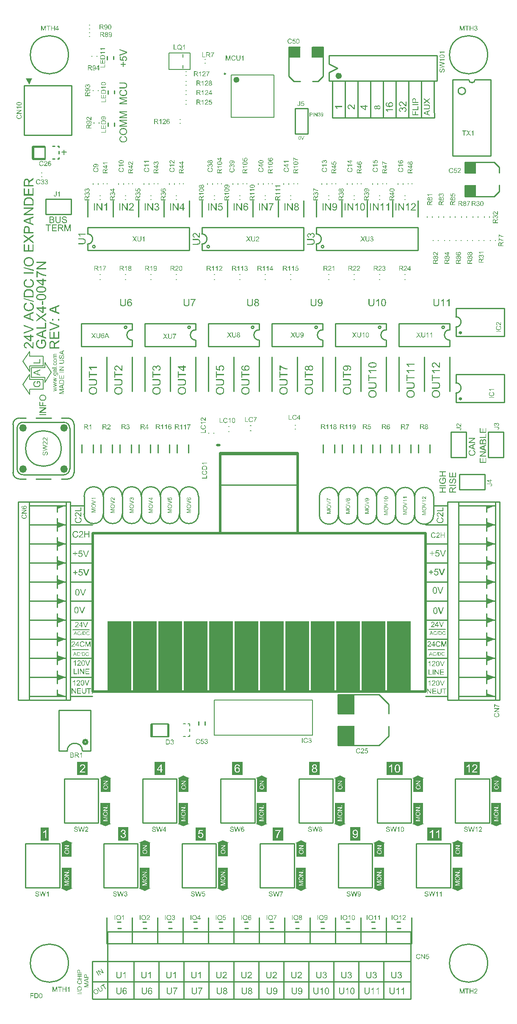
<source format=gto>
%FSLAX25Y25*%
%MOIN*%
G70*
G01*
G75*
%ADD10R,0.09000X0.06500*%
%ADD11R,0.07000X0.08000*%
%ADD12R,0.05906X0.05118*%
%ADD13R,0.12500X0.06000*%
%ADD14R,0.06000X0.12500*%
%ADD15R,0.05600X0.03600*%
%ADD16R,0.06299X0.07087*%
%ADD17R,0.10630X0.07087*%
%ADD18R,0.04331X0.03937*%
%ADD19R,0.05118X0.05906*%
%ADD20C,0.05000*%
%ADD21R,0.07087X0.06299*%
%ADD22R,0.03937X0.04331*%
%ADD23R,0.06000X0.08500*%
%ADD24R,0.01181X0.05118*%
%ADD25R,0.07087X0.08661*%
%ADD26O,0.01181X0.07087*%
%ADD27O,0.07087X0.01181*%
%ADD28R,0.14500X0.05000*%
%ADD29R,0.10000X0.07000*%
%ADD30R,0.20000X0.07000*%
%ADD31R,0.06000X0.05500*%
%ADD32C,0.00800*%
%ADD33C,0.01000*%
%ADD34C,0.05000*%
%ADD35C,0.02000*%
%ADD36C,0.08000*%
%ADD37C,0.02500*%
%ADD38C,0.01200*%
%ADD39C,0.13000*%
%ADD40C,0.10000*%
%ADD41C,0.06000*%
G04:AMPARAMS|DCode=42|XSize=60mil|YSize=60mil|CornerRadius=15mil|HoleSize=0mil|Usage=FLASHONLY|Rotation=90.000|XOffset=0mil|YOffset=0mil|HoleType=Round|Shape=RoundedRectangle|*
%AMROUNDEDRECTD42*
21,1,0.06000,0.03000,0,0,90.0*
21,1,0.03000,0.06000,0,0,90.0*
1,1,0.03000,0.01500,0.01500*
1,1,0.03000,0.01500,-0.01500*
1,1,0.03000,-0.01500,-0.01500*
1,1,0.03000,-0.01500,0.01500*
%
%ADD42ROUNDEDRECTD42*%
%ADD43R,0.06200X0.06200*%
%ADD44C,0.06200*%
%ADD45O,0.06000X0.06400*%
%ADD46R,0.06000X0.06400*%
%ADD47O,0.10000X0.12000*%
%ADD48C,0.23400*%
%ADD49R,0.06200X0.06200*%
%ADD50C,0.10000*%
%ADD51C,0.07500*%
G04:AMPARAMS|DCode=52|XSize=50mil|YSize=50mil|CornerRadius=12.5mil|HoleSize=0mil|Usage=FLASHONLY|Rotation=180.000|XOffset=0mil|YOffset=0mil|HoleType=Round|Shape=RoundedRectangle|*
%AMROUNDEDRECTD52*
21,1,0.05000,0.02500,0,0,180.0*
21,1,0.02500,0.05000,0,0,180.0*
1,1,0.02500,-0.01250,0.01250*
1,1,0.02500,0.01250,0.01250*
1,1,0.02500,0.01250,-0.01250*
1,1,0.02500,-0.01250,-0.01250*
%
%ADD52ROUNDEDRECTD52*%
%ADD53C,0.05500*%
G04:AMPARAMS|DCode=54|XSize=55mil|YSize=55mil|CornerRadius=13.75mil|HoleSize=0mil|Usage=FLASHONLY|Rotation=180.000|XOffset=0mil|YOffset=0mil|HoleType=Round|Shape=RoundedRectangle|*
%AMROUNDEDRECTD54*
21,1,0.05500,0.02750,0,0,180.0*
21,1,0.02750,0.05500,0,0,180.0*
1,1,0.02750,-0.01375,0.01375*
1,1,0.02750,0.01375,0.01375*
1,1,0.02750,0.01375,-0.01375*
1,1,0.02750,-0.01375,-0.01375*
%
%ADD54ROUNDEDRECTD54*%
%ADD55C,0.03000*%
%ADD56C,0.08000*%
%ADD57R,0.09000X0.10000*%
%ADD58R,0.06000X0.02500*%
%ADD59R,0.02500X0.06000*%
%ADD60R,0.11800X0.06300*%
%ADD61R,0.25590X0.23622*%
%ADD62C,0.03000*%
%ADD63C,0.02362*%
%ADD64C,0.00984*%
%ADD65C,0.00500*%
%ADD66C,0.01500*%
%ADD67C,0.00699*%
%ADD68C,0.00787*%
%ADD69C,0.01600*%
%ADD70R,0.19000X0.55500*%
G36*
X187479Y648511D02*
X188400D01*
Y648039D01*
X187479D01*
Y646369D01*
X187046D01*
X184559Y648128D01*
Y648511D01*
X187046D01*
Y649032D01*
X187479D01*
Y648511D01*
D02*
G37*
G36*
X187212Y646091D02*
X187246Y646080D01*
X187290Y646063D01*
X187340Y646047D01*
X187401Y646024D01*
X187468Y645997D01*
X187540Y645963D01*
X187695Y645886D01*
X187850Y645786D01*
X187928Y645725D01*
X188006Y645664D01*
X188073Y645597D01*
X188139Y645519D01*
X188145Y645514D01*
X188156Y645503D01*
X188167Y645475D01*
X188189Y645447D01*
X188217Y645403D01*
X188245Y645358D01*
X188272Y645297D01*
X188300Y645236D01*
X188333Y645164D01*
X188361Y645086D01*
X188389Y645003D01*
X188417Y644914D01*
X188439Y644820D01*
X188450Y644720D01*
X188461Y644615D01*
X188467Y644504D01*
Y644498D01*
Y644476D01*
Y644443D01*
X188461Y644398D01*
Y644348D01*
X188455Y644287D01*
X188444Y644221D01*
X188433Y644143D01*
X188406Y643982D01*
X188361Y643816D01*
X188300Y643649D01*
X188261Y643571D01*
X188217Y643494D01*
X188211Y643488D01*
X188206Y643477D01*
X188189Y643455D01*
X188167Y643433D01*
X188145Y643399D01*
X188111Y643361D01*
X188073Y643316D01*
X188028Y643272D01*
X187978Y643227D01*
X187928Y643177D01*
X187801Y643077D01*
X187651Y642983D01*
X187484Y642900D01*
X187479D01*
X187462Y642889D01*
X187434Y642883D01*
X187401Y642867D01*
X187357Y642855D01*
X187301Y642839D01*
X187240Y642817D01*
X187173Y642800D01*
X187101Y642783D01*
X187018Y642761D01*
X186846Y642733D01*
X186652Y642711D01*
X186452Y642700D01*
X186391D01*
X186352Y642706D01*
X186297D01*
X186241Y642711D01*
X186169Y642717D01*
X186097Y642728D01*
X185936Y642756D01*
X185758Y642794D01*
X185581Y642850D01*
X185408Y642928D01*
X185403Y642933D01*
X185386Y642939D01*
X185364Y642950D01*
X185336Y642972D01*
X185298Y642994D01*
X185253Y643022D01*
X185153Y643094D01*
X185042Y643188D01*
X184931Y643299D01*
X184820Y643427D01*
X184726Y643577D01*
X184720Y643582D01*
X184715Y643599D01*
X184704Y643621D01*
X184687Y643649D01*
X184670Y643693D01*
X184654Y643738D01*
X184632Y643793D01*
X184609Y643854D01*
X184587Y643921D01*
X184565Y643993D01*
X184532Y644148D01*
X184504Y644326D01*
X184493Y644509D01*
Y644515D01*
Y644537D01*
Y644565D01*
X184498Y644604D01*
X184504Y644654D01*
X184509Y644715D01*
X184515Y644776D01*
X184532Y644848D01*
X184565Y644998D01*
X184615Y645164D01*
X184648Y645248D01*
X184687Y645325D01*
X184737Y645403D01*
X184787Y645481D01*
X184792Y645486D01*
X184798Y645497D01*
X184815Y645519D01*
X184843Y645547D01*
X184870Y645575D01*
X184909Y645614D01*
X184953Y645653D01*
X184998Y645697D01*
X185053Y645741D01*
X185120Y645786D01*
X185187Y645836D01*
X185259Y645880D01*
X185342Y645919D01*
X185425Y645963D01*
X185514Y645997D01*
X185614Y646030D01*
X185730Y645531D01*
X185725D01*
X185714Y645525D01*
X185692Y645514D01*
X185664Y645503D01*
X185631Y645492D01*
X185586Y645475D01*
X185497Y645431D01*
X185398Y645375D01*
X185298Y645308D01*
X185203Y645225D01*
X185120Y645136D01*
X185109Y645125D01*
X185087Y645092D01*
X185059Y645037D01*
X185020Y644964D01*
X184987Y644870D01*
X184953Y644765D01*
X184931Y644637D01*
X184926Y644498D01*
Y644493D01*
Y644476D01*
Y644454D01*
X184931Y644426D01*
Y644387D01*
X184937Y644343D01*
X184953Y644237D01*
X184976Y644121D01*
X185014Y643999D01*
X185070Y643871D01*
X185142Y643754D01*
Y643749D01*
X185153Y643743D01*
X185181Y643705D01*
X185225Y643655D01*
X185292Y643594D01*
X185375Y643521D01*
X185470Y643455D01*
X185586Y643394D01*
X185714Y643338D01*
X185719D01*
X185730Y643333D01*
X185747Y643327D01*
X185775Y643322D01*
X185808Y643310D01*
X185847Y643299D01*
X185941Y643283D01*
X186052Y643260D01*
X186174Y643238D01*
X186308Y643227D01*
X186452Y643222D01*
X186535D01*
X186574Y643227D01*
X186624D01*
X186679Y643233D01*
X186741Y643238D01*
X186874Y643255D01*
X187018Y643283D01*
X187162Y643316D01*
X187307Y643361D01*
X187312D01*
X187323Y643366D01*
X187340Y643377D01*
X187368Y643388D01*
X187434Y643422D01*
X187512Y643471D01*
X187601Y643533D01*
X187695Y643610D01*
X187778Y643699D01*
X187856Y643804D01*
Y643810D01*
X187862Y643821D01*
X187873Y643838D01*
X187884Y643860D01*
X187895Y643888D01*
X187912Y643921D01*
X187945Y643999D01*
X187978Y644099D01*
X188006Y644210D01*
X188028Y644332D01*
X188034Y644459D01*
Y644465D01*
Y644476D01*
Y644498D01*
X188028Y644531D01*
Y644570D01*
X188023Y644609D01*
X188000Y644709D01*
X187973Y644826D01*
X187928Y644942D01*
X187867Y645064D01*
X187834Y645125D01*
X187789Y645181D01*
X187784Y645186D01*
X187778Y645192D01*
X187762Y645209D01*
X187745Y645231D01*
X187717Y645253D01*
X187684Y645281D01*
X187651Y645314D01*
X187606Y645342D01*
X187556Y645375D01*
X187501Y645414D01*
X187445Y645447D01*
X187379Y645481D01*
X187307Y645508D01*
X187229Y645536D01*
X187146Y645564D01*
X187057Y645586D01*
X187185Y646097D01*
X187190D01*
X187212Y646091D01*
D02*
G37*
G36*
X269117Y694715D02*
X270500D01*
Y694007D01*
X269117D01*
Y691500D01*
X268467D01*
X264736Y694141D01*
Y694715D01*
X268467D01*
Y695498D01*
X269117D01*
Y694715D01*
D02*
G37*
G36*
X186679Y652018D02*
X186746D01*
X186818Y652013D01*
X186896Y652007D01*
X187074Y651991D01*
X187257Y651963D01*
X187434Y651930D01*
X187518Y651907D01*
X187601Y651880D01*
X187606D01*
X187618Y651874D01*
X187640Y651863D01*
X187667Y651852D01*
X187706Y651841D01*
X187745Y651819D01*
X187839Y651774D01*
X187939Y651719D01*
X188050Y651647D01*
X188150Y651563D01*
X188245Y651464D01*
Y651458D01*
X188256Y651452D01*
X188267Y651436D01*
X188278Y651413D01*
X188295Y651386D01*
X188317Y651358D01*
X188356Y651275D01*
X188394Y651175D01*
X188433Y651058D01*
X188455Y650919D01*
X188467Y650770D01*
Y650764D01*
Y650747D01*
Y650714D01*
X188461Y650675D01*
X188455Y650631D01*
X188444Y650575D01*
X188433Y650514D01*
X188417Y650448D01*
X188394Y650381D01*
X188372Y650309D01*
X188339Y650237D01*
X188300Y650165D01*
X188256Y650093D01*
X188200Y650020D01*
X188139Y649954D01*
X188073Y649893D01*
X188067Y649887D01*
X188050Y649876D01*
X188023Y649860D01*
X187978Y649832D01*
X187928Y649804D01*
X187862Y649776D01*
X187784Y649737D01*
X187695Y649704D01*
X187595Y649671D01*
X187479Y649638D01*
X187351Y649604D01*
X187207Y649577D01*
X187051Y649549D01*
X186885Y649532D01*
X186702Y649521D01*
X186507Y649515D01*
X186397D01*
X186335Y649521D01*
X186269D01*
X186197Y649527D01*
X186113Y649532D01*
X185941Y649549D01*
X185758Y649577D01*
X185575Y649610D01*
X185492Y649632D01*
X185408Y649654D01*
X185403D01*
X185392Y649660D01*
X185370Y649671D01*
X185342Y649682D01*
X185303Y649693D01*
X185264Y649715D01*
X185170Y649760D01*
X185070Y649815D01*
X184965Y649887D01*
X184859Y649970D01*
X184770Y650070D01*
Y650076D01*
X184759Y650081D01*
X184748Y650098D01*
X184737Y650120D01*
X184715Y650148D01*
X184698Y650181D01*
X184654Y650265D01*
X184615Y650364D01*
X184576Y650481D01*
X184554Y650620D01*
X184543Y650770D01*
Y650775D01*
Y650781D01*
Y650798D01*
Y650820D01*
X184548Y650881D01*
X184559Y650953D01*
X184576Y651036D01*
X184598Y651125D01*
X184626Y651219D01*
X184670Y651308D01*
Y651314D01*
X184676Y651319D01*
X184693Y651347D01*
X184720Y651391D01*
X184759Y651447D01*
X184815Y651508D01*
X184876Y651574D01*
X184948Y651636D01*
X185031Y651697D01*
X185042Y651702D01*
X185070Y651724D01*
X185120Y651747D01*
X185192Y651785D01*
X185275Y651819D01*
X185370Y651863D01*
X185481Y651902D01*
X185603Y651935D01*
X185608D01*
X185619Y651941D01*
X185636Y651946D01*
X185664Y651952D01*
X185697Y651957D01*
X185736Y651963D01*
X185786Y651974D01*
X185842Y651980D01*
X185903Y651991D01*
X185969Y651996D01*
X186047Y652002D01*
X186125Y652013D01*
X186213Y652018D01*
X186302D01*
X186402Y652024D01*
X186618D01*
X186679Y652018D01*
D02*
G37*
G36*
X207479Y648511D02*
X208400D01*
Y648039D01*
X207479D01*
Y646369D01*
X207046D01*
X204559Y648128D01*
Y648511D01*
X207046D01*
Y649032D01*
X207479D01*
Y648511D01*
D02*
G37*
G36*
X207212Y646091D02*
X207246Y646080D01*
X207290Y646063D01*
X207340Y646047D01*
X207401Y646024D01*
X207468Y645997D01*
X207540Y645963D01*
X207695Y645886D01*
X207851Y645786D01*
X207928Y645725D01*
X208006Y645664D01*
X208073Y645597D01*
X208139Y645519D01*
X208145Y645514D01*
X208156Y645503D01*
X208167Y645475D01*
X208189Y645447D01*
X208217Y645403D01*
X208245Y645358D01*
X208272Y645297D01*
X208300Y645236D01*
X208333Y645164D01*
X208361Y645086D01*
X208389Y645003D01*
X208417Y644914D01*
X208439Y644820D01*
X208450Y644720D01*
X208461Y644615D01*
X208467Y644504D01*
Y644498D01*
Y644476D01*
Y644443D01*
X208461Y644398D01*
Y644348D01*
X208455Y644287D01*
X208444Y644221D01*
X208433Y644143D01*
X208405Y643982D01*
X208361Y643816D01*
X208300Y643649D01*
X208261Y643571D01*
X208217Y643494D01*
X208211Y643488D01*
X208206Y643477D01*
X208189Y643455D01*
X208167Y643433D01*
X208145Y643399D01*
X208111Y643361D01*
X208073Y643316D01*
X208028Y643272D01*
X207978Y643227D01*
X207928Y643177D01*
X207801Y643077D01*
X207651Y642983D01*
X207484Y642900D01*
X207479D01*
X207462Y642889D01*
X207434Y642883D01*
X207401Y642867D01*
X207357Y642855D01*
X207301Y642839D01*
X207240Y642817D01*
X207173Y642800D01*
X207101Y642783D01*
X207018Y642761D01*
X206846Y642733D01*
X206652Y642711D01*
X206452Y642700D01*
X206391D01*
X206352Y642706D01*
X206296D01*
X206241Y642711D01*
X206169Y642717D01*
X206097Y642728D01*
X205936Y642756D01*
X205758Y642794D01*
X205581Y642850D01*
X205409Y642928D01*
X205403Y642933D01*
X205386Y642939D01*
X205364Y642950D01*
X205336Y642972D01*
X205298Y642994D01*
X205253Y643022D01*
X205153Y643094D01*
X205042Y643188D01*
X204931Y643299D01*
X204820Y643427D01*
X204726Y643577D01*
X204720Y643582D01*
X204715Y643599D01*
X204704Y643621D01*
X204687Y643649D01*
X204670Y643693D01*
X204654Y643738D01*
X204631Y643793D01*
X204609Y643854D01*
X204587Y643921D01*
X204565Y643993D01*
X204532Y644148D01*
X204504Y644326D01*
X204493Y644509D01*
Y644515D01*
Y644537D01*
Y644565D01*
X204498Y644604D01*
X204504Y644654D01*
X204509Y644715D01*
X204515Y644776D01*
X204532Y644848D01*
X204565Y644998D01*
X204615Y645164D01*
X204648Y645248D01*
X204687Y645325D01*
X204737Y645403D01*
X204787Y645481D01*
X204792Y645486D01*
X204798Y645497D01*
X204815Y645519D01*
X204842Y645547D01*
X204870Y645575D01*
X204909Y645614D01*
X204954Y645653D01*
X204998Y645697D01*
X205053Y645741D01*
X205120Y645786D01*
X205187Y645836D01*
X205259Y645880D01*
X205342Y645919D01*
X205425Y645963D01*
X205514Y645997D01*
X205614Y646030D01*
X205731Y645531D01*
X205725D01*
X205714Y645525D01*
X205692Y645514D01*
X205664Y645503D01*
X205630Y645492D01*
X205586Y645475D01*
X205497Y645431D01*
X205397Y645375D01*
X205298Y645308D01*
X205203Y645225D01*
X205120Y645136D01*
X205109Y645125D01*
X205087Y645092D01*
X205059Y645037D01*
X205020Y644964D01*
X204987Y644870D01*
X204954Y644765D01*
X204931Y644637D01*
X204926Y644498D01*
Y644493D01*
Y644476D01*
Y644454D01*
X204931Y644426D01*
Y644387D01*
X204937Y644343D01*
X204954Y644237D01*
X204976Y644121D01*
X205014Y643999D01*
X205070Y643871D01*
X205142Y643754D01*
Y643749D01*
X205153Y643743D01*
X205181Y643705D01*
X205225Y643655D01*
X205292Y643594D01*
X205375Y643521D01*
X205470Y643455D01*
X205586Y643394D01*
X205714Y643338D01*
X205719D01*
X205731Y643333D01*
X205747Y643327D01*
X205775Y643322D01*
X205808Y643310D01*
X205847Y643299D01*
X205941Y643283D01*
X206052Y643260D01*
X206174Y643238D01*
X206308Y643227D01*
X206452Y643222D01*
X206535D01*
X206574Y643227D01*
X206624D01*
X206680Y643233D01*
X206740Y643238D01*
X206874Y643255D01*
X207018Y643283D01*
X207162Y643316D01*
X207307Y643361D01*
X207312D01*
X207323Y643366D01*
X207340Y643377D01*
X207368Y643388D01*
X207434Y643422D01*
X207512Y643471D01*
X207601Y643533D01*
X207695Y643610D01*
X207778Y643699D01*
X207856Y643804D01*
Y643810D01*
X207862Y643821D01*
X207873Y643838D01*
X207884Y643860D01*
X207895Y643888D01*
X207912Y643921D01*
X207945Y643999D01*
X207978Y644099D01*
X208006Y644210D01*
X208028Y644332D01*
X208034Y644459D01*
Y644465D01*
Y644476D01*
Y644498D01*
X208028Y644531D01*
Y644570D01*
X208023Y644609D01*
X208000Y644709D01*
X207973Y644826D01*
X207928Y644942D01*
X207867Y645064D01*
X207834Y645125D01*
X207789Y645181D01*
X207784Y645186D01*
X207778Y645192D01*
X207762Y645209D01*
X207745Y645231D01*
X207717Y645253D01*
X207684Y645281D01*
X207651Y645314D01*
X207606Y645342D01*
X207556Y645375D01*
X207501Y645414D01*
X207445Y645447D01*
X207379Y645481D01*
X207307Y645508D01*
X207229Y645536D01*
X207146Y645564D01*
X207057Y645586D01*
X207185Y646097D01*
X207190D01*
X207212Y646091D01*
D02*
G37*
G36*
X208400Y650820D02*
X205397D01*
X205403Y650814D01*
X205425Y650786D01*
X205458Y650753D01*
X205497Y650698D01*
X205547Y650636D01*
X205603Y650559D01*
X205664Y650470D01*
X205725Y650370D01*
Y650364D01*
X205731Y650359D01*
X205753Y650326D01*
X205780Y650270D01*
X205814Y650204D01*
X205853Y650126D01*
X205891Y650043D01*
X205930Y649959D01*
X205963Y649876D01*
X205508D01*
Y649882D01*
X205497Y649893D01*
X205492Y649915D01*
X205475Y649943D01*
X205458Y649976D01*
X205436Y650015D01*
X205381Y650109D01*
X205320Y650220D01*
X205242Y650331D01*
X205153Y650448D01*
X205059Y650564D01*
X205053Y650570D01*
X205048Y650575D01*
X205031Y650592D01*
X205014Y650614D01*
X204959Y650664D01*
X204892Y650731D01*
X204815Y650798D01*
X204726Y650870D01*
X204637Y650931D01*
X204543Y650986D01*
Y651291D01*
X208400D01*
Y650820D01*
D02*
G37*
G36*
X260500Y692008D02*
X260408D01*
X260342Y692017D01*
X260267Y692025D01*
X260184Y692042D01*
X260100Y692058D01*
X260009Y692092D01*
X260000D01*
X259992Y692100D01*
X259942Y692117D01*
X259867Y692150D01*
X259767Y692200D01*
X259650Y692267D01*
X259517Y692350D01*
X259384Y692442D01*
X259242Y692558D01*
X259234D01*
X259226Y692575D01*
X259175Y692616D01*
X259101Y692691D01*
X258992Y692800D01*
X258867Y692925D01*
X258717Y693083D01*
X258551Y693274D01*
X258376Y693483D01*
X258367Y693491D01*
X258343Y693524D01*
X258301Y693574D01*
X258251Y693633D01*
X258184Y693708D01*
X258109Y693799D01*
X258026Y693891D01*
X257934Y693999D01*
X257734Y694207D01*
X257535Y694416D01*
X257435Y694516D01*
X257335Y694607D01*
X257243Y694691D01*
X257151Y694757D01*
X257143D01*
X257135Y694774D01*
X257110Y694791D01*
X257076Y694807D01*
X256985Y694866D01*
X256876Y694932D01*
X256743Y694990D01*
X256602Y695049D01*
X256443Y695082D01*
X256293Y695099D01*
X256277D01*
X256227Y695090D01*
X256143Y695082D01*
X256052Y695057D01*
X255935Y695024D01*
X255819Y694966D01*
X255702Y694890D01*
X255585Y694791D01*
X255569Y694774D01*
X255535Y694732D01*
X255494Y694674D01*
X255435Y694582D01*
X255385Y694466D01*
X255335Y694332D01*
X255302Y694174D01*
X255294Y693999D01*
Y693991D01*
Y693974D01*
Y693949D01*
X255302Y693916D01*
X255310Y693816D01*
X255335Y693699D01*
X255369Y693574D01*
X255427Y693433D01*
X255502Y693299D01*
X255602Y693175D01*
X255619Y693158D01*
X255660Y693124D01*
X255727Y693075D01*
X255827Y693025D01*
X255943Y692966D01*
X256093Y692916D01*
X256260Y692883D01*
X256452Y692866D01*
X256377Y692142D01*
X256368D01*
X256343Y692150D01*
X256302D01*
X256243Y692158D01*
X256177Y692175D01*
X256102Y692192D01*
X256010Y692217D01*
X255919Y692242D01*
X255719Y692308D01*
X255519Y692408D01*
X255419Y692466D01*
X255319Y692541D01*
X255227Y692616D01*
X255144Y692700D01*
X255135Y692708D01*
X255127Y692725D01*
X255102Y692750D01*
X255077Y692791D01*
X255044Y692841D01*
X255011Y692900D01*
X254969Y692966D01*
X254927Y693050D01*
X254886Y693141D01*
X254844Y693241D01*
X254811Y693350D01*
X254777Y693466D01*
X254752Y693591D01*
X254727Y693724D01*
X254719Y693866D01*
X254711Y694016D01*
Y694024D01*
Y694049D01*
Y694099D01*
X254719Y694158D01*
X254727Y694224D01*
X254736Y694307D01*
X254752Y694399D01*
X254769Y694491D01*
X254827Y694707D01*
X254911Y694924D01*
X254961Y695032D01*
X255019Y695140D01*
X255094Y695240D01*
X255177Y695332D01*
X255186Y695340D01*
X255194Y695357D01*
X255227Y695374D01*
X255260Y695407D01*
X255302Y695449D01*
X255360Y695490D01*
X255419Y695532D01*
X255494Y695582D01*
X255652Y695665D01*
X255852Y695749D01*
X255952Y695782D01*
X256068Y695798D01*
X256185Y695815D01*
X256310Y695823D01*
X256368D01*
X256435Y695815D01*
X256527Y695807D01*
X256627Y695790D01*
X256743Y695757D01*
X256868Y695723D01*
X256993Y695674D01*
X257010Y695665D01*
X257051Y695648D01*
X257118Y695615D01*
X257210Y695565D01*
X257310Y695499D01*
X257435Y695415D01*
X257559Y695315D01*
X257701Y695199D01*
X257718Y695182D01*
X257768Y695140D01*
X257809Y695099D01*
X257851Y695057D01*
X257901Y695007D01*
X257968Y694941D01*
X258034Y694874D01*
X258109Y694791D01*
X258193Y694707D01*
X258284Y694607D01*
X258376Y694499D01*
X258484Y694382D01*
X258592Y694249D01*
X258709Y694116D01*
X258717Y694107D01*
X258734Y694091D01*
X258759Y694058D01*
X258792Y694016D01*
X258842Y693966D01*
X258892Y693908D01*
X259001Y693774D01*
X259126Y693633D01*
X259250Y693499D01*
X259359Y693383D01*
X259400Y693333D01*
X259442Y693291D01*
X259450Y693283D01*
X259475Y693258D01*
X259509Y693224D01*
X259559Y693183D01*
X259617Y693141D01*
X259675Y693091D01*
X259817Y692991D01*
Y695832D01*
X260500D01*
Y692008D01*
D02*
G37*
G36*
X147351Y649044D02*
X147396Y649038D01*
X147445Y649027D01*
X147501Y649016D01*
X147562Y649005D01*
X147695Y648960D01*
X147767Y648927D01*
X147834Y648894D01*
X147906Y648849D01*
X147978Y648799D01*
X148050Y648744D01*
X148117Y648677D01*
X148123Y648672D01*
X148134Y648661D01*
X148150Y648638D01*
X148172Y648611D01*
X148200Y648577D01*
X148228Y648533D01*
X148261Y648483D01*
X148289Y648422D01*
X148322Y648361D01*
X148356Y648289D01*
X148383Y648217D01*
X148411Y648133D01*
X148433Y648045D01*
X148450Y647950D01*
X148461Y647856D01*
X148467Y647751D01*
Y647745D01*
Y647728D01*
Y647701D01*
X148461Y647667D01*
X148456Y647623D01*
X148450Y647573D01*
X148439Y647517D01*
X148428Y647456D01*
X148395Y647323D01*
X148339Y647184D01*
X148306Y647112D01*
X148267Y647046D01*
X148217Y646979D01*
X148167Y646912D01*
X148161Y646907D01*
X148150Y646896D01*
X148134Y646879D01*
X148111Y646863D01*
X148084Y646835D01*
X148045Y646807D01*
X148006Y646774D01*
X147956Y646740D01*
X147900Y646707D01*
X147845Y646674D01*
X147712Y646613D01*
X147556Y646563D01*
X147473Y646546D01*
X147384Y646535D01*
X147323Y647007D01*
X147329D01*
X147340Y647012D01*
X147362Y647018D01*
X147390Y647023D01*
X147423Y647029D01*
X147462Y647040D01*
X147545Y647068D01*
X147645Y647107D01*
X147740Y647157D01*
X147828Y647212D01*
X147906Y647279D01*
X147912Y647290D01*
X147934Y647312D01*
X147962Y647357D01*
X147989Y647412D01*
X148023Y647478D01*
X148050Y647562D01*
X148073Y647656D01*
X148078Y647756D01*
Y647762D01*
Y647773D01*
Y647789D01*
X148073Y647812D01*
X148067Y647873D01*
X148050Y647950D01*
X148023Y648039D01*
X147984Y648133D01*
X147928Y648228D01*
X147851Y648317D01*
X147839Y648328D01*
X147806Y648355D01*
X147756Y648389D01*
X147690Y648433D01*
X147606Y648478D01*
X147512Y648511D01*
X147401Y648539D01*
X147279Y648550D01*
X147246D01*
X147223Y648544D01*
X147162Y648539D01*
X147090Y648522D01*
X147001Y648500D01*
X146913Y648461D01*
X146824Y648405D01*
X146741Y648333D01*
X146729Y648322D01*
X146707Y648294D01*
X146674Y648250D01*
X146635Y648189D01*
X146596Y648111D01*
X146563Y648017D01*
X146541Y647911D01*
X146530Y647795D01*
Y647789D01*
Y647773D01*
Y647745D01*
X146535Y647706D01*
X146541Y647656D01*
X146552Y647601D01*
X146563Y647534D01*
X146580Y647462D01*
X146163Y647517D01*
Y647523D01*
Y647545D01*
X146169Y647567D01*
Y647589D01*
Y647595D01*
Y647601D01*
Y647617D01*
Y647640D01*
X146158Y647701D01*
X146147Y647773D01*
X146130Y647856D01*
X146102Y647950D01*
X146063Y648039D01*
X146013Y648133D01*
Y648139D01*
X146008Y648144D01*
X145986Y648172D01*
X145947Y648211D01*
X145897Y648256D01*
X145825Y648300D01*
X145742Y648339D01*
X145647Y648367D01*
X145592Y648378D01*
X145486D01*
X145442Y648367D01*
X145381Y648355D01*
X145314Y648333D01*
X145242Y648306D01*
X145170Y648261D01*
X145103Y648200D01*
X145098Y648195D01*
X145076Y648167D01*
X145048Y648128D01*
X145015Y648078D01*
X144987Y648011D01*
X144959Y647934D01*
X144937Y647845D01*
X144931Y647745D01*
Y647739D01*
Y647734D01*
Y647701D01*
X144942Y647651D01*
X144953Y647584D01*
X144976Y647512D01*
X145003Y647440D01*
X145048Y647362D01*
X145103Y647290D01*
X145109Y647284D01*
X145137Y647262D01*
X145176Y647229D01*
X145231Y647190D01*
X145303Y647151D01*
X145392Y647112D01*
X145497Y647079D01*
X145619Y647057D01*
X145536Y646585D01*
X145531D01*
X145514Y646591D01*
X145492Y646596D01*
X145458Y646602D01*
X145420Y646613D01*
X145375Y646629D01*
X145270Y646663D01*
X145148Y646718D01*
X145026Y646785D01*
X144909Y646868D01*
X144804Y646974D01*
X144798Y646979D01*
X144792Y646990D01*
X144781Y647007D01*
X144765Y647029D01*
X144743Y647057D01*
X144720Y647096D01*
X144698Y647134D01*
X144670Y647184D01*
X144626Y647295D01*
X144582Y647423D01*
X144554Y647573D01*
X144543Y647651D01*
Y647734D01*
Y647739D01*
Y647751D01*
Y647767D01*
Y647789D01*
X144548Y647850D01*
X144559Y647923D01*
X144576Y648011D01*
X144604Y648111D01*
X144637Y648211D01*
X144682Y648311D01*
Y648317D01*
X144687Y648322D01*
X144704Y648355D01*
X144737Y648405D01*
X144776Y648461D01*
X144831Y648527D01*
X144892Y648594D01*
X144965Y648661D01*
X145048Y648716D01*
X145059Y648722D01*
X145087Y648738D01*
X145137Y648761D01*
X145198Y648788D01*
X145270Y648816D01*
X145353Y648838D01*
X145447Y648855D01*
X145542Y648861D01*
X145586D01*
X145631Y648855D01*
X145692Y648844D01*
X145764Y648827D01*
X145842Y648799D01*
X145919Y648766D01*
X145997Y648722D01*
X146008Y648716D01*
X146030Y648700D01*
X146069Y648666D01*
X146113Y648622D01*
X146163Y648566D01*
X146219Y648500D01*
X146269Y648422D01*
X146319Y648328D01*
Y648333D01*
X146324Y648344D01*
X146330Y648361D01*
X146335Y648383D01*
X146358Y648444D01*
X146391Y648522D01*
X146435Y648611D01*
X146491Y648700D01*
X146563Y648783D01*
X146646Y648861D01*
X146657Y648866D01*
X146691Y648888D01*
X146746Y648922D01*
X146818Y648955D01*
X146907Y648988D01*
X147012Y649021D01*
X147135Y649044D01*
X147268Y649049D01*
X147318D01*
X147351Y649044D01*
D02*
G37*
G36*
X147212Y646091D02*
X147246Y646080D01*
X147290Y646063D01*
X147340Y646047D01*
X147401Y646024D01*
X147468Y645997D01*
X147540Y645963D01*
X147695Y645886D01*
X147851Y645786D01*
X147928Y645725D01*
X148006Y645664D01*
X148073Y645597D01*
X148139Y645519D01*
X148145Y645514D01*
X148156Y645503D01*
X148167Y645475D01*
X148189Y645447D01*
X148217Y645403D01*
X148245Y645358D01*
X148272Y645297D01*
X148300Y645236D01*
X148333Y645164D01*
X148361Y645086D01*
X148389Y645003D01*
X148417Y644914D01*
X148439Y644820D01*
X148450Y644720D01*
X148461Y644615D01*
X148467Y644504D01*
Y644498D01*
Y644476D01*
Y644443D01*
X148461Y644398D01*
Y644348D01*
X148456Y644287D01*
X148444Y644221D01*
X148433Y644143D01*
X148406Y643982D01*
X148361Y643816D01*
X148300Y643649D01*
X148261Y643571D01*
X148217Y643494D01*
X148211Y643488D01*
X148206Y643477D01*
X148189Y643455D01*
X148167Y643433D01*
X148145Y643399D01*
X148111Y643361D01*
X148073Y643316D01*
X148028Y643272D01*
X147978Y643227D01*
X147928Y643177D01*
X147801Y643077D01*
X147651Y642983D01*
X147484Y642900D01*
X147479D01*
X147462Y642889D01*
X147434Y642883D01*
X147401Y642867D01*
X147357Y642855D01*
X147301Y642839D01*
X147240Y642817D01*
X147174Y642800D01*
X147101Y642783D01*
X147018Y642761D01*
X146846Y642733D01*
X146652Y642711D01*
X146452Y642700D01*
X146391D01*
X146352Y642706D01*
X146297D01*
X146241Y642711D01*
X146169Y642717D01*
X146097Y642728D01*
X145936Y642756D01*
X145758Y642794D01*
X145581Y642850D01*
X145408Y642928D01*
X145403Y642933D01*
X145386Y642939D01*
X145364Y642950D01*
X145336Y642972D01*
X145298Y642994D01*
X145253Y643022D01*
X145153Y643094D01*
X145042Y643188D01*
X144931Y643299D01*
X144820Y643427D01*
X144726Y643577D01*
X144720Y643582D01*
X144715Y643599D01*
X144704Y643621D01*
X144687Y643649D01*
X144670Y643693D01*
X144654Y643738D01*
X144632Y643793D01*
X144609Y643854D01*
X144587Y643921D01*
X144565Y643993D01*
X144532Y644148D01*
X144504Y644326D01*
X144493Y644509D01*
Y644515D01*
Y644537D01*
Y644565D01*
X144498Y644604D01*
X144504Y644654D01*
X144509Y644715D01*
X144515Y644776D01*
X144532Y644848D01*
X144565Y644998D01*
X144615Y645164D01*
X144648Y645248D01*
X144687Y645325D01*
X144737Y645403D01*
X144787Y645481D01*
X144792Y645486D01*
X144798Y645497D01*
X144815Y645519D01*
X144843Y645547D01*
X144870Y645575D01*
X144909Y645614D01*
X144953Y645653D01*
X144998Y645697D01*
X145053Y645741D01*
X145120Y645786D01*
X145187Y645836D01*
X145259Y645880D01*
X145342Y645919D01*
X145425Y645963D01*
X145514Y645997D01*
X145614Y646030D01*
X145730Y645531D01*
X145725D01*
X145714Y645525D01*
X145692Y645514D01*
X145664Y645503D01*
X145631Y645492D01*
X145586Y645475D01*
X145497Y645431D01*
X145397Y645375D01*
X145298Y645308D01*
X145203Y645225D01*
X145120Y645136D01*
X145109Y645125D01*
X145087Y645092D01*
X145059Y645037D01*
X145020Y644964D01*
X144987Y644870D01*
X144953Y644765D01*
X144931Y644637D01*
X144926Y644498D01*
Y644493D01*
Y644476D01*
Y644454D01*
X144931Y644426D01*
Y644387D01*
X144937Y644343D01*
X144953Y644237D01*
X144976Y644121D01*
X145015Y643999D01*
X145070Y643871D01*
X145142Y643754D01*
Y643749D01*
X145153Y643743D01*
X145181Y643705D01*
X145225Y643655D01*
X145292Y643594D01*
X145375Y643521D01*
X145470Y643455D01*
X145586Y643394D01*
X145714Y643338D01*
X145719D01*
X145730Y643333D01*
X145747Y643327D01*
X145775Y643322D01*
X145808Y643310D01*
X145847Y643299D01*
X145941Y643283D01*
X146052Y643260D01*
X146175Y643238D01*
X146308Y643227D01*
X146452Y643222D01*
X146535D01*
X146574Y643227D01*
X146624D01*
X146679Y643233D01*
X146741Y643238D01*
X146874Y643255D01*
X147018Y643283D01*
X147162Y643316D01*
X147307Y643361D01*
X147312D01*
X147323Y643366D01*
X147340Y643377D01*
X147368Y643388D01*
X147434Y643422D01*
X147512Y643471D01*
X147601Y643533D01*
X147695Y643610D01*
X147778Y643699D01*
X147856Y643804D01*
Y643810D01*
X147862Y643821D01*
X147873Y643838D01*
X147884Y643860D01*
X147895Y643888D01*
X147912Y643921D01*
X147945Y643999D01*
X147978Y644099D01*
X148006Y644210D01*
X148028Y644332D01*
X148034Y644459D01*
Y644465D01*
Y644476D01*
Y644498D01*
X148028Y644531D01*
Y644570D01*
X148023Y644609D01*
X148000Y644709D01*
X147973Y644826D01*
X147928Y644942D01*
X147867Y645064D01*
X147834Y645125D01*
X147790Y645181D01*
X147784Y645186D01*
X147778Y645192D01*
X147762Y645209D01*
X147745Y645231D01*
X147717Y645253D01*
X147684Y645281D01*
X147651Y645314D01*
X147606Y645342D01*
X147556Y645375D01*
X147501Y645414D01*
X147445Y645447D01*
X147379Y645481D01*
X147307Y645508D01*
X147229Y645536D01*
X147146Y645564D01*
X147057Y645586D01*
X147185Y646097D01*
X147190D01*
X147212Y646091D01*
D02*
G37*
G36*
X319500Y699971D02*
X317793Y698756D01*
X317786Y698749D01*
X317765Y698736D01*
X317737Y698722D01*
X317703Y698694D01*
X317605Y698631D01*
X317501Y698562D01*
X317508Y698555D01*
X317536Y698534D01*
X317578Y698506D01*
X317633Y698472D01*
X317744Y698395D01*
X317793Y698361D01*
X317834Y698333D01*
X319500Y697119D01*
Y696355D01*
X317016Y698208D01*
X314698Y696570D01*
Y697327D01*
X315933Y698201D01*
X315940D01*
X315947Y698215D01*
X315967Y698229D01*
X315995Y698250D01*
X316065Y698291D01*
X316148Y698354D01*
X316245Y698416D01*
X316342Y698479D01*
X316432Y698534D01*
X316516Y698583D01*
X316502Y698590D01*
X316474Y698611D01*
X316419Y698645D01*
X316349Y698694D01*
X316273Y698749D01*
X316176Y698819D01*
X316079Y698888D01*
X315974Y698972D01*
X314698Y699929D01*
Y700623D01*
X316981Y698958D01*
X319500Y700755D01*
Y699971D01*
D02*
G37*
G36*
X147390Y652035D02*
X147429Y652030D01*
X147479Y652024D01*
X147534Y652013D01*
X147595Y651996D01*
X147723Y651957D01*
X147795Y651930D01*
X147862Y651891D01*
X147934Y651852D01*
X148000Y651807D01*
X148067Y651752D01*
X148134Y651691D01*
X148139Y651685D01*
X148150Y651674D01*
X148167Y651658D01*
X148184Y651630D01*
X148211Y651591D01*
X148239Y651552D01*
X148267Y651502D01*
X148300Y651447D01*
X148333Y651386D01*
X148361Y651314D01*
X148389Y651236D01*
X148417Y651158D01*
X148433Y651069D01*
X148450Y650975D01*
X148461Y650881D01*
X148467Y650775D01*
Y650770D01*
Y650747D01*
Y650720D01*
X148461Y650681D01*
X148456Y650631D01*
X148450Y650575D01*
X148439Y650514D01*
X148422Y650448D01*
X148383Y650298D01*
X148356Y650220D01*
X148328Y650148D01*
X148289Y650070D01*
X148245Y649993D01*
X148195Y649921D01*
X148134Y649854D01*
X148128Y649848D01*
X148117Y649837D01*
X148100Y649821D01*
X148073Y649798D01*
X148039Y649776D01*
X148000Y649743D01*
X147956Y649715D01*
X147900Y649682D01*
X147845Y649649D01*
X147778Y649621D01*
X147640Y649565D01*
X147556Y649543D01*
X147473Y649527D01*
X147384Y649515D01*
X147296Y649510D01*
X147257D01*
X147234Y649515D01*
X147201D01*
X147162Y649521D01*
X147074Y649532D01*
X146974Y649554D01*
X146874Y649588D01*
X146768Y649638D01*
X146668Y649698D01*
X146663D01*
X146657Y649710D01*
X146630Y649732D01*
X146585Y649776D01*
X146530Y649837D01*
X146474Y649915D01*
X146413Y650009D01*
X146363Y650115D01*
X146324Y650243D01*
Y650237D01*
X146319Y650231D01*
X146313Y650215D01*
X146302Y650192D01*
X146280Y650143D01*
X146247Y650076D01*
X146202Y650004D01*
X146147Y649932D01*
X146086Y649865D01*
X146019Y649804D01*
X146008Y649798D01*
X145986Y649782D01*
X145941Y649760D01*
X145886Y649737D01*
X145814Y649710D01*
X145730Y649687D01*
X145636Y649671D01*
X145536Y649665D01*
X145497D01*
X145464Y649671D01*
X145431Y649676D01*
X145386Y649682D01*
X145292Y649704D01*
X145181Y649737D01*
X145064Y649793D01*
X145003Y649826D01*
X144942Y649865D01*
X144887Y649915D01*
X144831Y649965D01*
X144826Y649970D01*
X144820Y649982D01*
X144804Y649998D01*
X144787Y650020D01*
X144765Y650048D01*
X144743Y650087D01*
X144715Y650132D01*
X144687Y650176D01*
X144659Y650231D01*
X144632Y650292D01*
X144609Y650359D01*
X144587Y650431D01*
X144554Y650587D01*
X144548Y650675D01*
X144543Y650764D01*
Y650770D01*
Y650786D01*
Y650814D01*
X144548Y650847D01*
X144554Y650892D01*
X144559Y650942D01*
X144565Y650997D01*
X144582Y651053D01*
X144615Y651186D01*
X144665Y651319D01*
X144698Y651386D01*
X144737Y651452D01*
X144787Y651513D01*
X144837Y651574D01*
X144843Y651580D01*
X144848Y651585D01*
X144865Y651602D01*
X144887Y651624D01*
X144920Y651647D01*
X144953Y651674D01*
X145037Y651730D01*
X145142Y651785D01*
X145264Y651835D01*
X145403Y651874D01*
X145475Y651880D01*
X145553Y651885D01*
X145597D01*
X145647Y651880D01*
X145708Y651869D01*
X145786Y651852D01*
X145864Y651824D01*
X145941Y651791D01*
X146019Y651741D01*
X146030Y651735D01*
X146052Y651713D01*
X146086Y651680D01*
X146130Y651636D01*
X146180Y651574D01*
X146230Y651502D01*
X146280Y651419D01*
X146324Y651319D01*
Y651325D01*
X146330Y651336D01*
X146335Y651353D01*
X146346Y651375D01*
X146374Y651441D01*
X146413Y651519D01*
X146469Y651602D01*
X146530Y651691D01*
X146607Y651774D01*
X146696Y651852D01*
X146702D01*
X146707Y651858D01*
X146741Y651880D01*
X146796Y651913D01*
X146868Y651946D01*
X146957Y651980D01*
X147062Y652013D01*
X147179Y652035D01*
X147307Y652041D01*
X147357D01*
X147390Y652035D01*
D02*
G37*
G36*
X164551Y648844D02*
X164595Y648838D01*
X164645Y648827D01*
X164701Y648816D01*
X164762Y648805D01*
X164895Y648760D01*
X164967Y648727D01*
X165034Y648694D01*
X165106Y648649D01*
X165178Y648599D01*
X165250Y648544D01*
X165317Y648477D01*
X165322Y648472D01*
X165334Y648461D01*
X165350Y648439D01*
X165373Y648411D01*
X165400Y648378D01*
X165428Y648333D01*
X165461Y648283D01*
X165489Y648222D01*
X165522Y648161D01*
X165556Y648089D01*
X165583Y648017D01*
X165611Y647933D01*
X165633Y647845D01*
X165650Y647750D01*
X165661Y647656D01*
X165667Y647550D01*
Y647545D01*
Y647528D01*
Y647501D01*
X165661Y647467D01*
X165656Y647423D01*
X165650Y647373D01*
X165639Y647317D01*
X165628Y647256D01*
X165594Y647123D01*
X165539Y646984D01*
X165506Y646912D01*
X165467Y646846D01*
X165417Y646779D01*
X165367Y646712D01*
X165361Y646707D01*
X165350Y646696D01*
X165334Y646679D01*
X165311Y646663D01*
X165284Y646635D01*
X165245Y646607D01*
X165206Y646574D01*
X165156Y646540D01*
X165101Y646507D01*
X165045Y646474D01*
X164912Y646413D01*
X164756Y646363D01*
X164673Y646346D01*
X164584Y646335D01*
X164523Y646807D01*
X164529D01*
X164540Y646812D01*
X164562Y646818D01*
X164590Y646823D01*
X164623Y646829D01*
X164662Y646840D01*
X164745Y646868D01*
X164845Y646907D01*
X164940Y646957D01*
X165028Y647012D01*
X165106Y647079D01*
X165112Y647090D01*
X165134Y647112D01*
X165162Y647156D01*
X165189Y647212D01*
X165223Y647278D01*
X165250Y647362D01*
X165273Y647456D01*
X165278Y647556D01*
Y647562D01*
Y647573D01*
Y647589D01*
X165273Y647612D01*
X165267Y647673D01*
X165250Y647750D01*
X165223Y647839D01*
X165184Y647933D01*
X165128Y648028D01*
X165050Y648117D01*
X165040Y648128D01*
X165006Y648155D01*
X164956Y648189D01*
X164890Y648233D01*
X164806Y648278D01*
X164712Y648311D01*
X164601Y648339D01*
X164479Y648350D01*
X164446D01*
X164423Y648344D01*
X164362Y648339D01*
X164290Y648322D01*
X164201Y648300D01*
X164113Y648261D01*
X164024Y648205D01*
X163941Y648133D01*
X163929Y648122D01*
X163907Y648094D01*
X163874Y648050D01*
X163835Y647989D01*
X163796Y647911D01*
X163763Y647817D01*
X163741Y647711D01*
X163730Y647595D01*
Y647589D01*
Y647573D01*
Y647545D01*
X163735Y647506D01*
X163741Y647456D01*
X163752Y647401D01*
X163763Y647334D01*
X163780Y647262D01*
X163363Y647317D01*
Y647323D01*
Y647345D01*
X163369Y647367D01*
Y647390D01*
Y647395D01*
Y647401D01*
Y647417D01*
Y647439D01*
X163358Y647501D01*
X163347Y647573D01*
X163330Y647656D01*
X163302Y647750D01*
X163263Y647839D01*
X163214Y647933D01*
Y647939D01*
X163208Y647944D01*
X163186Y647972D01*
X163147Y648011D01*
X163097Y648056D01*
X163025Y648100D01*
X162942Y648139D01*
X162847Y648167D01*
X162792Y648178D01*
X162686D01*
X162642Y648167D01*
X162581Y648155D01*
X162514Y648133D01*
X162442Y648105D01*
X162370Y648061D01*
X162303Y648000D01*
X162298Y647995D01*
X162276Y647967D01*
X162248Y647928D01*
X162215Y647878D01*
X162187Y647811D01*
X162159Y647734D01*
X162137Y647645D01*
X162131Y647545D01*
Y647539D01*
Y647534D01*
Y647501D01*
X162142Y647451D01*
X162153Y647384D01*
X162176Y647312D01*
X162203Y647240D01*
X162248Y647162D01*
X162303Y647090D01*
X162309Y647084D01*
X162337Y647062D01*
X162375Y647029D01*
X162431Y646990D01*
X162503Y646951D01*
X162592Y646912D01*
X162697Y646879D01*
X162820Y646857D01*
X162736Y646385D01*
X162731D01*
X162714Y646390D01*
X162692Y646396D01*
X162659Y646402D01*
X162620Y646413D01*
X162575Y646429D01*
X162470Y646463D01*
X162348Y646518D01*
X162226Y646585D01*
X162109Y646668D01*
X162004Y646773D01*
X161998Y646779D01*
X161993Y646790D01*
X161981Y646807D01*
X161965Y646829D01*
X161943Y646857D01*
X161920Y646896D01*
X161898Y646935D01*
X161870Y646984D01*
X161826Y647095D01*
X161782Y647223D01*
X161754Y647373D01*
X161743Y647451D01*
Y647534D01*
Y647539D01*
Y647550D01*
Y647567D01*
Y647589D01*
X161748Y647650D01*
X161759Y647722D01*
X161776Y647811D01*
X161804Y647911D01*
X161837Y648011D01*
X161881Y648111D01*
Y648117D01*
X161887Y648122D01*
X161904Y648155D01*
X161937Y648205D01*
X161976Y648261D01*
X162031Y648327D01*
X162092Y648394D01*
X162165Y648461D01*
X162248Y648516D01*
X162259Y648522D01*
X162287Y648538D01*
X162337Y648561D01*
X162398Y648588D01*
X162470Y648616D01*
X162553Y648638D01*
X162647Y648655D01*
X162742Y648661D01*
X162786D01*
X162830Y648655D01*
X162892Y648644D01*
X162964Y648627D01*
X163041Y648599D01*
X163119Y648566D01*
X163197Y648522D01*
X163208Y648516D01*
X163230Y648499D01*
X163269Y648466D01*
X163313Y648422D01*
X163363Y648366D01*
X163419Y648300D01*
X163469Y648222D01*
X163519Y648128D01*
Y648133D01*
X163524Y648144D01*
X163530Y648161D01*
X163535Y648183D01*
X163558Y648244D01*
X163591Y648322D01*
X163635Y648411D01*
X163691Y648499D01*
X163763Y648583D01*
X163846Y648661D01*
X163857Y648666D01*
X163891Y648688D01*
X163946Y648722D01*
X164018Y648755D01*
X164107Y648788D01*
X164213Y648821D01*
X164335Y648844D01*
X164468Y648849D01*
X164518D01*
X164551Y648844D01*
D02*
G37*
G36*
X164412Y645891D02*
X164446Y645880D01*
X164490Y645863D01*
X164540Y645847D01*
X164601Y645824D01*
X164668Y645797D01*
X164740Y645763D01*
X164895Y645686D01*
X165050Y645586D01*
X165128Y645525D01*
X165206Y645464D01*
X165273Y645397D01*
X165339Y645319D01*
X165345Y645314D01*
X165356Y645303D01*
X165367Y645275D01*
X165389Y645247D01*
X165417Y645203D01*
X165445Y645158D01*
X165472Y645097D01*
X165500Y645036D01*
X165533Y644964D01*
X165561Y644886D01*
X165589Y644803D01*
X165617Y644714D01*
X165639Y644620D01*
X165650Y644520D01*
X165661Y644415D01*
X165667Y644304D01*
Y644298D01*
Y644276D01*
Y644243D01*
X165661Y644198D01*
Y644148D01*
X165656Y644087D01*
X165644Y644021D01*
X165633Y643943D01*
X165605Y643782D01*
X165561Y643615D01*
X165500Y643449D01*
X165461Y643371D01*
X165417Y643294D01*
X165411Y643288D01*
X165406Y643277D01*
X165389Y643255D01*
X165367Y643233D01*
X165345Y643199D01*
X165311Y643160D01*
X165273Y643116D01*
X165228Y643072D01*
X165178Y643027D01*
X165128Y642977D01*
X165001Y642877D01*
X164851Y642783D01*
X164684Y642700D01*
X164679D01*
X164662Y642689D01*
X164634Y642683D01*
X164601Y642666D01*
X164557Y642655D01*
X164501Y642639D01*
X164440Y642617D01*
X164374Y642600D01*
X164301Y642583D01*
X164218Y642561D01*
X164046Y642533D01*
X163852Y642511D01*
X163652Y642500D01*
X163591D01*
X163552Y642506D01*
X163497D01*
X163441Y642511D01*
X163369Y642517D01*
X163297Y642528D01*
X163136Y642556D01*
X162958Y642594D01*
X162781Y642650D01*
X162609Y642728D01*
X162603Y642733D01*
X162586Y642739D01*
X162564Y642750D01*
X162536Y642772D01*
X162498Y642794D01*
X162453Y642822D01*
X162353Y642894D01*
X162242Y642988D01*
X162131Y643099D01*
X162020Y643227D01*
X161926Y643377D01*
X161920Y643382D01*
X161915Y643399D01*
X161904Y643421D01*
X161887Y643449D01*
X161870Y643494D01*
X161854Y643538D01*
X161831Y643593D01*
X161809Y643654D01*
X161787Y643721D01*
X161765Y643793D01*
X161732Y643949D01*
X161704Y644126D01*
X161693Y644309D01*
Y644315D01*
Y644337D01*
Y644365D01*
X161698Y644404D01*
X161704Y644454D01*
X161709Y644515D01*
X161715Y644576D01*
X161732Y644648D01*
X161765Y644798D01*
X161815Y644964D01*
X161848Y645048D01*
X161887Y645125D01*
X161937Y645203D01*
X161987Y645281D01*
X161993Y645286D01*
X161998Y645297D01*
X162015Y645319D01*
X162042Y645347D01*
X162070Y645375D01*
X162109Y645414D01*
X162153Y645453D01*
X162198Y645497D01*
X162253Y645541D01*
X162320Y645586D01*
X162387Y645636D01*
X162459Y645680D01*
X162542Y645719D01*
X162625Y645763D01*
X162714Y645797D01*
X162814Y645830D01*
X162930Y645330D01*
X162925D01*
X162914Y645325D01*
X162892Y645314D01*
X162864Y645303D01*
X162830Y645292D01*
X162786Y645275D01*
X162697Y645231D01*
X162598Y645175D01*
X162498Y645109D01*
X162403Y645025D01*
X162320Y644936D01*
X162309Y644925D01*
X162287Y644892D01*
X162259Y644837D01*
X162220Y644764D01*
X162187Y644670D01*
X162153Y644565D01*
X162131Y644437D01*
X162126Y644298D01*
Y644293D01*
Y644276D01*
Y644254D01*
X162131Y644226D01*
Y644187D01*
X162137Y644143D01*
X162153Y644037D01*
X162176Y643921D01*
X162215Y643799D01*
X162270Y643671D01*
X162342Y643554D01*
Y643549D01*
X162353Y643543D01*
X162381Y643505D01*
X162425Y643455D01*
X162492Y643394D01*
X162575Y643321D01*
X162670Y643255D01*
X162786Y643194D01*
X162914Y643138D01*
X162919D01*
X162930Y643133D01*
X162947Y643127D01*
X162975Y643122D01*
X163008Y643111D01*
X163047Y643099D01*
X163141Y643083D01*
X163252Y643060D01*
X163374Y643038D01*
X163508Y643027D01*
X163652Y643022D01*
X163735D01*
X163774Y643027D01*
X163824D01*
X163880Y643033D01*
X163941Y643038D01*
X164074Y643055D01*
X164218Y643083D01*
X164362Y643116D01*
X164507Y643160D01*
X164512D01*
X164523Y643166D01*
X164540Y643177D01*
X164568Y643188D01*
X164634Y643222D01*
X164712Y643271D01*
X164801Y643332D01*
X164895Y643410D01*
X164978Y643499D01*
X165056Y643604D01*
Y643610D01*
X165062Y643621D01*
X165073Y643638D01*
X165084Y643660D01*
X165095Y643688D01*
X165112Y643721D01*
X165145Y643799D01*
X165178Y643899D01*
X165206Y644010D01*
X165228Y644132D01*
X165234Y644259D01*
Y644265D01*
Y644276D01*
Y644298D01*
X165228Y644332D01*
Y644370D01*
X165223Y644409D01*
X165200Y644509D01*
X165173Y644626D01*
X165128Y644742D01*
X165067Y644864D01*
X165034Y644925D01*
X164989Y644981D01*
X164984Y644986D01*
X164978Y644992D01*
X164962Y645009D01*
X164945Y645031D01*
X164917Y645053D01*
X164884Y645081D01*
X164851Y645114D01*
X164806Y645142D01*
X164756Y645175D01*
X164701Y645214D01*
X164645Y645247D01*
X164579Y645281D01*
X164507Y645308D01*
X164429Y645336D01*
X164346Y645364D01*
X164257Y645386D01*
X164384Y645897D01*
X164390D01*
X164412Y645891D01*
D02*
G37*
G36*
X279237Y695158D02*
X279286Y695151D01*
X279348Y695144D01*
X279417Y695130D01*
X279494Y695109D01*
X279653Y695060D01*
X279744Y695026D01*
X279827Y694977D01*
X279917Y694929D01*
X280000Y694873D01*
X280084Y694804D01*
X280167Y694727D01*
X280174Y694721D01*
X280188Y694707D01*
X280208Y694686D01*
X280229Y694651D01*
X280264Y694602D01*
X280299Y694554D01*
X280333Y694491D01*
X280375Y694422D01*
X280417Y694346D01*
X280451Y694255D01*
X280486Y694158D01*
X280521Y694061D01*
X280542Y693950D01*
X280562Y693832D01*
X280576Y693714D01*
X280583Y693582D01*
Y693575D01*
Y693548D01*
Y693513D01*
X280576Y693464D01*
X280569Y693402D01*
X280562Y693332D01*
X280549Y693256D01*
X280528Y693173D01*
X280479Y692985D01*
X280445Y692888D01*
X280410Y692798D01*
X280361Y692701D01*
X280306Y692604D01*
X280243Y692514D01*
X280167Y692430D01*
X280160Y692423D01*
X280146Y692410D01*
X280125Y692389D01*
X280090Y692361D01*
X280049Y692333D01*
X280000Y692291D01*
X279945Y692257D01*
X279875Y692215D01*
X279806Y692173D01*
X279723Y692139D01*
X279549Y692069D01*
X279445Y692042D01*
X279341Y692021D01*
X279230Y692007D01*
X279119Y692000D01*
X279070D01*
X279043Y692007D01*
X279001D01*
X278952Y692014D01*
X278841Y692028D01*
X278716Y692056D01*
X278591Y692097D01*
X278460Y692160D01*
X278335Y692236D01*
X278328D01*
X278321Y692250D01*
X278286Y692278D01*
X278231Y692333D01*
X278161Y692410D01*
X278092Y692507D01*
X278015Y692625D01*
X277953Y692757D01*
X277904Y692916D01*
Y692909D01*
X277898Y692902D01*
X277891Y692881D01*
X277877Y692854D01*
X277849Y692791D01*
X277807Y692708D01*
X277752Y692618D01*
X277682Y692527D01*
X277606Y692444D01*
X277523Y692368D01*
X277509Y692361D01*
X277481Y692340D01*
X277426Y692312D01*
X277356Y692284D01*
X277266Y692250D01*
X277162Y692222D01*
X277044Y692201D01*
X276919Y692194D01*
X276870D01*
X276829Y692201D01*
X276787Y692208D01*
X276732Y692215D01*
X276614Y692243D01*
X276475Y692284D01*
X276329Y692354D01*
X276253Y692396D01*
X276176Y692444D01*
X276107Y692507D01*
X276038Y692569D01*
X276031Y692576D01*
X276024Y692590D01*
X276003Y692611D01*
X275982Y692638D01*
X275954Y692673D01*
X275926Y692722D01*
X275892Y692777D01*
X275857Y692833D01*
X275822Y692902D01*
X275788Y692978D01*
X275760Y693062D01*
X275732Y693152D01*
X275691Y693346D01*
X275684Y693457D01*
X275677Y693568D01*
Y693575D01*
Y693596D01*
Y693631D01*
X275684Y693673D01*
X275691Y693728D01*
X275697Y693790D01*
X275705Y693860D01*
X275725Y693929D01*
X275767Y694096D01*
X275829Y694262D01*
X275871Y694346D01*
X275920Y694429D01*
X275982Y694505D01*
X276045Y694582D01*
X276051Y694589D01*
X276058Y694596D01*
X276079Y694616D01*
X276107Y694644D01*
X276149Y694672D01*
X276190Y694707D01*
X276294Y694776D01*
X276426Y694845D01*
X276579Y694908D01*
X276752Y694956D01*
X276843Y694963D01*
X276940Y694970D01*
X276995D01*
X277058Y694963D01*
X277134Y694949D01*
X277231Y694929D01*
X277328Y694894D01*
X277426Y694852D01*
X277523Y694790D01*
X277537Y694783D01*
X277564Y694755D01*
X277606Y694713D01*
X277661Y694658D01*
X277724Y694582D01*
X277786Y694491D01*
X277849Y694387D01*
X277904Y694262D01*
Y694269D01*
X277911Y694283D01*
X277918Y694304D01*
X277932Y694332D01*
X277967Y694415D01*
X278015Y694512D01*
X278085Y694616D01*
X278161Y694727D01*
X278258Y694832D01*
X278369Y694929D01*
X278376D01*
X278383Y694936D01*
X278425Y694963D01*
X278494Y695005D01*
X278585Y695047D01*
X278696Y695088D01*
X278828Y695130D01*
X278973Y695158D01*
X279133Y695165D01*
X279195D01*
X279237Y695158D01*
D02*
G37*
G36*
X163785Y651835D02*
X163857D01*
X163941Y651830D01*
X164024Y651819D01*
X164213Y651802D01*
X164412Y651774D01*
X164601Y651735D01*
X164695Y651707D01*
X164779Y651680D01*
X164784D01*
X164795Y651674D01*
X164818Y651663D01*
X164851Y651652D01*
X164884Y651635D01*
X164928Y651613D01*
X165023Y651558D01*
X165128Y651491D01*
X165239Y651413D01*
X165345Y651313D01*
X165439Y651202D01*
Y651197D01*
X165450Y651186D01*
X165461Y651169D01*
X165472Y651147D01*
X165489Y651114D01*
X165511Y651080D01*
X165533Y651036D01*
X165550Y650991D01*
X165594Y650886D01*
X165633Y650758D01*
X165656Y650620D01*
X165667Y650464D01*
Y650459D01*
Y650442D01*
Y650420D01*
X165661Y650392D01*
Y650353D01*
X165656Y650309D01*
X165633Y650203D01*
X165605Y650087D01*
X165561Y649965D01*
X165500Y649843D01*
X165461Y649782D01*
X165417Y649726D01*
X165411Y649721D01*
X165406Y649715D01*
X165389Y649698D01*
X165373Y649682D01*
X165345Y649659D01*
X165311Y649632D01*
X165234Y649576D01*
X165134Y649521D01*
X165012Y649465D01*
X164873Y649421D01*
X164712Y649388D01*
X164673Y649843D01*
X164679D01*
X164690Y649848D01*
X164701D01*
X164723Y649854D01*
X164784Y649870D01*
X164851Y649893D01*
X164928Y649920D01*
X165006Y649959D01*
X165078Y650004D01*
X165139Y650059D01*
X165145Y650065D01*
X165162Y650087D01*
X165184Y650126D01*
X165206Y650170D01*
X165234Y650231D01*
X165256Y650303D01*
X165273Y650386D01*
X165278Y650475D01*
Y650486D01*
Y650514D01*
X165273Y650553D01*
X165267Y650603D01*
X165256Y650664D01*
X165239Y650725D01*
X165217Y650792D01*
X165184Y650853D01*
X165178Y650858D01*
X165167Y650880D01*
X165145Y650914D01*
X165112Y650947D01*
X165073Y650991D01*
X165028Y651036D01*
X164978Y651080D01*
X164917Y651125D01*
X164912Y651130D01*
X164884Y651141D01*
X164845Y651164D01*
X164795Y651186D01*
X164729Y651214D01*
X164651Y651241D01*
X164562Y651269D01*
X164462Y651297D01*
X164457D01*
X164451Y651302D01*
X164435D01*
X164412Y651308D01*
X164357Y651319D01*
X164285Y651336D01*
X164196Y651347D01*
X164102Y651358D01*
X163996Y651363D01*
X163885Y651369D01*
X163791D01*
X163802Y651363D01*
X163830Y651341D01*
X163868Y651308D01*
X163924Y651269D01*
X163979Y651214D01*
X164041Y651147D01*
X164102Y651069D01*
X164157Y650980D01*
X164163Y650969D01*
X164179Y650936D01*
X164201Y650886D01*
X164224Y650825D01*
X164251Y650742D01*
X164274Y650653D01*
X164290Y650553D01*
X164296Y650448D01*
Y650442D01*
Y650425D01*
Y650403D01*
X164290Y650370D01*
X164285Y650325D01*
X164279Y650281D01*
X164268Y650226D01*
X164251Y650170D01*
X164213Y650042D01*
X164185Y649976D01*
X164151Y649909D01*
X164113Y649837D01*
X164063Y649770D01*
X164013Y649704D01*
X163952Y649643D01*
X163946Y649637D01*
X163935Y649626D01*
X163918Y649615D01*
X163891Y649593D01*
X163852Y649565D01*
X163813Y649537D01*
X163763Y649510D01*
X163707Y649482D01*
X163646Y649449D01*
X163580Y649421D01*
X163502Y649393D01*
X163424Y649365D01*
X163336Y649343D01*
X163241Y649332D01*
X163147Y649321D01*
X163041Y649315D01*
X162986D01*
X162947Y649321D01*
X162897Y649327D01*
X162836Y649332D01*
X162775Y649343D01*
X162703Y649360D01*
X162559Y649399D01*
X162481Y649426D01*
X162398Y649460D01*
X162320Y649499D01*
X162248Y649548D01*
X162170Y649598D01*
X162103Y649659D01*
X162098Y649665D01*
X162087Y649676D01*
X162070Y649693D01*
X162048Y649721D01*
X162020Y649754D01*
X161987Y649798D01*
X161959Y649843D01*
X161920Y649898D01*
X161887Y649954D01*
X161859Y650020D01*
X161798Y650170D01*
X161776Y650248D01*
X161759Y650337D01*
X161748Y650425D01*
X161743Y650520D01*
Y650525D01*
Y650536D01*
Y650559D01*
X161748Y650586D01*
Y650614D01*
X161754Y650653D01*
X161770Y650747D01*
X161793Y650853D01*
X161831Y650969D01*
X161881Y651086D01*
X161948Y651202D01*
Y651208D01*
X161959Y651214D01*
X161970Y651230D01*
X161987Y651252D01*
X162031Y651308D01*
X162092Y651380D01*
X162176Y651452D01*
X162276Y651535D01*
X162392Y651608D01*
X162525Y651674D01*
X162531D01*
X162542Y651680D01*
X162564Y651691D01*
X162592Y651702D01*
X162631Y651713D01*
X162681Y651730D01*
X162736Y651741D01*
X162797Y651757D01*
X162869Y651774D01*
X162953Y651791D01*
X163041Y651802D01*
X163136Y651813D01*
X163241Y651824D01*
X163352Y651835D01*
X163474Y651841D01*
X163724D01*
X163785Y651835D01*
D02*
G37*
G36*
X250500Y693916D02*
X245993D01*
X246002Y693908D01*
X246035Y693866D01*
X246085Y693816D01*
X246143Y693733D01*
X246218Y693641D01*
X246302Y693525D01*
X246393Y693391D01*
X246485Y693241D01*
Y693233D01*
X246493Y693225D01*
X246527Y693175D01*
X246568Y693091D01*
X246618Y692991D01*
X246676Y692875D01*
X246735Y692750D01*
X246793Y692625D01*
X246843Y692500D01*
X246160D01*
Y692508D01*
X246143Y692525D01*
X246135Y692558D01*
X246110Y692600D01*
X246085Y692650D01*
X246052Y692708D01*
X245969Y692850D01*
X245877Y693016D01*
X245760Y693183D01*
X245627Y693358D01*
X245485Y693533D01*
X245477Y693541D01*
X245469Y693550D01*
X245444Y693575D01*
X245419Y693608D01*
X245335Y693683D01*
X245235Y693783D01*
X245119Y693883D01*
X244986Y693991D01*
X244852Y694083D01*
X244711Y694166D01*
Y694624D01*
X250500D01*
Y693916D01*
D02*
G37*
G36*
X27700Y521854D02*
Y520787D01*
X20012Y517810D01*
Y518921D01*
X25600Y520921D01*
X25611D01*
X25633Y520932D01*
X25667Y520943D01*
X25711Y520965D01*
X25778Y520976D01*
X25845Y520998D01*
X26011Y521054D01*
X26200Y521121D01*
X26411Y521187D01*
X26856Y521320D01*
X26844D01*
X26822Y521332D01*
X26789Y521343D01*
X26744Y521354D01*
X26622Y521387D01*
X26456Y521443D01*
X26267Y521498D01*
X26056Y521565D01*
X25833Y521643D01*
X25600Y521732D01*
X20012Y523820D01*
Y524853D01*
X27700Y521854D01*
D02*
G37*
G36*
X23201Y525909D02*
X22123D01*
Y526987D01*
X23201D01*
Y525909D01*
D02*
G37*
G36*
X175900Y646778D02*
X172898D01*
X172903Y646773D01*
X172925Y646745D01*
X172959Y646712D01*
X172997Y646656D01*
X173047Y646595D01*
X173103Y646518D01*
X173164Y646429D01*
X173225Y646329D01*
Y646323D01*
X173230Y646318D01*
X173253Y646284D01*
X173280Y646229D01*
X173314Y646162D01*
X173353Y646085D01*
X173391Y646001D01*
X173430Y645918D01*
X173464Y645835D01*
X173008D01*
Y645840D01*
X172997Y645852D01*
X172992Y645874D01*
X172975Y645901D01*
X172959Y645935D01*
X172936Y645974D01*
X172881Y646068D01*
X172820Y646179D01*
X172742Y646290D01*
X172653Y646407D01*
X172559Y646523D01*
X172553Y646529D01*
X172548Y646534D01*
X172531Y646551D01*
X172514Y646573D01*
X172459Y646623D01*
X172392Y646690D01*
X172315Y646756D01*
X172226Y646828D01*
X172137Y646889D01*
X172043Y646945D01*
Y647250D01*
X175900D01*
Y646778D01*
D02*
G37*
G36*
Y644542D02*
X175101Y644037D01*
X175095D01*
X175084Y644026D01*
X175067Y644015D01*
X175045Y643998D01*
X174984Y643959D01*
X174907Y643909D01*
X174823Y643848D01*
X174734Y643787D01*
X174651Y643726D01*
X174574Y643670D01*
X174568Y643665D01*
X174546Y643648D01*
X174513Y643620D01*
X174474Y643581D01*
X174390Y643498D01*
X174352Y643454D01*
X174318Y643409D01*
X174313Y643404D01*
X174307Y643393D01*
X174296Y643371D01*
X174279Y643337D01*
X174263Y643304D01*
X174246Y643265D01*
X174218Y643176D01*
Y643171D01*
X174213Y643160D01*
Y643138D01*
X174207Y643110D01*
X174202Y643071D01*
Y643027D01*
X174196Y642966D01*
Y642899D01*
Y642311D01*
X175900D01*
Y641800D01*
X172059D01*
Y643498D01*
Y643504D01*
Y643520D01*
Y643548D01*
Y643581D01*
X172065Y643626D01*
Y643676D01*
X172071Y643792D01*
X172087Y643915D01*
X172104Y644048D01*
X172132Y644170D01*
X172148Y644231D01*
X172165Y644281D01*
Y644286D01*
X172170Y644292D01*
X172187Y644325D01*
X172209Y644375D01*
X172248Y644436D01*
X172298Y644503D01*
X172365Y644575D01*
X172442Y644642D01*
X172531Y644708D01*
X172537D01*
X172542Y644714D01*
X172575Y644736D01*
X172631Y644758D01*
X172703Y644791D01*
X172786Y644819D01*
X172886Y644847D01*
X172992Y644864D01*
X173108Y644869D01*
X173147D01*
X173175Y644864D01*
X173214D01*
X173253Y644858D01*
X173347Y644836D01*
X173458Y644803D01*
X173574Y644758D01*
X173691Y644692D01*
X173747Y644647D01*
X173802Y644603D01*
X173808Y644597D01*
X173813Y644592D01*
X173830Y644575D01*
X173846Y644553D01*
X173869Y644525D01*
X173891Y644492D01*
X173919Y644447D01*
X173952Y644403D01*
X173980Y644347D01*
X174007Y644286D01*
X174041Y644220D01*
X174068Y644148D01*
X174091Y644064D01*
X174118Y643981D01*
X174135Y643887D01*
X174152Y643787D01*
X174157Y643798D01*
X174168Y643820D01*
X174191Y643854D01*
X174213Y643898D01*
X174274Y643998D01*
X174313Y644048D01*
X174346Y644092D01*
X174357Y644103D01*
X174385Y644131D01*
X174429Y644175D01*
X174485Y644231D01*
X174562Y644292D01*
X174646Y644364D01*
X174746Y644436D01*
X174857Y644514D01*
X175900Y645174D01*
Y644542D01*
D02*
G37*
G36*
X194179Y650963D02*
X194246D01*
X194318Y650957D01*
X194396Y650952D01*
X194574Y650935D01*
X194757Y650908D01*
X194934Y650874D01*
X195018Y650852D01*
X195101Y650824D01*
X195106D01*
X195117Y650819D01*
X195140Y650808D01*
X195167Y650797D01*
X195206Y650785D01*
X195245Y650763D01*
X195340Y650719D01*
X195439Y650663D01*
X195550Y650591D01*
X195650Y650508D01*
X195745Y650408D01*
Y650402D01*
X195756Y650397D01*
X195767Y650380D01*
X195778Y650358D01*
X195795Y650330D01*
X195817Y650303D01*
X195856Y650219D01*
X195895Y650119D01*
X195933Y650003D01*
X195956Y649864D01*
X195967Y649714D01*
Y649709D01*
Y649692D01*
Y649659D01*
X195961Y649620D01*
X195956Y649576D01*
X195944Y649520D01*
X195933Y649459D01*
X195917Y649392D01*
X195895Y649326D01*
X195872Y649254D01*
X195839Y649182D01*
X195800Y649109D01*
X195756Y649037D01*
X195700Y648965D01*
X195639Y648898D01*
X195573Y648837D01*
X195567Y648832D01*
X195550Y648821D01*
X195523Y648804D01*
X195478Y648776D01*
X195428Y648749D01*
X195362Y648721D01*
X195284Y648682D01*
X195195Y648649D01*
X195095Y648615D01*
X194979Y648582D01*
X194851Y648549D01*
X194707Y648521D01*
X194551Y648493D01*
X194385Y648477D01*
X194202Y648465D01*
X194007Y648460D01*
X193896D01*
X193835Y648465D01*
X193769D01*
X193697Y648471D01*
X193613Y648477D01*
X193441Y648493D01*
X193258Y648521D01*
X193075Y648554D01*
X192992Y648577D01*
X192909Y648599D01*
X192903D01*
X192892Y648604D01*
X192870Y648615D01*
X192842Y648627D01*
X192803Y648638D01*
X192764Y648660D01*
X192670Y648704D01*
X192570Y648760D01*
X192465Y648832D01*
X192359Y648915D01*
X192270Y649015D01*
Y649021D01*
X192259Y649026D01*
X192248Y649043D01*
X192237Y649065D01*
X192215Y649093D01*
X192198Y649126D01*
X192154Y649209D01*
X192115Y649309D01*
X192076Y649426D01*
X192054Y649565D01*
X192043Y649714D01*
Y649720D01*
Y649725D01*
Y649742D01*
Y649764D01*
X192048Y649825D01*
X192059Y649897D01*
X192076Y649981D01*
X192098Y650070D01*
X192126Y650164D01*
X192170Y650253D01*
Y650258D01*
X192176Y650264D01*
X192193Y650291D01*
X192220Y650336D01*
X192259Y650391D01*
X192315Y650453D01*
X192376Y650519D01*
X192448Y650580D01*
X192531Y650641D01*
X192542Y650647D01*
X192570Y650669D01*
X192620Y650691D01*
X192692Y650730D01*
X192775Y650763D01*
X192870Y650808D01*
X192981Y650846D01*
X193103Y650880D01*
X193108D01*
X193120Y650885D01*
X193136Y650891D01*
X193164Y650897D01*
X193197Y650902D01*
X193236Y650908D01*
X193286Y650919D01*
X193342Y650924D01*
X193403Y650935D01*
X193469Y650941D01*
X193547Y650946D01*
X193624Y650957D01*
X193713Y650963D01*
X193802D01*
X193902Y650969D01*
X194118D01*
X194179Y650963D01*
D02*
G37*
G36*
X195900Y646778D02*
X192897D01*
X192903Y646773D01*
X192925Y646745D01*
X192958Y646712D01*
X192997Y646656D01*
X193047Y646595D01*
X193103Y646518D01*
X193164Y646429D01*
X193225Y646329D01*
Y646323D01*
X193230Y646318D01*
X193253Y646284D01*
X193280Y646229D01*
X193314Y646162D01*
X193352Y646085D01*
X193391Y646001D01*
X193430Y645918D01*
X193464Y645835D01*
X193008D01*
Y645840D01*
X192997Y645852D01*
X192992Y645874D01*
X192975Y645901D01*
X192958Y645935D01*
X192936Y645974D01*
X192881Y646068D01*
X192820Y646179D01*
X192742Y646290D01*
X192653Y646407D01*
X192559Y646523D01*
X192553Y646529D01*
X192548Y646534D01*
X192531Y646551D01*
X192515Y646573D01*
X192459Y646623D01*
X192392Y646690D01*
X192315Y646756D01*
X192226Y646828D01*
X192137Y646889D01*
X192043Y646945D01*
Y647250D01*
X195900D01*
Y646778D01*
D02*
G37*
G36*
X194751Y653960D02*
X194784D01*
X194873Y653943D01*
X194979Y653927D01*
X195090Y653899D01*
X195212Y653860D01*
X195328Y653805D01*
X195334D01*
X195340Y653799D01*
X195356Y653788D01*
X195378Y653777D01*
X195434Y653744D01*
X195506Y653694D01*
X195584Y653633D01*
X195661Y653560D01*
X195739Y653472D01*
X195806Y653377D01*
Y653372D01*
X195811Y653366D01*
X195822Y653349D01*
X195828Y653327D01*
X195856Y653272D01*
X195883Y653200D01*
X195917Y653105D01*
X195939Y653000D01*
X195961Y652883D01*
X195967Y652756D01*
Y652750D01*
Y652728D01*
X195961Y652700D01*
Y652656D01*
X195956Y652606D01*
X195944Y652550D01*
X195928Y652484D01*
X195911Y652417D01*
X195889Y652340D01*
X195861Y652262D01*
X195828Y652184D01*
X195783Y652101D01*
X195733Y652023D01*
X195678Y651945D01*
X195611Y651868D01*
X195534Y651796D01*
X195528Y651790D01*
X195511Y651779D01*
X195489Y651762D01*
X195450Y651740D01*
X195401Y651707D01*
X195345Y651679D01*
X195273Y651646D01*
X195195Y651612D01*
X195101Y651574D01*
X194995Y651540D01*
X194879Y651512D01*
X194751Y651485D01*
X194607Y651457D01*
X194451Y651440D01*
X194285Y651429D01*
X194107Y651424D01*
X194057D01*
X194002Y651429D01*
X193924D01*
X193835Y651435D01*
X193730Y651446D01*
X193613Y651457D01*
X193486Y651474D01*
X193358Y651496D01*
X193219Y651524D01*
X193086Y651557D01*
X192953Y651596D01*
X192825Y651646D01*
X192703Y651701D01*
X192587Y651762D01*
X192487Y651834D01*
X192481Y651840D01*
X192470Y651851D01*
X192448Y651873D01*
X192415Y651901D01*
X192381Y651934D01*
X192348Y651979D01*
X192304Y652034D01*
X192265Y652090D01*
X192226Y652156D01*
X192182Y652228D01*
X192148Y652312D01*
X192109Y652395D01*
X192082Y652489D01*
X192059Y652589D01*
X192048Y652695D01*
X192043Y652806D01*
Y652811D01*
Y652828D01*
Y652850D01*
X192048Y652883D01*
Y652922D01*
X192054Y652967D01*
X192076Y653072D01*
X192104Y653189D01*
X192148Y653311D01*
X192215Y653433D01*
X192254Y653494D01*
X192298Y653549D01*
X192304Y653555D01*
X192309Y653560D01*
X192326Y653577D01*
X192342Y653594D01*
X192370Y653621D01*
X192403Y653644D01*
X192481Y653705D01*
X192581Y653766D01*
X192703Y653821D01*
X192842Y653871D01*
X192997Y653905D01*
X193036Y653433D01*
X193031D01*
X193025Y653427D01*
X192992Y653422D01*
X192942Y653405D01*
X192881Y653383D01*
X192814Y653361D01*
X192748Y653327D01*
X192687Y653289D01*
X192637Y653250D01*
X192625Y653239D01*
X192603Y653216D01*
X192570Y653177D01*
X192531Y653122D01*
X192498Y653050D01*
X192465Y652972D01*
X192442Y652878D01*
X192431Y652778D01*
Y652767D01*
Y652739D01*
X192437Y652695D01*
X192448Y652645D01*
X192465Y652578D01*
X192487Y652512D01*
X192515Y652445D01*
X192559Y652378D01*
X192564Y652367D01*
X192587Y652340D01*
X192625Y652301D01*
X192681Y652251D01*
X192748Y652195D01*
X192825Y652134D01*
X192925Y652079D01*
X193036Y652023D01*
X193042D01*
X193053Y652018D01*
X193070Y652012D01*
X193092Y652001D01*
X193125Y651995D01*
X193164Y651984D01*
X193208Y651973D01*
X193264Y651962D01*
X193325Y651945D01*
X193391Y651934D01*
X193464Y651923D01*
X193541Y651918D01*
X193630Y651906D01*
X193719Y651901D01*
X193819Y651895D01*
X193919D01*
X193913Y651901D01*
X193880Y651923D01*
X193835Y651962D01*
X193780Y652012D01*
X193713Y652068D01*
X193652Y652140D01*
X193591Y652217D01*
X193536Y652306D01*
Y652312D01*
X193530Y652317D01*
X193514Y652351D01*
X193497Y652400D01*
X193469Y652467D01*
X193447Y652545D01*
X193430Y652634D01*
X193414Y652728D01*
X193408Y652828D01*
Y652833D01*
Y652850D01*
Y652872D01*
X193414Y652906D01*
X193419Y652950D01*
X193425Y652994D01*
X193436Y653050D01*
X193452Y653105D01*
X193491Y653233D01*
X193519Y653300D01*
X193558Y653366D01*
X193597Y653433D01*
X193641Y653505D01*
X193697Y653572D01*
X193758Y653633D01*
X193763Y653638D01*
X193774Y653649D01*
X193791Y653666D01*
X193819Y653683D01*
X193858Y653710D01*
X193896Y653738D01*
X193946Y653766D01*
X194002Y653799D01*
X194063Y653832D01*
X194130Y653860D01*
X194207Y653888D01*
X194285Y653916D01*
X194368Y653932D01*
X194463Y653949D01*
X194557Y653960D01*
X194657Y653966D01*
X194718D01*
X194751Y653960D01*
D02*
G37*
G36*
X27700Y525909D02*
X26622D01*
Y526987D01*
X27700D01*
Y525909D01*
D02*
G37*
G36*
X155900Y646778D02*
X152898D01*
X152903Y646773D01*
X152925Y646745D01*
X152959Y646712D01*
X152997Y646656D01*
X153047Y646595D01*
X153103Y646518D01*
X153164Y646429D01*
X153225Y646329D01*
Y646323D01*
X153230Y646318D01*
X153253Y646284D01*
X153280Y646229D01*
X153314Y646162D01*
X153352Y646085D01*
X153391Y646001D01*
X153430Y645918D01*
X153464Y645835D01*
X153008D01*
Y645840D01*
X152997Y645852D01*
X152992Y645874D01*
X152975Y645901D01*
X152959Y645935D01*
X152936Y645974D01*
X152881Y646068D01*
X152820Y646179D01*
X152742Y646290D01*
X152653Y646407D01*
X152559Y646523D01*
X152553Y646529D01*
X152548Y646534D01*
X152531Y646551D01*
X152515Y646573D01*
X152459Y646623D01*
X152392Y646690D01*
X152315Y646756D01*
X152226Y646828D01*
X152137Y646889D01*
X152043Y646945D01*
Y647250D01*
X155900D01*
Y646778D01*
D02*
G37*
G36*
Y644542D02*
X155101Y644037D01*
X155095D01*
X155084Y644026D01*
X155068Y644015D01*
X155045Y643998D01*
X154984Y643959D01*
X154906Y643909D01*
X154823Y643848D01*
X154735Y643787D01*
X154651Y643726D01*
X154574Y643670D01*
X154568Y643665D01*
X154546Y643648D01*
X154513Y643620D01*
X154474Y643581D01*
X154390Y643498D01*
X154351Y643454D01*
X154318Y643409D01*
X154313Y643404D01*
X154307Y643393D01*
X154296Y643371D01*
X154279Y643337D01*
X154263Y643304D01*
X154246Y643265D01*
X154218Y643176D01*
Y643171D01*
X154213Y643160D01*
Y643138D01*
X154207Y643110D01*
X154202Y643071D01*
Y643027D01*
X154196Y642966D01*
Y642899D01*
Y642311D01*
X155900D01*
Y641800D01*
X152059D01*
Y643498D01*
Y643504D01*
Y643520D01*
Y643548D01*
Y643581D01*
X152065Y643626D01*
Y643676D01*
X152070Y643792D01*
X152087Y643915D01*
X152104Y644048D01*
X152131Y644170D01*
X152148Y644231D01*
X152165Y644281D01*
Y644286D01*
X152170Y644292D01*
X152187Y644325D01*
X152209Y644375D01*
X152248Y644436D01*
X152298Y644503D01*
X152365Y644575D01*
X152442Y644642D01*
X152531Y644708D01*
X152537D01*
X152542Y644714D01*
X152576Y644736D01*
X152631Y644758D01*
X152703Y644791D01*
X152786Y644819D01*
X152886Y644847D01*
X152992Y644864D01*
X153108Y644869D01*
X153147D01*
X153175Y644864D01*
X153214D01*
X153253Y644858D01*
X153347Y644836D01*
X153458Y644803D01*
X153575Y644758D01*
X153691Y644692D01*
X153747Y644647D01*
X153802Y644603D01*
X153808Y644597D01*
X153813Y644592D01*
X153830Y644575D01*
X153847Y644553D01*
X153869Y644525D01*
X153891Y644492D01*
X153919Y644447D01*
X153952Y644403D01*
X153980Y644347D01*
X154007Y644286D01*
X154041Y644220D01*
X154069Y644148D01*
X154091Y644064D01*
X154119Y643981D01*
X154135Y643887D01*
X154152Y643787D01*
X154157Y643798D01*
X154168Y643820D01*
X154191Y643854D01*
X154213Y643898D01*
X154274Y643998D01*
X154313Y644048D01*
X154346Y644092D01*
X154357Y644103D01*
X154385Y644131D01*
X154429Y644175D01*
X154485Y644231D01*
X154562Y644292D01*
X154646Y644364D01*
X154746Y644436D01*
X154857Y644514D01*
X155900Y645174D01*
Y644542D01*
D02*
G37*
G36*
X154979Y653427D02*
X155900D01*
Y652955D01*
X154979D01*
Y651285D01*
X154546D01*
X152059Y653044D01*
Y653427D01*
X154546D01*
Y653949D01*
X154979D01*
Y653427D01*
D02*
G37*
G36*
X154180Y650963D02*
X154246D01*
X154318Y650957D01*
X154396Y650952D01*
X154574Y650935D01*
X154757Y650908D01*
X154934Y650874D01*
X155018Y650852D01*
X155101Y650824D01*
X155106D01*
X155117Y650819D01*
X155140Y650808D01*
X155167Y650797D01*
X155206Y650785D01*
X155245Y650763D01*
X155340Y650719D01*
X155439Y650663D01*
X155550Y650591D01*
X155650Y650508D01*
X155745Y650408D01*
Y650402D01*
X155756Y650397D01*
X155767Y650380D01*
X155778Y650358D01*
X155795Y650330D01*
X155817Y650303D01*
X155856Y650219D01*
X155894Y650119D01*
X155933Y650003D01*
X155956Y649864D01*
X155967Y649714D01*
Y649709D01*
Y649692D01*
Y649659D01*
X155961Y649620D01*
X155956Y649576D01*
X155944Y649520D01*
X155933Y649459D01*
X155917Y649392D01*
X155894Y649326D01*
X155872Y649254D01*
X155839Y649182D01*
X155800Y649109D01*
X155756Y649037D01*
X155700Y648965D01*
X155639Y648898D01*
X155573Y648837D01*
X155567Y648832D01*
X155550Y648821D01*
X155523Y648804D01*
X155478Y648776D01*
X155428Y648749D01*
X155362Y648721D01*
X155284Y648682D01*
X155195Y648649D01*
X155095Y648615D01*
X154979Y648582D01*
X154851Y648549D01*
X154707Y648521D01*
X154551Y648493D01*
X154385Y648477D01*
X154202Y648465D01*
X154007Y648460D01*
X153896D01*
X153835Y648465D01*
X153769D01*
X153697Y648471D01*
X153613Y648477D01*
X153441Y648493D01*
X153258Y648521D01*
X153075Y648554D01*
X152992Y648577D01*
X152909Y648599D01*
X152903D01*
X152892Y648604D01*
X152870Y648615D01*
X152842Y648627D01*
X152803Y648638D01*
X152764Y648660D01*
X152670Y648704D01*
X152570Y648760D01*
X152465Y648832D01*
X152359Y648915D01*
X152270Y649015D01*
Y649021D01*
X152259Y649026D01*
X152248Y649043D01*
X152237Y649065D01*
X152215Y649093D01*
X152198Y649126D01*
X152154Y649209D01*
X152115Y649309D01*
X152076Y649426D01*
X152054Y649565D01*
X152043Y649714D01*
Y649720D01*
Y649725D01*
Y649742D01*
Y649764D01*
X152048Y649825D01*
X152059Y649897D01*
X152076Y649981D01*
X152098Y650070D01*
X152126Y650164D01*
X152170Y650253D01*
Y650258D01*
X152176Y650264D01*
X152193Y650291D01*
X152220Y650336D01*
X152259Y650391D01*
X152315Y650453D01*
X152376Y650519D01*
X152448Y650580D01*
X152531Y650641D01*
X152542Y650647D01*
X152570Y650669D01*
X152620Y650691D01*
X152692Y650730D01*
X152775Y650763D01*
X152870Y650808D01*
X152981Y650846D01*
X153103Y650880D01*
X153108D01*
X153120Y650885D01*
X153136Y650891D01*
X153164Y650897D01*
X153197Y650902D01*
X153236Y650908D01*
X153286Y650919D01*
X153341Y650924D01*
X153402Y650935D01*
X153469Y650941D01*
X153547Y650946D01*
X153624Y650957D01*
X153713Y650963D01*
X153802D01*
X153902Y650969D01*
X154119D01*
X154180Y650963D01*
D02*
G37*
G36*
X27700Y511455D02*
X20012D01*
Y517021D01*
X20923D01*
Y512477D01*
X23267D01*
Y516732D01*
X24178D01*
Y512477D01*
X26789D01*
Y517199D01*
X27700D01*
Y511455D01*
D02*
G37*
G36*
X174179Y650963D02*
X174246D01*
X174318Y650957D01*
X174396Y650952D01*
X174574Y650935D01*
X174757Y650908D01*
X174934Y650874D01*
X175018Y650852D01*
X175101Y650824D01*
X175106D01*
X175118Y650819D01*
X175140Y650808D01*
X175167Y650797D01*
X175206Y650785D01*
X175245Y650763D01*
X175339Y650719D01*
X175439Y650663D01*
X175550Y650591D01*
X175650Y650508D01*
X175745Y650408D01*
Y650402D01*
X175756Y650397D01*
X175767Y650380D01*
X175778Y650358D01*
X175795Y650330D01*
X175817Y650303D01*
X175856Y650219D01*
X175894Y650119D01*
X175933Y650003D01*
X175955Y649864D01*
X175967Y649714D01*
Y649709D01*
Y649692D01*
Y649659D01*
X175961Y649620D01*
X175955Y649576D01*
X175944Y649520D01*
X175933Y649459D01*
X175917Y649392D01*
X175894Y649326D01*
X175872Y649254D01*
X175839Y649182D01*
X175800Y649109D01*
X175756Y649037D01*
X175700Y648965D01*
X175639Y648898D01*
X175573Y648837D01*
X175567Y648832D01*
X175550Y648821D01*
X175523Y648804D01*
X175478Y648776D01*
X175428Y648749D01*
X175362Y648721D01*
X175284Y648682D01*
X175195Y648649D01*
X175095Y648615D01*
X174979Y648582D01*
X174851Y648549D01*
X174707Y648521D01*
X174551Y648493D01*
X174385Y648477D01*
X174202Y648465D01*
X174007Y648460D01*
X173897D01*
X173835Y648465D01*
X173769D01*
X173697Y648471D01*
X173613Y648477D01*
X173441Y648493D01*
X173258Y648521D01*
X173075Y648554D01*
X172992Y648577D01*
X172908Y648599D01*
X172903D01*
X172892Y648604D01*
X172870Y648615D01*
X172842Y648627D01*
X172803Y648638D01*
X172764Y648660D01*
X172670Y648704D01*
X172570Y648760D01*
X172465Y648832D01*
X172359Y648915D01*
X172270Y649015D01*
Y649021D01*
X172259Y649026D01*
X172248Y649043D01*
X172237Y649065D01*
X172215Y649093D01*
X172198Y649126D01*
X172154Y649209D01*
X172115Y649309D01*
X172076Y649426D01*
X172054Y649565D01*
X172043Y649714D01*
Y649720D01*
Y649725D01*
Y649742D01*
Y649764D01*
X172048Y649825D01*
X172059Y649897D01*
X172076Y649981D01*
X172098Y650070D01*
X172126Y650164D01*
X172170Y650253D01*
Y650258D01*
X172176Y650264D01*
X172193Y650291D01*
X172220Y650336D01*
X172259Y650391D01*
X172315Y650453D01*
X172376Y650519D01*
X172448Y650580D01*
X172531Y650641D01*
X172542Y650647D01*
X172570Y650669D01*
X172620Y650691D01*
X172692Y650730D01*
X172775Y650763D01*
X172870Y650808D01*
X172981Y650846D01*
X173103Y650880D01*
X173108D01*
X173119Y650885D01*
X173136Y650891D01*
X173164Y650897D01*
X173197Y650902D01*
X173236Y650908D01*
X173286Y650919D01*
X173342Y650924D01*
X173403Y650935D01*
X173469Y650941D01*
X173547Y650946D01*
X173625Y650957D01*
X173713Y650963D01*
X173802D01*
X173902Y650969D01*
X174118D01*
X174179Y650963D01*
D02*
G37*
G36*
X27700Y509188D02*
X26100Y508177D01*
X26089D01*
X26067Y508155D01*
X26033Y508133D01*
X25989Y508100D01*
X25867Y508022D01*
X25711Y507922D01*
X25545Y507800D01*
X25367Y507677D01*
X25200Y507555D01*
X25045Y507444D01*
X25034Y507433D01*
X24989Y507400D01*
X24923Y507344D01*
X24845Y507266D01*
X24678Y507100D01*
X24600Y507011D01*
X24534Y506922D01*
X24522Y506911D01*
X24511Y506889D01*
X24489Y506844D01*
X24456Y506777D01*
X24423Y506711D01*
X24389Y506633D01*
X24334Y506455D01*
Y506444D01*
X24323Y506422D01*
Y506378D01*
X24311Y506322D01*
X24300Y506244D01*
Y506155D01*
X24289Y506033D01*
Y505900D01*
Y504722D01*
X27700D01*
Y503700D01*
X20012D01*
Y507100D01*
Y507111D01*
Y507144D01*
Y507200D01*
Y507266D01*
X20023Y507355D01*
Y507455D01*
X20034Y507689D01*
X20067Y507933D01*
X20101Y508200D01*
X20156Y508444D01*
X20190Y508566D01*
X20223Y508666D01*
Y508677D01*
X20234Y508688D01*
X20267Y508755D01*
X20312Y508855D01*
X20390Y508977D01*
X20490Y509111D01*
X20623Y509255D01*
X20778Y509388D01*
X20956Y509522D01*
X20967D01*
X20978Y509533D01*
X21045Y509577D01*
X21156Y509622D01*
X21301Y509688D01*
X21467Y509744D01*
X21667Y509799D01*
X21878Y509833D01*
X22112Y509844D01*
X22189D01*
X22245Y509833D01*
X22323D01*
X22400Y509822D01*
X22589Y509777D01*
X22812Y509711D01*
X23045Y509622D01*
X23278Y509488D01*
X23389Y509399D01*
X23500Y509310D01*
X23512Y509299D01*
X23523Y509288D01*
X23556Y509255D01*
X23589Y509211D01*
X23634Y509155D01*
X23678Y509088D01*
X23734Y508999D01*
X23800Y508911D01*
X23856Y508800D01*
X23911Y508677D01*
X23978Y508544D01*
X24034Y508399D01*
X24078Y508233D01*
X24134Y508066D01*
X24167Y507877D01*
X24200Y507677D01*
X24212Y507700D01*
X24234Y507744D01*
X24278Y507811D01*
X24323Y507900D01*
X24445Y508100D01*
X24522Y508200D01*
X24589Y508288D01*
X24611Y508311D01*
X24667Y508366D01*
X24756Y508455D01*
X24867Y508566D01*
X25023Y508688D01*
X25189Y508833D01*
X25389Y508977D01*
X25611Y509133D01*
X27700Y510455D01*
Y509188D01*
D02*
G37*
G36*
X174690Y653988D02*
X174734Y653982D01*
X174784Y653977D01*
X174846Y653966D01*
X174907Y653955D01*
X175051Y653921D01*
X175201Y653866D01*
X175278Y653832D01*
X175350Y653788D01*
X175428Y653744D01*
X175500Y653688D01*
X175506Y653683D01*
X175523Y653672D01*
X175545Y653649D01*
X175573Y653621D01*
X175606Y653583D01*
X175650Y653538D01*
X175689Y653483D01*
X175733Y653422D01*
X175778Y653355D01*
X175817Y653277D01*
X175856Y653194D01*
X175894Y653105D01*
X175922Y653011D01*
X175944Y652906D01*
X175961Y652795D01*
X175967Y652678D01*
Y652672D01*
Y652656D01*
Y652628D01*
X175961Y652589D01*
X175955Y652545D01*
X175950Y652495D01*
X175944Y652434D01*
X175928Y652373D01*
X175894Y652234D01*
X175845Y652095D01*
X175811Y652023D01*
X175772Y651951D01*
X175728Y651884D01*
X175678Y651818D01*
X175672Y651812D01*
X175667Y651801D01*
X175645Y651790D01*
X175622Y651768D01*
X175595Y651740D01*
X175561Y651712D01*
X175517Y651679D01*
X175467Y651651D01*
X175417Y651618D01*
X175356Y651585D01*
X175223Y651524D01*
X175067Y651474D01*
X174984Y651457D01*
X174896Y651446D01*
X174857Y651940D01*
X174873D01*
X174890Y651945D01*
X174918Y651951D01*
X174979Y651968D01*
X175062Y651990D01*
X175145Y652023D01*
X175240Y652068D01*
X175323Y652123D01*
X175400Y652190D01*
X175406Y652201D01*
X175428Y652223D01*
X175456Y652267D01*
X175489Y652328D01*
X175523Y652395D01*
X175550Y652478D01*
X175573Y652572D01*
X175578Y652678D01*
Y652684D01*
Y652695D01*
Y652711D01*
X175573Y652734D01*
X175567Y652800D01*
X175545Y652878D01*
X175517Y652972D01*
X175473Y653066D01*
X175406Y653166D01*
X175367Y653211D01*
X175323Y653255D01*
X175317Y653261D01*
X175312Y653266D01*
X175295Y653277D01*
X175278Y653294D01*
X175217Y653333D01*
X175140Y653377D01*
X175045Y653416D01*
X174929Y653455D01*
X174790Y653483D01*
X174718Y653494D01*
X174601D01*
X174574Y653488D01*
X174540D01*
X174501Y653483D01*
X174413Y653466D01*
X174307Y653438D01*
X174202Y653400D01*
X174102Y653344D01*
X174007Y653266D01*
X174002D01*
X173996Y653255D01*
X173969Y653228D01*
X173930Y653177D01*
X173885Y653111D01*
X173846Y653022D01*
X173808Y652922D01*
X173780Y652806D01*
X173769Y652739D01*
Y652672D01*
Y652661D01*
Y652634D01*
X173774Y652589D01*
X173780Y652534D01*
X173797Y652467D01*
X173813Y652400D01*
X173841Y652328D01*
X173874Y652256D01*
X173880Y652251D01*
X173891Y652228D01*
X173919Y652195D01*
X173946Y652151D01*
X173985Y652106D01*
X174035Y652062D01*
X174085Y652012D01*
X174146Y651973D01*
X174085Y651529D01*
X172109Y651901D01*
Y653810D01*
X172559D01*
Y652273D01*
X173597Y652068D01*
X173591Y652073D01*
X173586Y652084D01*
X173574Y652101D01*
X173558Y652129D01*
X173541Y652162D01*
X173519Y652201D01*
X173475Y652289D01*
X173430Y652400D01*
X173391Y652523D01*
X173364Y652656D01*
X173353Y652722D01*
Y652795D01*
Y652800D01*
Y652817D01*
Y652844D01*
X173358Y652878D01*
X173364Y652922D01*
X173369Y652972D01*
X173380Y653028D01*
X173397Y653089D01*
X173436Y653222D01*
X173464Y653294D01*
X173502Y653366D01*
X173541Y653438D01*
X173586Y653511D01*
X173641Y653577D01*
X173702Y653644D01*
X173708Y653649D01*
X173719Y653660D01*
X173735Y653677D01*
X173763Y653699D01*
X173802Y653727D01*
X173841Y653755D01*
X173891Y653788D01*
X173946Y653821D01*
X174007Y653849D01*
X174074Y653882D01*
X174152Y653910D01*
X174229Y653938D01*
X174313Y653960D01*
X174407Y653977D01*
X174501Y653988D01*
X174601Y653993D01*
X174651D01*
X174690Y653988D01*
D02*
G37*
G36*
X104851Y650974D02*
X104895Y650969D01*
X104945Y650957D01*
X105001Y650946D01*
X105062Y650935D01*
X105195Y650891D01*
X105267Y650858D01*
X105334Y650824D01*
X105406Y650780D01*
X105478Y650730D01*
X105550Y650674D01*
X105617Y650608D01*
X105622Y650602D01*
X105634Y650591D01*
X105650Y650569D01*
X105673Y650541D01*
X105700Y650508D01*
X105728Y650464D01*
X105761Y650414D01*
X105789Y650352D01*
X105822Y650291D01*
X105856Y650219D01*
X105883Y650147D01*
X105911Y650064D01*
X105933Y649975D01*
X105950Y649881D01*
X105961Y649786D01*
X105967Y649681D01*
Y649676D01*
Y649659D01*
Y649631D01*
X105961Y649598D01*
X105956Y649553D01*
X105950Y649503D01*
X105939Y649448D01*
X105928Y649387D01*
X105894Y649254D01*
X105839Y649115D01*
X105806Y649043D01*
X105767Y648976D01*
X105717Y648910D01*
X105667Y648843D01*
X105661Y648837D01*
X105650Y648826D01*
X105634Y648810D01*
X105611Y648793D01*
X105584Y648765D01*
X105545Y648737D01*
X105506Y648704D01*
X105456Y648671D01*
X105401Y648638D01*
X105345Y648604D01*
X105212Y648543D01*
X105056Y648493D01*
X104973Y648477D01*
X104884Y648465D01*
X104823Y648937D01*
X104829D01*
X104840Y648943D01*
X104862Y648948D01*
X104890Y648954D01*
X104923Y648959D01*
X104962Y648971D01*
X105045Y648998D01*
X105145Y649037D01*
X105240Y649087D01*
X105328Y649143D01*
X105406Y649209D01*
X105412Y649220D01*
X105434Y649243D01*
X105462Y649287D01*
X105489Y649342D01*
X105523Y649409D01*
X105550Y649492D01*
X105573Y649587D01*
X105578Y649686D01*
Y649692D01*
Y649703D01*
Y649720D01*
X105573Y649742D01*
X105567Y649803D01*
X105550Y649881D01*
X105523Y649970D01*
X105484Y650064D01*
X105428Y650158D01*
X105350Y650247D01*
X105340Y650258D01*
X105306Y650286D01*
X105256Y650319D01*
X105190Y650364D01*
X105106Y650408D01*
X105012Y650441D01*
X104901Y650469D01*
X104779Y650480D01*
X104746D01*
X104723Y650475D01*
X104662Y650469D01*
X104590Y650453D01*
X104501Y650430D01*
X104413Y650391D01*
X104324Y650336D01*
X104241Y650264D01*
X104229Y650253D01*
X104207Y650225D01*
X104174Y650180D01*
X104135Y650119D01*
X104096Y650042D01*
X104063Y649947D01*
X104041Y649842D01*
X104030Y649725D01*
Y649720D01*
Y649703D01*
Y649676D01*
X104035Y649637D01*
X104041Y649587D01*
X104052Y649531D01*
X104063Y649465D01*
X104080Y649392D01*
X103663Y649448D01*
Y649453D01*
Y649476D01*
X103669Y649498D01*
Y649520D01*
Y649526D01*
Y649531D01*
Y649548D01*
Y649570D01*
X103658Y649631D01*
X103647Y649703D01*
X103630Y649786D01*
X103602Y649881D01*
X103563Y649970D01*
X103514Y650064D01*
Y650070D01*
X103508Y650075D01*
X103486Y650103D01*
X103447Y650142D01*
X103397Y650186D01*
X103325Y650231D01*
X103242Y650269D01*
X103147Y650297D01*
X103092Y650308D01*
X102986D01*
X102942Y650297D01*
X102881Y650286D01*
X102814Y650264D01*
X102742Y650236D01*
X102670Y650192D01*
X102603Y650131D01*
X102598Y650125D01*
X102576Y650097D01*
X102548Y650058D01*
X102515Y650008D01*
X102487Y649942D01*
X102459Y649864D01*
X102437Y649775D01*
X102431Y649676D01*
Y649670D01*
Y649664D01*
Y649631D01*
X102442Y649581D01*
X102453Y649514D01*
X102476Y649442D01*
X102503Y649370D01*
X102548Y649293D01*
X102603Y649220D01*
X102609Y649215D01*
X102637Y649193D01*
X102675Y649159D01*
X102731Y649120D01*
X102803Y649082D01*
X102892Y649043D01*
X102997Y649010D01*
X103120Y648987D01*
X103036Y648516D01*
X103031D01*
X103014Y648521D01*
X102992Y648527D01*
X102959Y648532D01*
X102920Y648543D01*
X102875Y648560D01*
X102770Y648593D01*
X102648Y648649D01*
X102526Y648715D01*
X102409Y648799D01*
X102304Y648904D01*
X102298Y648910D01*
X102293Y648921D01*
X102281Y648937D01*
X102265Y648959D01*
X102243Y648987D01*
X102220Y649026D01*
X102198Y649065D01*
X102170Y649115D01*
X102126Y649226D01*
X102082Y649354D01*
X102054Y649503D01*
X102043Y649581D01*
Y649664D01*
Y649670D01*
Y649681D01*
Y649698D01*
Y649720D01*
X102048Y649781D01*
X102059Y649853D01*
X102076Y649942D01*
X102104Y650042D01*
X102137Y650142D01*
X102181Y650242D01*
Y650247D01*
X102187Y650253D01*
X102204Y650286D01*
X102237Y650336D01*
X102276Y650391D01*
X102331Y650458D01*
X102392Y650525D01*
X102465Y650591D01*
X102548Y650647D01*
X102559Y650652D01*
X102587Y650669D01*
X102637Y650691D01*
X102698Y650719D01*
X102770Y650747D01*
X102853Y650769D01*
X102947Y650785D01*
X103042Y650791D01*
X103086D01*
X103130Y650785D01*
X103192Y650774D01*
X103264Y650758D01*
X103341Y650730D01*
X103419Y650697D01*
X103497Y650652D01*
X103508Y650647D01*
X103530Y650630D01*
X103569Y650597D01*
X103613Y650552D01*
X103663Y650497D01*
X103719Y650430D01*
X103769Y650352D01*
X103819Y650258D01*
Y650264D01*
X103824Y650275D01*
X103830Y650291D01*
X103835Y650314D01*
X103858Y650375D01*
X103891Y650453D01*
X103935Y650541D01*
X103991Y650630D01*
X104063Y650713D01*
X104146Y650791D01*
X104157Y650797D01*
X104191Y650819D01*
X104246Y650852D01*
X104318Y650885D01*
X104407Y650919D01*
X104513Y650952D01*
X104635Y650974D01*
X104768Y650980D01*
X104818D01*
X104851Y650974D01*
D02*
G37*
G36*
X104979Y647456D02*
X105900D01*
Y646984D01*
X104979D01*
Y645313D01*
X104546D01*
X102059Y647073D01*
Y647456D01*
X104546D01*
Y647977D01*
X104979D01*
Y647456D01*
D02*
G37*
G36*
X85900Y644542D02*
X85101Y644037D01*
X85095D01*
X85084Y644026D01*
X85067Y644015D01*
X85045Y643998D01*
X84984Y643959D01*
X84907Y643909D01*
X84823Y643848D01*
X84734Y643787D01*
X84651Y643726D01*
X84574Y643670D01*
X84568Y643665D01*
X84546Y643648D01*
X84513Y643620D01*
X84474Y643581D01*
X84390Y643498D01*
X84351Y643454D01*
X84318Y643409D01*
X84313Y643404D01*
X84307Y643393D01*
X84296Y643371D01*
X84279Y643337D01*
X84263Y643304D01*
X84246Y643265D01*
X84218Y643176D01*
Y643171D01*
X84213Y643160D01*
Y643138D01*
X84207Y643110D01*
X84202Y643071D01*
Y643027D01*
X84196Y642966D01*
Y642899D01*
Y642311D01*
X85900D01*
Y641800D01*
X82059D01*
Y643498D01*
Y643504D01*
Y643520D01*
Y643548D01*
Y643581D01*
X82065Y643626D01*
Y643676D01*
X82070Y643792D01*
X82087Y643915D01*
X82104Y644048D01*
X82132Y644170D01*
X82148Y644231D01*
X82165Y644281D01*
Y644286D01*
X82170Y644292D01*
X82187Y644325D01*
X82209Y644375D01*
X82248Y644436D01*
X82298Y644503D01*
X82365Y644575D01*
X82442Y644642D01*
X82531Y644708D01*
X82537D01*
X82542Y644714D01*
X82576Y644736D01*
X82631Y644758D01*
X82703Y644791D01*
X82787Y644819D01*
X82886Y644847D01*
X82992Y644864D01*
X83108Y644869D01*
X83147D01*
X83175Y644864D01*
X83214D01*
X83253Y644858D01*
X83347Y644836D01*
X83458Y644803D01*
X83574Y644758D01*
X83691Y644692D01*
X83747Y644647D01*
X83802Y644603D01*
X83808Y644597D01*
X83813Y644592D01*
X83830Y644575D01*
X83846Y644553D01*
X83869Y644525D01*
X83891Y644492D01*
X83919Y644447D01*
X83952Y644403D01*
X83980Y644347D01*
X84007Y644286D01*
X84041Y644220D01*
X84069Y644148D01*
X84091Y644064D01*
X84118Y643981D01*
X84135Y643887D01*
X84152Y643787D01*
X84157Y643798D01*
X84168Y643820D01*
X84191Y643854D01*
X84213Y643898D01*
X84274Y643998D01*
X84313Y644048D01*
X84346Y644092D01*
X84357Y644103D01*
X84385Y644131D01*
X84429Y644175D01*
X84485Y644231D01*
X84562Y644292D01*
X84646Y644364D01*
X84746Y644436D01*
X84857Y644514D01*
X85900Y645174D01*
Y644542D01*
D02*
G37*
G36*
X288776Y697714D02*
X288826D01*
X288959Y697689D01*
X289117Y697664D01*
X289284Y697622D01*
X289467Y697564D01*
X289642Y697480D01*
X289650D01*
X289659Y697472D01*
X289684Y697455D01*
X289717Y697439D01*
X289800Y697389D01*
X289909Y697314D01*
X290025Y697222D01*
X290142Y697114D01*
X290258Y696980D01*
X290358Y696839D01*
Y696831D01*
X290367Y696822D01*
X290383Y696797D01*
X290392Y696764D01*
X290433Y696681D01*
X290475Y696572D01*
X290525Y696431D01*
X290558Y696273D01*
X290592Y696098D01*
X290600Y695906D01*
Y695898D01*
Y695864D01*
X290592Y695823D01*
Y695756D01*
X290583Y695681D01*
X290567Y695598D01*
X290542Y695498D01*
X290517Y695398D01*
X290483Y695281D01*
X290442Y695165D01*
X290392Y695048D01*
X290325Y694923D01*
X290250Y694806D01*
X290167Y694690D01*
X290067Y694573D01*
X289950Y694465D01*
X289942Y694456D01*
X289917Y694440D01*
X289884Y694415D01*
X289825Y694382D01*
X289750Y694332D01*
X289667Y694290D01*
X289559Y694240D01*
X289442Y694190D01*
X289300Y694132D01*
X289142Y694082D01*
X288967Y694040D01*
X288776Y693998D01*
X288559Y693957D01*
X288326Y693932D01*
X288076Y693915D01*
X287809Y693907D01*
X287734D01*
X287651Y693915D01*
X287534D01*
X287401Y693923D01*
X287243Y693940D01*
X287068Y693957D01*
X286877Y693982D01*
X286685Y694015D01*
X286477Y694057D01*
X286277Y694107D01*
X286077Y694165D01*
X285885Y694240D01*
X285702Y694323D01*
X285527Y694415D01*
X285377Y694523D01*
X285369Y694531D01*
X285352Y694548D01*
X285319Y694582D01*
X285269Y694623D01*
X285219Y694673D01*
X285169Y694740D01*
X285102Y694823D01*
X285044Y694906D01*
X284985Y695006D01*
X284919Y695115D01*
X284869Y695240D01*
X284811Y695365D01*
X284769Y695506D01*
X284736Y695656D01*
X284719Y695814D01*
X284711Y695981D01*
Y695989D01*
Y696014D01*
Y696048D01*
X284719Y696098D01*
Y696156D01*
X284727Y696222D01*
X284761Y696381D01*
X284802Y696556D01*
X284869Y696739D01*
X284969Y696922D01*
X285027Y697014D01*
X285094Y697097D01*
X285102Y697106D01*
X285110Y697114D01*
X285136Y697139D01*
X285160Y697164D01*
X285202Y697205D01*
X285252Y697239D01*
X285369Y697330D01*
X285519Y697422D01*
X285702Y697505D01*
X285910Y697580D01*
X286143Y697630D01*
X286202Y696922D01*
X286193D01*
X286185Y696914D01*
X286135Y696906D01*
X286060Y696881D01*
X285968Y696847D01*
X285869Y696814D01*
X285769Y696764D01*
X285677Y696706D01*
X285602Y696647D01*
X285585Y696631D01*
X285552Y696597D01*
X285502Y696539D01*
X285444Y696456D01*
X285394Y696348D01*
X285344Y696231D01*
X285310Y696089D01*
X285294Y695939D01*
Y695923D01*
Y695881D01*
X285302Y695814D01*
X285319Y695739D01*
X285344Y695639D01*
X285377Y695540D01*
X285419Y695439D01*
X285485Y695339D01*
X285494Y695323D01*
X285527Y695281D01*
X285585Y695223D01*
X285669Y695148D01*
X285769Y695065D01*
X285885Y694973D01*
X286035Y694890D01*
X286202Y694806D01*
X286210D01*
X286227Y694798D01*
X286252Y694790D01*
X286285Y694773D01*
X286335Y694765D01*
X286393Y694748D01*
X286460Y694731D01*
X286543Y694715D01*
X286635Y694690D01*
X286735Y694673D01*
X286843Y694657D01*
X286960Y694648D01*
X287093Y694631D01*
X287226Y694623D01*
X287376Y694615D01*
X287526D01*
X287518Y694623D01*
X287468Y694657D01*
X287401Y694715D01*
X287318Y694790D01*
X287218Y694873D01*
X287126Y694981D01*
X287035Y695098D01*
X286951Y695231D01*
Y695240D01*
X286943Y695248D01*
X286918Y695298D01*
X286893Y695373D01*
X286852Y695473D01*
X286818Y695589D01*
X286793Y695723D01*
X286768Y695864D01*
X286760Y696014D01*
Y696023D01*
Y696048D01*
Y696081D01*
X286768Y696131D01*
X286776Y696198D01*
X286785Y696264D01*
X286802Y696348D01*
X286826Y696431D01*
X286885Y696622D01*
X286926Y696722D01*
X286985Y696822D01*
X287043Y696922D01*
X287110Y697030D01*
X287193Y697130D01*
X287285Y697222D01*
X287293Y697230D01*
X287310Y697247D01*
X287335Y697272D01*
X287376Y697297D01*
X287435Y697339D01*
X287493Y697380D01*
X287568Y697422D01*
X287651Y697472D01*
X287743Y697522D01*
X287843Y697564D01*
X287959Y697605D01*
X288076Y697647D01*
X288201Y697672D01*
X288342Y697697D01*
X288484Y697714D01*
X288634Y697722D01*
X288726D01*
X288776Y697714D01*
D02*
G37*
G36*
X301000Y694373D02*
X300908D01*
X300842Y694382D01*
X300767Y694390D01*
X300683Y694407D01*
X300600Y694423D01*
X300508Y694456D01*
X300500D01*
X300492Y694465D01*
X300442Y694482D01*
X300367Y694515D01*
X300267Y694565D01*
X300150Y694631D01*
X300017Y694715D01*
X299884Y694806D01*
X299742Y694923D01*
X299734D01*
X299726Y694940D01*
X299675Y694981D01*
X299601Y695056D01*
X299492Y695165D01*
X299367Y695290D01*
X299217Y695448D01*
X299051Y695639D01*
X298876Y695848D01*
X298868Y695856D01*
X298843Y695889D01*
X298801Y695939D01*
X298751Y695998D01*
X298684Y696073D01*
X298609Y696164D01*
X298526Y696256D01*
X298434Y696364D01*
X298234Y696572D01*
X298035Y696781D01*
X297935Y696881D01*
X297835Y696972D01*
X297743Y697055D01*
X297651Y697122D01*
X297643D01*
X297635Y697139D01*
X297610Y697156D01*
X297576Y697172D01*
X297485Y697230D01*
X297376Y697297D01*
X297243Y697355D01*
X297102Y697414D01*
X296943Y697447D01*
X296793Y697464D01*
X296777D01*
X296727Y697455D01*
X296643Y697447D01*
X296552Y697422D01*
X296435Y697389D01*
X296319Y697330D01*
X296202Y697255D01*
X296085Y697156D01*
X296069Y697139D01*
X296035Y697097D01*
X295994Y697039D01*
X295935Y696947D01*
X295885Y696831D01*
X295835Y696697D01*
X295802Y696539D01*
X295794Y696364D01*
Y696356D01*
Y696339D01*
Y696314D01*
X295802Y696281D01*
X295810Y696181D01*
X295835Y696064D01*
X295869Y695939D01*
X295927Y695798D01*
X296002Y695664D01*
X296102Y695540D01*
X296119Y695523D01*
X296160Y695490D01*
X296227Y695439D01*
X296327Y695390D01*
X296444Y695331D01*
X296593Y695281D01*
X296760Y695248D01*
X296952Y695231D01*
X296877Y694507D01*
X296868D01*
X296843Y694515D01*
X296802D01*
X296743Y694523D01*
X296677Y694540D01*
X296602Y694557D01*
X296510Y694582D01*
X296418Y694606D01*
X296219Y694673D01*
X296019Y694773D01*
X295919Y694831D01*
X295819Y694906D01*
X295727Y694981D01*
X295644Y695065D01*
X295636Y695073D01*
X295627Y695090D01*
X295602Y695115D01*
X295577Y695156D01*
X295544Y695206D01*
X295511Y695265D01*
X295469Y695331D01*
X295427Y695414D01*
X295386Y695506D01*
X295344Y695606D01*
X295311Y695714D01*
X295277Y695831D01*
X295252Y695956D01*
X295227Y696089D01*
X295219Y696231D01*
X295211Y696381D01*
Y696389D01*
Y696414D01*
Y696464D01*
X295219Y696522D01*
X295227Y696589D01*
X295236Y696672D01*
X295252Y696764D01*
X295269Y696856D01*
X295327Y697072D01*
X295411Y697289D01*
X295461Y697397D01*
X295519Y697505D01*
X295594Y697605D01*
X295677Y697697D01*
X295686Y697705D01*
X295694Y697722D01*
X295727Y697739D01*
X295760Y697772D01*
X295802Y697814D01*
X295860Y697855D01*
X295919Y697897D01*
X295994Y697947D01*
X296152Y698030D01*
X296352Y698113D01*
X296452Y698147D01*
X296568Y698163D01*
X296685Y698180D01*
X296810Y698188D01*
X296868D01*
X296935Y698180D01*
X297027Y698172D01*
X297127Y698155D01*
X297243Y698122D01*
X297368Y698088D01*
X297493Y698038D01*
X297510Y698030D01*
X297551Y698013D01*
X297618Y697980D01*
X297710Y697930D01*
X297810Y697863D01*
X297935Y697780D01*
X298060Y697680D01*
X298201Y697564D01*
X298218Y697547D01*
X298268Y697505D01*
X298309Y697464D01*
X298351Y697422D01*
X298401Y697372D01*
X298468Y697305D01*
X298534Y697239D01*
X298609Y697156D01*
X298693Y697072D01*
X298784Y696972D01*
X298876Y696864D01*
X298984Y696747D01*
X299092Y696614D01*
X299209Y696481D01*
X299217Y696472D01*
X299234Y696456D01*
X299259Y696422D01*
X299292Y696381D01*
X299342Y696331D01*
X299392Y696273D01*
X299501Y696139D01*
X299626Y695998D01*
X299750Y695864D01*
X299859Y695748D01*
X299900Y695698D01*
X299942Y695656D01*
X299950Y695648D01*
X299975Y695623D01*
X300009Y695589D01*
X300059Y695548D01*
X300117Y695506D01*
X300175Y695456D01*
X300317Y695356D01*
Y698197D01*
X301000D01*
Y694373D01*
D02*
G37*
G36*
X124979Y650441D02*
X125900D01*
Y649970D01*
X124979D01*
Y648299D01*
X124546D01*
X122059Y650058D01*
Y650441D01*
X124546D01*
Y650963D01*
X124979D01*
Y650441D01*
D02*
G37*
G36*
X105900Y644542D02*
X105101Y644037D01*
X105095D01*
X105084Y644026D01*
X105068Y644015D01*
X105045Y643998D01*
X104984Y643959D01*
X104906Y643909D01*
X104823Y643848D01*
X104735Y643787D01*
X104651Y643726D01*
X104574Y643670D01*
X104568Y643665D01*
X104546Y643648D01*
X104513Y643620D01*
X104474Y643581D01*
X104390Y643498D01*
X104351Y643454D01*
X104318Y643409D01*
X104313Y643404D01*
X104307Y643393D01*
X104296Y643371D01*
X104279Y643337D01*
X104263Y643304D01*
X104246Y643265D01*
X104218Y643176D01*
Y643171D01*
X104213Y643160D01*
Y643138D01*
X104207Y643110D01*
X104202Y643071D01*
Y643027D01*
X104196Y642966D01*
Y642899D01*
Y642311D01*
X105900D01*
Y641800D01*
X102059D01*
Y643498D01*
Y643504D01*
Y643520D01*
Y643548D01*
Y643581D01*
X102065Y643626D01*
Y643676D01*
X102070Y643792D01*
X102087Y643915D01*
X102104Y644048D01*
X102132Y644170D01*
X102148Y644231D01*
X102165Y644281D01*
Y644286D01*
X102170Y644292D01*
X102187Y644325D01*
X102209Y644375D01*
X102248Y644436D01*
X102298Y644503D01*
X102365Y644575D01*
X102442Y644642D01*
X102531Y644708D01*
X102537D01*
X102542Y644714D01*
X102576Y644736D01*
X102631Y644758D01*
X102703Y644791D01*
X102786Y644819D01*
X102886Y644847D01*
X102992Y644864D01*
X103108Y644869D01*
X103147D01*
X103175Y644864D01*
X103214D01*
X103253Y644858D01*
X103347Y644836D01*
X103458Y644803D01*
X103575Y644758D01*
X103691Y644692D01*
X103747Y644647D01*
X103802Y644603D01*
X103808Y644597D01*
X103813Y644592D01*
X103830Y644575D01*
X103847Y644553D01*
X103869Y644525D01*
X103891Y644492D01*
X103919Y644447D01*
X103952Y644403D01*
X103980Y644347D01*
X104007Y644286D01*
X104041Y644220D01*
X104069Y644148D01*
X104091Y644064D01*
X104119Y643981D01*
X104135Y643887D01*
X104152Y643787D01*
X104157Y643798D01*
X104168Y643820D01*
X104191Y643854D01*
X104213Y643898D01*
X104274Y643998D01*
X104313Y644048D01*
X104346Y644092D01*
X104357Y644103D01*
X104385Y644131D01*
X104429Y644175D01*
X104485Y644231D01*
X104562Y644292D01*
X104646Y644364D01*
X104746Y644436D01*
X104857Y644514D01*
X105900Y645174D01*
Y644542D01*
D02*
G37*
G36*
X299426Y693765D02*
X299492Y693757D01*
X299567Y693740D01*
X299651Y693723D01*
X299742Y693707D01*
X299942Y693640D01*
X300050Y693590D01*
X300150Y693540D01*
X300259Y693474D01*
X300367Y693399D01*
X300475Y693315D01*
X300575Y693215D01*
X300584Y693207D01*
X300600Y693190D01*
X300625Y693157D01*
X300658Y693115D01*
X300700Y693065D01*
X300742Y692999D01*
X300792Y692924D01*
X300833Y692832D01*
X300883Y692741D01*
X300933Y692632D01*
X300975Y692524D01*
X301017Y692399D01*
X301050Y692266D01*
X301075Y692124D01*
X301092Y691983D01*
X301100Y691824D01*
Y691816D01*
Y691791D01*
Y691749D01*
X301092Y691699D01*
X301083Y691633D01*
X301075Y691558D01*
X301058Y691474D01*
X301042Y691383D01*
X300992Y691183D01*
X300908Y690975D01*
X300858Y690866D01*
X300800Y690766D01*
X300725Y690666D01*
X300650Y690566D01*
X300642Y690558D01*
X300625Y690541D01*
X300600Y690517D01*
X300567Y690491D01*
X300525Y690450D01*
X300467Y690408D01*
X300409Y690358D01*
X300334Y690308D01*
X300250Y690258D01*
X300167Y690208D01*
X299967Y690117D01*
X299734Y690042D01*
X299609Y690017D01*
X299476Y690000D01*
X299384Y690708D01*
X299392D01*
X299409Y690716D01*
X299442Y690725D01*
X299484Y690733D01*
X299534Y690741D01*
X299592Y690758D01*
X299717Y690800D01*
X299867Y690858D01*
X300009Y690933D01*
X300142Y691016D01*
X300259Y691116D01*
X300267Y691133D01*
X300300Y691166D01*
X300342Y691233D01*
X300384Y691316D01*
X300434Y691416D01*
X300475Y691541D01*
X300508Y691683D01*
X300517Y691833D01*
Y691841D01*
Y691858D01*
Y691883D01*
X300508Y691916D01*
X300500Y692007D01*
X300475Y692124D01*
X300434Y692257D01*
X300375Y692399D01*
X300292Y692541D01*
X300175Y692674D01*
X300159Y692691D01*
X300109Y692732D01*
X300034Y692782D01*
X299934Y692849D01*
X299809Y692915D01*
X299667Y692966D01*
X299501Y693007D01*
X299317Y693024D01*
X299267D01*
X299234Y693015D01*
X299142Y693007D01*
X299034Y692982D01*
X298901Y692949D01*
X298768Y692891D01*
X298634Y692807D01*
X298509Y692699D01*
X298493Y692682D01*
X298459Y692641D01*
X298409Y692574D01*
X298351Y692482D01*
X298293Y692366D01*
X298243Y692224D01*
X298210Y692066D01*
X298193Y691891D01*
Y691883D01*
Y691858D01*
Y691816D01*
X298201Y691758D01*
X298210Y691683D01*
X298226Y691599D01*
X298243Y691499D01*
X298268Y691391D01*
X297643Y691474D01*
Y691483D01*
Y691516D01*
X297651Y691549D01*
Y691583D01*
Y691591D01*
Y691599D01*
Y691624D01*
Y691658D01*
X297635Y691749D01*
X297618Y691858D01*
X297593Y691983D01*
X297551Y692124D01*
X297493Y692257D01*
X297418Y692399D01*
Y692407D01*
X297410Y692416D01*
X297376Y692457D01*
X297318Y692516D01*
X297243Y692582D01*
X297135Y692649D01*
X297010Y692707D01*
X296868Y692749D01*
X296785Y692766D01*
X296627D01*
X296560Y692749D01*
X296468Y692732D01*
X296369Y692699D01*
X296260Y692657D01*
X296152Y692591D01*
X296052Y692499D01*
X296044Y692491D01*
X296010Y692449D01*
X295969Y692391D01*
X295919Y692316D01*
X295877Y692216D01*
X295835Y692099D01*
X295802Y691966D01*
X295794Y691816D01*
Y691808D01*
Y691799D01*
Y691749D01*
X295810Y691674D01*
X295827Y691574D01*
X295860Y691466D01*
X295902Y691358D01*
X295969Y691241D01*
X296052Y691133D01*
X296060Y691124D01*
X296102Y691091D01*
X296160Y691041D01*
X296244Y690983D01*
X296352Y690925D01*
X296485Y690866D01*
X296643Y690816D01*
X296827Y690783D01*
X296702Y690075D01*
X296693D01*
X296668Y690083D01*
X296635Y690092D01*
X296585Y690100D01*
X296527Y690117D01*
X296460Y690142D01*
X296302Y690192D01*
X296119Y690275D01*
X295935Y690375D01*
X295760Y690500D01*
X295602Y690658D01*
X295594Y690666D01*
X295585Y690683D01*
X295569Y690708D01*
X295544Y690741D01*
X295511Y690783D01*
X295477Y690841D01*
X295444Y690900D01*
X295402Y690975D01*
X295336Y691141D01*
X295269Y691333D01*
X295227Y691558D01*
X295211Y691674D01*
Y691799D01*
Y691808D01*
Y691824D01*
Y691849D01*
Y691883D01*
X295219Y691974D01*
X295236Y692083D01*
X295261Y692216D01*
X295302Y692366D01*
X295352Y692516D01*
X295419Y692666D01*
Y692674D01*
X295427Y692682D01*
X295452Y692732D01*
X295502Y692807D01*
X295561Y692891D01*
X295644Y692990D01*
X295735Y693090D01*
X295844Y693190D01*
X295969Y693274D01*
X295985Y693282D01*
X296027Y693307D01*
X296102Y693340D01*
X296194Y693382D01*
X296302Y693424D01*
X296427Y693457D01*
X296568Y693482D01*
X296710Y693490D01*
X296777D01*
X296843Y693482D01*
X296935Y693465D01*
X297043Y693440D01*
X297160Y693399D01*
X297276Y693349D01*
X297393Y693282D01*
X297410Y693274D01*
X297443Y693249D01*
X297501Y693199D01*
X297568Y693132D01*
X297643Y693049D01*
X297726Y692949D01*
X297801Y692832D01*
X297876Y692691D01*
Y692699D01*
X297885Y692716D01*
X297893Y692741D01*
X297901Y692774D01*
X297935Y692866D01*
X297985Y692982D01*
X298051Y693115D01*
X298134Y693249D01*
X298243Y693374D01*
X298368Y693490D01*
X298384Y693499D01*
X298434Y693532D01*
X298518Y693582D01*
X298626Y693632D01*
X298759Y693682D01*
X298918Y693732D01*
X299101Y693765D01*
X299301Y693774D01*
X299376D01*
X299426Y693765D01*
D02*
G37*
G36*
X64979Y647456D02*
X65900D01*
Y646984D01*
X64979D01*
Y645313D01*
X64546D01*
X62059Y647073D01*
Y647456D01*
X64546D01*
Y647977D01*
X64979D01*
Y647456D01*
D02*
G37*
G36*
X65900Y644542D02*
X65101Y644037D01*
X65095D01*
X65084Y644026D01*
X65067Y644015D01*
X65045Y643998D01*
X64984Y643959D01*
X64907Y643909D01*
X64823Y643848D01*
X64735Y643787D01*
X64651Y643726D01*
X64574Y643670D01*
X64568Y643665D01*
X64546Y643648D01*
X64512Y643620D01*
X64474Y643581D01*
X64390Y643498D01*
X64351Y643454D01*
X64318Y643409D01*
X64313Y643404D01*
X64307Y643393D01*
X64296Y643371D01*
X64279Y643337D01*
X64263Y643304D01*
X64246Y643265D01*
X64218Y643176D01*
Y643171D01*
X64213Y643160D01*
Y643138D01*
X64207Y643110D01*
X64202Y643071D01*
Y643027D01*
X64196Y642966D01*
Y642899D01*
Y642311D01*
X65900D01*
Y641800D01*
X62059D01*
Y643498D01*
Y643504D01*
Y643520D01*
Y643548D01*
Y643581D01*
X62065Y643626D01*
Y643676D01*
X62071Y643792D01*
X62087Y643915D01*
X62104Y644048D01*
X62132Y644170D01*
X62148Y644231D01*
X62165Y644281D01*
Y644286D01*
X62170Y644292D01*
X62187Y644325D01*
X62209Y644375D01*
X62248Y644436D01*
X62298Y644503D01*
X62365Y644575D01*
X62442Y644642D01*
X62531Y644708D01*
X62537D01*
X62542Y644714D01*
X62576Y644736D01*
X62631Y644758D01*
X62703Y644791D01*
X62787Y644819D01*
X62886Y644847D01*
X62992Y644864D01*
X63108Y644869D01*
X63147D01*
X63175Y644864D01*
X63214D01*
X63253Y644858D01*
X63347Y644836D01*
X63458Y644803D01*
X63574Y644758D01*
X63691Y644692D01*
X63747Y644647D01*
X63802Y644603D01*
X63808Y644597D01*
X63813Y644592D01*
X63830Y644575D01*
X63846Y644553D01*
X63869Y644525D01*
X63891Y644492D01*
X63919Y644447D01*
X63952Y644403D01*
X63980Y644347D01*
X64007Y644286D01*
X64041Y644220D01*
X64069Y644148D01*
X64091Y644064D01*
X64118Y643981D01*
X64135Y643887D01*
X64152Y643787D01*
X64157Y643798D01*
X64168Y643820D01*
X64191Y643854D01*
X64213Y643898D01*
X64274Y643998D01*
X64313Y644048D01*
X64346Y644092D01*
X64357Y644103D01*
X64385Y644131D01*
X64429Y644175D01*
X64485Y644231D01*
X64562Y644292D01*
X64646Y644364D01*
X64746Y644436D01*
X64857Y644514D01*
X65900Y645174D01*
Y644542D01*
D02*
G37*
G36*
X52299Y269100D02*
X51770D01*
Y272580D01*
X50556Y269100D01*
X50063D01*
X48861Y272640D01*
Y269100D01*
X48332D01*
Y273259D01*
X49156D01*
X50141Y270308D01*
Y270302D01*
X50147Y270290D01*
X50153Y270272D01*
X50165Y270242D01*
X50189Y270170D01*
X50219Y270080D01*
X50249Y269977D01*
X50285Y269875D01*
X50315Y269779D01*
X50340Y269695D01*
X50345Y269707D01*
X50352Y269737D01*
X50370Y269791D01*
X50394Y269863D01*
X50424Y269959D01*
X50466Y270074D01*
X50508Y270206D01*
X50562Y270362D01*
X51560Y273259D01*
X52299D01*
Y269100D01*
D02*
G37*
G36*
X65900Y649764D02*
X62897D01*
X62903Y649759D01*
X62925Y649731D01*
X62959Y649698D01*
X62997Y649642D01*
X63047Y649581D01*
X63103Y649503D01*
X63164Y649415D01*
X63225Y649315D01*
Y649309D01*
X63230Y649304D01*
X63253Y649270D01*
X63280Y649215D01*
X63314Y649148D01*
X63353Y649071D01*
X63391Y648987D01*
X63430Y648904D01*
X63463Y648821D01*
X63008D01*
Y648826D01*
X62997Y648837D01*
X62992Y648860D01*
X62975Y648887D01*
X62959Y648921D01*
X62936Y648959D01*
X62881Y649054D01*
X62820Y649165D01*
X62742Y649276D01*
X62653Y649392D01*
X62559Y649509D01*
X62553Y649514D01*
X62548Y649520D01*
X62531Y649537D01*
X62515Y649559D01*
X62459Y649609D01*
X62392Y649676D01*
X62315Y649742D01*
X62226Y649814D01*
X62137Y649875D01*
X62043Y649931D01*
Y650236D01*
X65900D01*
Y649764D01*
D02*
G37*
G36*
X290500Y691416D02*
X285994D01*
X286002Y691408D01*
X286035Y691366D01*
X286085Y691316D01*
X286143Y691233D01*
X286218Y691141D01*
X286302Y691025D01*
X286393Y690891D01*
X286485Y690741D01*
Y690733D01*
X286493Y690725D01*
X286527Y690675D01*
X286568Y690591D01*
X286618Y690491D01*
X286677Y690375D01*
X286735Y690250D01*
X286793Y690125D01*
X286843Y690000D01*
X286160D01*
Y690008D01*
X286143Y690025D01*
X286135Y690058D01*
X286110Y690100D01*
X286085Y690150D01*
X286052Y690208D01*
X285968Y690350D01*
X285877Y690517D01*
X285760Y690683D01*
X285627Y690858D01*
X285485Y691033D01*
X285477Y691041D01*
X285469Y691050D01*
X285444Y691075D01*
X285419Y691108D01*
X285335Y691183D01*
X285235Y691283D01*
X285119Y691383D01*
X284985Y691491D01*
X284852Y691583D01*
X284711Y691666D01*
Y692124D01*
X290500D01*
Y691416D01*
D02*
G37*
G36*
X84979Y647456D02*
X85900D01*
Y646984D01*
X84979D01*
Y645313D01*
X84546D01*
X82059Y647073D01*
Y647456D01*
X84546D01*
Y647977D01*
X84979D01*
Y647456D01*
D02*
G37*
G36*
X46054Y273325D02*
X46108Y273319D01*
X46175Y273313D01*
X46241Y273307D01*
X46319Y273289D01*
X46481Y273253D01*
X46661Y273199D01*
X46752Y273163D01*
X46836Y273121D01*
X46920Y273067D01*
X47004Y273012D01*
X47010Y273007D01*
X47022Y273001D01*
X47046Y272983D01*
X47076Y272952D01*
X47106Y272922D01*
X47148Y272880D01*
X47190Y272832D01*
X47238Y272784D01*
X47286Y272724D01*
X47335Y272652D01*
X47389Y272580D01*
X47437Y272502D01*
X47479Y272411D01*
X47527Y272321D01*
X47563Y272225D01*
X47599Y272117D01*
X47058Y271991D01*
Y271997D01*
X47052Y272009D01*
X47040Y272033D01*
X47028Y272063D01*
X47016Y272099D01*
X46998Y272147D01*
X46950Y272243D01*
X46890Y272351D01*
X46818Y272460D01*
X46727Y272562D01*
X46631Y272652D01*
X46619Y272664D01*
X46583Y272688D01*
X46523Y272718D01*
X46445Y272760D01*
X46343Y272796D01*
X46229Y272832D01*
X46090Y272856D01*
X45940Y272862D01*
X45892D01*
X45862Y272856D01*
X45820D01*
X45772Y272850D01*
X45658Y272832D01*
X45531Y272808D01*
X45399Y272766D01*
X45261Y272706D01*
X45135Y272628D01*
X45129D01*
X45123Y272616D01*
X45081Y272586D01*
X45027Y272538D01*
X44961Y272466D01*
X44883Y272375D01*
X44810Y272273D01*
X44744Y272147D01*
X44684Y272009D01*
Y272003D01*
X44678Y271991D01*
X44672Y271973D01*
X44666Y271943D01*
X44654Y271907D01*
X44642Y271865D01*
X44624Y271762D01*
X44600Y271642D01*
X44576Y271510D01*
X44564Y271366D01*
X44558Y271210D01*
Y271203D01*
Y271185D01*
Y271155D01*
Y271119D01*
X44564Y271077D01*
Y271023D01*
X44570Y270963D01*
X44576Y270897D01*
X44594Y270753D01*
X44624Y270597D01*
X44660Y270440D01*
X44708Y270284D01*
Y270278D01*
X44714Y270266D01*
X44726Y270248D01*
X44738Y270218D01*
X44774Y270146D01*
X44828Y270062D01*
X44894Y269965D01*
X44979Y269863D01*
X45075Y269773D01*
X45189Y269689D01*
X45195D01*
X45207Y269683D01*
X45225Y269671D01*
X45249Y269659D01*
X45279Y269647D01*
X45315Y269629D01*
X45399Y269593D01*
X45507Y269557D01*
X45628Y269527D01*
X45760Y269503D01*
X45898Y269497D01*
X45940D01*
X45976Y269503D01*
X46018D01*
X46060Y269509D01*
X46169Y269533D01*
X46295Y269563D01*
X46421Y269611D01*
X46553Y269677D01*
X46619Y269713D01*
X46679Y269761D01*
X46685Y269767D01*
X46692Y269773D01*
X46709Y269791D01*
X46733Y269809D01*
X46758Y269839D01*
X46788Y269875D01*
X46824Y269911D01*
X46854Y269959D01*
X46890Y270013D01*
X46932Y270074D01*
X46968Y270134D01*
X47004Y270206D01*
X47034Y270284D01*
X47064Y270368D01*
X47094Y270458D01*
X47118Y270554D01*
X47671Y270416D01*
Y270410D01*
X47665Y270386D01*
X47653Y270350D01*
X47635Y270302D01*
X47617Y270248D01*
X47593Y270182D01*
X47563Y270110D01*
X47527Y270032D01*
X47443Y269863D01*
X47335Y269695D01*
X47268Y269611D01*
X47202Y269527D01*
X47130Y269455D01*
X47046Y269383D01*
X47040Y269376D01*
X47028Y269364D01*
X46998Y269352D01*
X46968Y269328D01*
X46920Y269298D01*
X46872Y269268D01*
X46806Y269238D01*
X46740Y269208D01*
X46661Y269172D01*
X46577Y269142D01*
X46487Y269112D01*
X46391Y269082D01*
X46289Y269058D01*
X46181Y269046D01*
X46066Y269034D01*
X45946Y269028D01*
X45880D01*
X45832Y269034D01*
X45778D01*
X45712Y269040D01*
X45640Y269052D01*
X45556Y269064D01*
X45381Y269094D01*
X45201Y269142D01*
X45021Y269208D01*
X44936Y269250D01*
X44852Y269298D01*
X44846Y269304D01*
X44834Y269310D01*
X44810Y269328D01*
X44786Y269352D01*
X44750Y269376D01*
X44708Y269412D01*
X44660Y269455D01*
X44612Y269503D01*
X44564Y269557D01*
X44510Y269611D01*
X44402Y269749D01*
X44300Y269911D01*
X44209Y270092D01*
Y270098D01*
X44197Y270116D01*
X44191Y270146D01*
X44173Y270182D01*
X44161Y270230D01*
X44143Y270290D01*
X44119Y270356D01*
X44101Y270428D01*
X44083Y270506D01*
X44059Y270597D01*
X44029Y270783D01*
X44005Y270993D01*
X43993Y271210D01*
Y271216D01*
Y271240D01*
Y271276D01*
X43999Y271318D01*
Y271378D01*
X44005Y271438D01*
X44011Y271516D01*
X44023Y271594D01*
X44053Y271768D01*
X44095Y271961D01*
X44155Y272153D01*
X44239Y272339D01*
X44245Y272345D01*
X44251Y272363D01*
X44263Y272388D01*
X44287Y272417D01*
X44311Y272460D01*
X44342Y272508D01*
X44420Y272616D01*
X44522Y272736D01*
X44642Y272856D01*
X44780Y272976D01*
X44943Y273079D01*
X44949Y273085D01*
X44967Y273091D01*
X44991Y273103D01*
X45021Y273121D01*
X45069Y273139D01*
X45117Y273157D01*
X45177Y273181D01*
X45243Y273205D01*
X45315Y273229D01*
X45393Y273253D01*
X45562Y273289D01*
X45754Y273319D01*
X45952Y273331D01*
X46012D01*
X46054Y273325D01*
D02*
G37*
G36*
X85900Y648393D02*
X85839D01*
X85795Y648399D01*
X85745Y648405D01*
X85689Y648416D01*
X85634Y648427D01*
X85573Y648449D01*
X85567D01*
X85562Y648454D01*
X85528Y648465D01*
X85478Y648488D01*
X85412Y648521D01*
X85334Y648565D01*
X85245Y648621D01*
X85156Y648682D01*
X85062Y648760D01*
X85056D01*
X85051Y648771D01*
X85018Y648799D01*
X84968Y648848D01*
X84895Y648921D01*
X84812Y649004D01*
X84712Y649109D01*
X84601Y649237D01*
X84485Y649376D01*
X84479Y649381D01*
X84462Y649403D01*
X84435Y649437D01*
X84402Y649476D01*
X84357Y649526D01*
X84307Y649587D01*
X84252Y649648D01*
X84191Y649720D01*
X84057Y649859D01*
X83924Y649997D01*
X83858Y650064D01*
X83791Y650125D01*
X83730Y650180D01*
X83669Y650225D01*
X83663D01*
X83658Y650236D01*
X83641Y650247D01*
X83619Y650258D01*
X83558Y650297D01*
X83486Y650341D01*
X83397Y650380D01*
X83303Y650419D01*
X83197Y650441D01*
X83097Y650453D01*
X83086D01*
X83053Y650447D01*
X82997Y650441D01*
X82936Y650425D01*
X82859Y650402D01*
X82781Y650364D01*
X82703Y650314D01*
X82626Y650247D01*
X82614Y650236D01*
X82592Y650208D01*
X82564Y650169D01*
X82526Y650108D01*
X82492Y650031D01*
X82459Y649942D01*
X82437Y649836D01*
X82431Y649720D01*
Y649714D01*
Y649703D01*
Y649686D01*
X82437Y649664D01*
X82442Y649598D01*
X82459Y649520D01*
X82481Y649437D01*
X82520Y649342D01*
X82570Y649254D01*
X82637Y649170D01*
X82648Y649159D01*
X82675Y649137D01*
X82720Y649104D01*
X82787Y649071D01*
X82864Y649032D01*
X82964Y648998D01*
X83075Y648976D01*
X83203Y648965D01*
X83153Y648482D01*
X83147D01*
X83131Y648488D01*
X83103D01*
X83064Y648493D01*
X83020Y648504D01*
X82970Y648516D01*
X82909Y648532D01*
X82847Y648549D01*
X82714Y648593D01*
X82581Y648660D01*
X82515Y648699D01*
X82448Y648749D01*
X82387Y648799D01*
X82331Y648854D01*
X82326Y648860D01*
X82320Y648871D01*
X82304Y648887D01*
X82287Y648915D01*
X82265Y648948D01*
X82243Y648987D01*
X82215Y649032D01*
X82187Y649087D01*
X82159Y649148D01*
X82132Y649215D01*
X82109Y649287D01*
X82087Y649365D01*
X82070Y649448D01*
X82054Y649537D01*
X82048Y649631D01*
X82043Y649731D01*
Y649736D01*
Y649753D01*
Y649786D01*
X82048Y649825D01*
X82054Y649870D01*
X82059Y649925D01*
X82070Y649986D01*
X82082Y650047D01*
X82121Y650192D01*
X82176Y650336D01*
X82209Y650408D01*
X82248Y650480D01*
X82298Y650547D01*
X82354Y650608D01*
X82359Y650613D01*
X82365Y650625D01*
X82387Y650636D01*
X82409Y650658D01*
X82437Y650686D01*
X82476Y650713D01*
X82515Y650741D01*
X82564Y650774D01*
X82670Y650830D01*
X82803Y650885D01*
X82870Y650908D01*
X82947Y650919D01*
X83025Y650930D01*
X83108Y650935D01*
X83147D01*
X83192Y650930D01*
X83253Y650924D01*
X83319Y650913D01*
X83397Y650891D01*
X83480Y650869D01*
X83564Y650835D01*
X83574Y650830D01*
X83602Y650819D01*
X83647Y650797D01*
X83708Y650763D01*
X83774Y650719D01*
X83858Y650663D01*
X83941Y650597D01*
X84035Y650519D01*
X84046Y650508D01*
X84080Y650480D01*
X84107Y650453D01*
X84135Y650425D01*
X84168Y650391D01*
X84213Y650347D01*
X84257Y650303D01*
X84307Y650247D01*
X84363Y650192D01*
X84424Y650125D01*
X84485Y650053D01*
X84557Y649975D01*
X84629Y649886D01*
X84707Y649797D01*
X84712Y649792D01*
X84723Y649781D01*
X84740Y649759D01*
X84762Y649731D01*
X84796Y649698D01*
X84829Y649659D01*
X84901Y649570D01*
X84984Y649476D01*
X85067Y649387D01*
X85140Y649309D01*
X85167Y649276D01*
X85195Y649248D01*
X85201Y649243D01*
X85217Y649226D01*
X85239Y649204D01*
X85273Y649176D01*
X85312Y649148D01*
X85351Y649115D01*
X85445Y649048D01*
Y650941D01*
X85900D01*
Y648393D01*
D02*
G37*
G36*
X306267Y688138D02*
X307752D01*
Y690394D01*
X308321D01*
Y688138D01*
X310500D01*
Y687500D01*
X305697D01*
Y690748D01*
X306267D01*
Y688138D01*
D02*
G37*
G36*
X264979Y647456D02*
X265900D01*
Y646984D01*
X264979D01*
Y645313D01*
X264546D01*
X262059Y647073D01*
Y647456D01*
X264546D01*
Y647977D01*
X264979D01*
Y647456D01*
D02*
G37*
G36*
X265900Y644542D02*
X265101Y644037D01*
X265095D01*
X265084Y644026D01*
X265068Y644015D01*
X265045Y643998D01*
X264984Y643959D01*
X264907Y643909D01*
X264823Y643848D01*
X264735Y643787D01*
X264651Y643726D01*
X264574Y643670D01*
X264568Y643665D01*
X264546Y643648D01*
X264512Y643620D01*
X264474Y643581D01*
X264390Y643498D01*
X264352Y643454D01*
X264318Y643409D01*
X264313Y643404D01*
X264307Y643393D01*
X264296Y643371D01*
X264279Y643337D01*
X264263Y643304D01*
X264246Y643265D01*
X264218Y643176D01*
Y643171D01*
X264213Y643160D01*
Y643138D01*
X264207Y643110D01*
X264202Y643071D01*
Y643027D01*
X264196Y642966D01*
Y642899D01*
Y642311D01*
X265900D01*
Y641800D01*
X262059D01*
Y643498D01*
Y643504D01*
Y643520D01*
Y643548D01*
Y643581D01*
X262065Y643626D01*
Y643676D01*
X262070Y643792D01*
X262087Y643915D01*
X262104Y644048D01*
X262132Y644170D01*
X262148Y644231D01*
X262165Y644281D01*
Y644286D01*
X262170Y644292D01*
X262187Y644325D01*
X262209Y644375D01*
X262248Y644436D01*
X262298Y644503D01*
X262365Y644575D01*
X262442Y644642D01*
X262531Y644708D01*
X262537D01*
X262542Y644714D01*
X262576Y644736D01*
X262631Y644758D01*
X262703Y644791D01*
X262787Y644819D01*
X262886Y644847D01*
X262992Y644864D01*
X263108Y644869D01*
X263147D01*
X263175Y644864D01*
X263214D01*
X263253Y644858D01*
X263347Y644836D01*
X263458Y644803D01*
X263575Y644758D01*
X263691Y644692D01*
X263747Y644647D01*
X263802Y644603D01*
X263808Y644597D01*
X263813Y644592D01*
X263830Y644575D01*
X263846Y644553D01*
X263869Y644525D01*
X263891Y644492D01*
X263919Y644447D01*
X263952Y644403D01*
X263980Y644347D01*
X264007Y644286D01*
X264041Y644220D01*
X264069Y644148D01*
X264091Y644064D01*
X264118Y643981D01*
X264135Y643887D01*
X264152Y643787D01*
X264157Y643798D01*
X264168Y643820D01*
X264191Y643854D01*
X264213Y643898D01*
X264274Y643998D01*
X264313Y644048D01*
X264346Y644092D01*
X264357Y644103D01*
X264385Y644131D01*
X264429Y644175D01*
X264485Y644231D01*
X264562Y644292D01*
X264646Y644364D01*
X264746Y644436D01*
X264857Y644514D01*
X265900Y645174D01*
Y644542D01*
D02*
G37*
G36*
X264751Y650974D02*
X264785D01*
X264873Y650957D01*
X264979Y650941D01*
X265090Y650913D01*
X265212Y650874D01*
X265328Y650819D01*
X265334D01*
X265339Y650813D01*
X265356Y650802D01*
X265378Y650791D01*
X265434Y650758D01*
X265506Y650708D01*
X265584Y650647D01*
X265661Y650574D01*
X265739Y650486D01*
X265806Y650391D01*
Y650386D01*
X265811Y650380D01*
X265822Y650364D01*
X265828Y650341D01*
X265856Y650286D01*
X265883Y650214D01*
X265917Y650119D01*
X265939Y650014D01*
X265961Y649897D01*
X265967Y649770D01*
Y649764D01*
Y649742D01*
X265961Y649714D01*
Y649670D01*
X265955Y649620D01*
X265944Y649565D01*
X265928Y649498D01*
X265911Y649431D01*
X265889Y649354D01*
X265861Y649276D01*
X265828Y649198D01*
X265783Y649115D01*
X265734Y649037D01*
X265678Y648959D01*
X265611Y648882D01*
X265534Y648810D01*
X265528Y648804D01*
X265511Y648793D01*
X265489Y648776D01*
X265451Y648754D01*
X265401Y648721D01*
X265345Y648693D01*
X265273Y648660D01*
X265195Y648627D01*
X265101Y648588D01*
X264995Y648554D01*
X264879Y648527D01*
X264751Y648499D01*
X264607Y648471D01*
X264452Y648454D01*
X264285Y648443D01*
X264107Y648438D01*
X264057D01*
X264002Y648443D01*
X263924D01*
X263835Y648449D01*
X263730Y648460D01*
X263613Y648471D01*
X263486Y648488D01*
X263358Y648510D01*
X263219Y648538D01*
X263086Y648571D01*
X262953Y648610D01*
X262825Y648660D01*
X262703Y648715D01*
X262587Y648776D01*
X262487Y648848D01*
X262481Y648854D01*
X262470Y648865D01*
X262448Y648887D01*
X262415Y648915D01*
X262381Y648948D01*
X262348Y648993D01*
X262304Y649048D01*
X262265Y649104D01*
X262226Y649170D01*
X262181Y649243D01*
X262148Y649326D01*
X262109Y649409D01*
X262082Y649503D01*
X262059Y649603D01*
X262048Y649709D01*
X262043Y649820D01*
Y649825D01*
Y649842D01*
Y649864D01*
X262048Y649897D01*
Y649936D01*
X262054Y649981D01*
X262076Y650086D01*
X262104Y650203D01*
X262148Y650325D01*
X262215Y650447D01*
X262254Y650508D01*
X262298Y650563D01*
X262304Y650569D01*
X262309Y650574D01*
X262326Y650591D01*
X262343Y650608D01*
X262370Y650636D01*
X262403Y650658D01*
X262481Y650719D01*
X262581Y650780D01*
X262703Y650835D01*
X262842Y650885D01*
X262997Y650919D01*
X263036Y650447D01*
X263031D01*
X263025Y650441D01*
X262992Y650436D01*
X262942Y650419D01*
X262881Y650397D01*
X262814Y650375D01*
X262748Y650341D01*
X262686Y650303D01*
X262637Y650264D01*
X262626Y650253D01*
X262603Y650231D01*
X262570Y650192D01*
X262531Y650136D01*
X262498Y650064D01*
X262465Y649986D01*
X262442Y649892D01*
X262431Y649792D01*
Y649781D01*
Y649753D01*
X262437Y649709D01*
X262448Y649659D01*
X262465Y649592D01*
X262487Y649526D01*
X262514Y649459D01*
X262559Y649392D01*
X262564Y649381D01*
X262587Y649354D01*
X262626Y649315D01*
X262681Y649265D01*
X262748Y649209D01*
X262825Y649148D01*
X262925Y649093D01*
X263036Y649037D01*
X263042D01*
X263053Y649032D01*
X263070Y649026D01*
X263092Y649015D01*
X263125Y649010D01*
X263164Y648998D01*
X263208Y648987D01*
X263264Y648976D01*
X263325Y648959D01*
X263391Y648948D01*
X263463Y648937D01*
X263541Y648932D01*
X263630Y648921D01*
X263719Y648915D01*
X263819Y648910D01*
X263919D01*
X263913Y648915D01*
X263880Y648937D01*
X263835Y648976D01*
X263780Y649026D01*
X263713Y649082D01*
X263652Y649154D01*
X263591Y649231D01*
X263536Y649320D01*
Y649326D01*
X263530Y649331D01*
X263513Y649365D01*
X263497Y649415D01*
X263469Y649481D01*
X263447Y649559D01*
X263430Y649648D01*
X263414Y649742D01*
X263408Y649842D01*
Y649848D01*
Y649864D01*
Y649886D01*
X263414Y649920D01*
X263419Y649964D01*
X263425Y650008D01*
X263436Y650064D01*
X263452Y650119D01*
X263491Y650247D01*
X263519Y650314D01*
X263558Y650380D01*
X263597Y650447D01*
X263641Y650519D01*
X263697Y650586D01*
X263758Y650647D01*
X263763Y650652D01*
X263774Y650663D01*
X263791Y650680D01*
X263819Y650697D01*
X263858Y650724D01*
X263896Y650752D01*
X263946Y650780D01*
X264002Y650813D01*
X264063Y650846D01*
X264130Y650874D01*
X264207Y650902D01*
X264285Y650930D01*
X264368Y650946D01*
X264463Y650963D01*
X264557Y650974D01*
X264657Y650980D01*
X264718D01*
X264751Y650974D01*
D02*
G37*
G36*
X319500Y690768D02*
X318043Y690206D01*
Y688194D01*
X319500Y687673D01*
Y687000D01*
X314698Y688832D01*
Y689526D01*
X319500Y691490D01*
Y690768D01*
D02*
G37*
G36*
X284979Y647456D02*
X285900D01*
Y646984D01*
X284979D01*
Y645313D01*
X284546D01*
X282059Y647073D01*
Y647456D01*
X284546D01*
Y647977D01*
X284979D01*
Y647456D01*
D02*
G37*
G36*
X285900Y644542D02*
X285101Y644037D01*
X285095D01*
X285084Y644026D01*
X285068Y644015D01*
X285045Y643998D01*
X284984Y643959D01*
X284907Y643909D01*
X284823Y643848D01*
X284735Y643787D01*
X284651Y643726D01*
X284574Y643670D01*
X284568Y643665D01*
X284546Y643648D01*
X284512Y643620D01*
X284474Y643581D01*
X284390Y643498D01*
X284351Y643454D01*
X284318Y643409D01*
X284313Y643404D01*
X284307Y643393D01*
X284296Y643371D01*
X284279Y643337D01*
X284263Y643304D01*
X284246Y643265D01*
X284218Y643176D01*
Y643171D01*
X284213Y643160D01*
Y643138D01*
X284207Y643110D01*
X284202Y643071D01*
Y643027D01*
X284196Y642966D01*
Y642899D01*
Y642311D01*
X285900D01*
Y641800D01*
X282059D01*
Y643498D01*
Y643504D01*
Y643520D01*
Y643548D01*
Y643581D01*
X282065Y643626D01*
Y643676D01*
X282070Y643792D01*
X282087Y643915D01*
X282104Y644048D01*
X282132Y644170D01*
X282148Y644231D01*
X282165Y644281D01*
Y644286D01*
X282170Y644292D01*
X282187Y644325D01*
X282209Y644375D01*
X282248Y644436D01*
X282298Y644503D01*
X282365Y644575D01*
X282442Y644642D01*
X282531Y644708D01*
X282537D01*
X282542Y644714D01*
X282576Y644736D01*
X282631Y644758D01*
X282703Y644791D01*
X282786Y644819D01*
X282886Y644847D01*
X282992Y644864D01*
X283108Y644869D01*
X283147D01*
X283175Y644864D01*
X283214D01*
X283253Y644858D01*
X283347Y644836D01*
X283458Y644803D01*
X283575Y644758D01*
X283691Y644692D01*
X283747Y644647D01*
X283802Y644603D01*
X283808Y644597D01*
X283813Y644592D01*
X283830Y644575D01*
X283846Y644553D01*
X283869Y644525D01*
X283891Y644492D01*
X283919Y644447D01*
X283952Y644403D01*
X283980Y644347D01*
X284008Y644286D01*
X284041Y644220D01*
X284068Y644148D01*
X284091Y644064D01*
X284118Y643981D01*
X284135Y643887D01*
X284152Y643787D01*
X284157Y643798D01*
X284168Y643820D01*
X284191Y643854D01*
X284213Y643898D01*
X284274Y643998D01*
X284313Y644048D01*
X284346Y644092D01*
X284357Y644103D01*
X284385Y644131D01*
X284429Y644175D01*
X284485Y644231D01*
X284562Y644292D01*
X284646Y644364D01*
X284746Y644436D01*
X284857Y644514D01*
X285900Y645174D01*
Y644542D01*
D02*
G37*
G36*
X282487Y650974D02*
X282498Y650963D01*
X282520Y650941D01*
X282553Y650919D01*
X282592Y650885D01*
X282637Y650841D01*
X282692Y650797D01*
X282759Y650747D01*
X282825Y650697D01*
X282903Y650636D01*
X282992Y650574D01*
X283081Y650514D01*
X283180Y650447D01*
X283286Y650380D01*
X283402Y650314D01*
X283519Y650247D01*
X283525Y650242D01*
X283547Y650231D01*
X283580Y650214D01*
X283630Y650186D01*
X283691Y650158D01*
X283758Y650125D01*
X283835Y650086D01*
X283924Y650047D01*
X284024Y650003D01*
X284124Y649953D01*
X284235Y649909D01*
X284351Y649864D01*
X284590Y649775D01*
X284845Y649692D01*
X284851D01*
X284868Y649686D01*
X284895Y649681D01*
X284929Y649670D01*
X284973Y649659D01*
X285029Y649648D01*
X285090Y649631D01*
X285156Y649620D01*
X285234Y649603D01*
X285317Y649587D01*
X285495Y649559D01*
X285689Y649531D01*
X285900Y649514D01*
Y649032D01*
X285856D01*
X285822Y649037D01*
X285778D01*
X285722Y649043D01*
X285661Y649048D01*
X285595Y649054D01*
X285517Y649065D01*
X285439Y649076D01*
X285345Y649093D01*
X285251Y649109D01*
X285151Y649126D01*
X285040Y649148D01*
X284812Y649204D01*
X284807D01*
X284785Y649209D01*
X284751Y649220D01*
X284701Y649237D01*
X284646Y649254D01*
X284579Y649276D01*
X284501Y649298D01*
X284418Y649331D01*
X284324Y649365D01*
X284229Y649398D01*
X284019Y649481D01*
X283797Y649581D01*
X283575Y649692D01*
X283569Y649698D01*
X283547Y649709D01*
X283519Y649725D01*
X283475Y649748D01*
X283425Y649775D01*
X283364Y649814D01*
X283297Y649853D01*
X283225Y649897D01*
X283064Y650003D01*
X282897Y650114D01*
X282725Y650242D01*
X282564Y650375D01*
Y648493D01*
X282109D01*
Y650980D01*
X282481D01*
X282487Y650974D01*
D02*
G37*
G36*
X317654Y695779D02*
X317723D01*
X317807Y695772D01*
X317890Y695765D01*
X318077Y695744D01*
X318272Y695717D01*
X318459Y695675D01*
X318549Y695647D01*
X318633Y695619D01*
X318639D01*
X318653Y695612D01*
X318674Y695599D01*
X318702Y695585D01*
X318778Y695543D01*
X318875Y695481D01*
X318986Y695397D01*
X319097Y695300D01*
X319215Y695175D01*
X319320Y695023D01*
Y695016D01*
X319333Y695002D01*
X319340Y694981D01*
X319361Y694946D01*
X319382Y694905D01*
X319403Y694849D01*
X319424Y694794D01*
X319451Y694724D01*
X319479Y694648D01*
X319500Y694565D01*
X319521Y694474D01*
X319542Y694370D01*
X319555Y694266D01*
X319569Y694155D01*
X319583Y693905D01*
Y693898D01*
Y693878D01*
Y693843D01*
X319576Y693794D01*
Y693739D01*
X319569Y693669D01*
X319563Y693593D01*
X319555Y693517D01*
X319528Y693343D01*
X319486Y693156D01*
X319431Y692975D01*
X319354Y692802D01*
Y692795D01*
X319340Y692781D01*
X319326Y692760D01*
X319313Y692732D01*
X319257Y692656D01*
X319181Y692566D01*
X319084Y692462D01*
X318973Y692365D01*
X318834Y692268D01*
X318681Y692191D01*
X318674D01*
X318660Y692184D01*
X318633Y692177D01*
X318598Y692163D01*
X318556Y692149D01*
X318501Y692136D01*
X318438Y692115D01*
X318362Y692101D01*
X318279Y692087D01*
X318188Y692066D01*
X318091Y692052D01*
X317987Y692038D01*
X317869Y692025D01*
X317744Y692018D01*
X317612Y692011D01*
X314698D01*
Y692649D01*
X317578D01*
X317626Y692656D01*
X317689D01*
X317821Y692663D01*
X317973Y692677D01*
X318126Y692698D01*
X318272Y692726D01*
X318334Y692739D01*
X318396Y692760D01*
X318410Y692767D01*
X318445Y692781D01*
X318494Y692816D01*
X318563Y692857D01*
X318633Y692906D01*
X318709Y692975D01*
X318785Y693059D01*
X318848Y693156D01*
X318855Y693170D01*
X318875Y693204D01*
X318896Y693267D01*
X318924Y693350D01*
X318959Y693447D01*
X318980Y693572D01*
X319000Y693704D01*
X319007Y693850D01*
Y693857D01*
Y693878D01*
Y693919D01*
X319000Y693961D01*
Y694023D01*
X318993Y694086D01*
X318966Y694238D01*
X318931Y694405D01*
X318875Y694565D01*
X318799Y694717D01*
X318751Y694787D01*
X318695Y694849D01*
X318688Y694856D01*
X318681Y694863D01*
X318660Y694877D01*
X318633Y694898D01*
X318591Y694918D01*
X318549Y694946D01*
X318487Y694974D01*
X318424Y695002D01*
X318348Y695030D01*
X318258Y695050D01*
X318154Y695078D01*
X318043Y695099D01*
X317918Y695120D01*
X317786Y695134D01*
X317633Y695148D01*
X314698D01*
Y695786D01*
X317592D01*
X317654Y695779D01*
D02*
G37*
G36*
X310500Y691546D02*
X305697D01*
Y692184D01*
X309931D01*
Y694551D01*
X310500D01*
Y691546D01*
D02*
G37*
G36*
X244690Y651002D02*
X244735Y650996D01*
X244784Y650991D01*
X244846Y650980D01*
X244907Y650969D01*
X245051Y650935D01*
X245201Y650880D01*
X245278Y650846D01*
X245351Y650802D01*
X245428Y650758D01*
X245500Y650702D01*
X245506Y650697D01*
X245523Y650686D01*
X245545Y650663D01*
X245573Y650636D01*
X245606Y650597D01*
X245650Y650552D01*
X245689Y650497D01*
X245733Y650436D01*
X245778Y650369D01*
X245817Y650291D01*
X245856Y650208D01*
X245895Y650119D01*
X245922Y650025D01*
X245944Y649920D01*
X245961Y649809D01*
X245967Y649692D01*
Y649686D01*
Y649670D01*
Y649642D01*
X245961Y649603D01*
X245955Y649559D01*
X245950Y649509D01*
X245944Y649448D01*
X245928Y649387D01*
X245895Y649248D01*
X245845Y649109D01*
X245811Y649037D01*
X245772Y648965D01*
X245728Y648898D01*
X245678Y648832D01*
X245672Y648826D01*
X245667Y648815D01*
X245645Y648804D01*
X245622Y648782D01*
X245595Y648754D01*
X245562Y648726D01*
X245517Y648693D01*
X245467Y648665D01*
X245417Y648632D01*
X245356Y648599D01*
X245223Y648538D01*
X245068Y648488D01*
X244984Y648471D01*
X244895Y648460D01*
X244857Y648954D01*
X244873D01*
X244890Y648959D01*
X244918Y648965D01*
X244979Y648982D01*
X245062Y649004D01*
X245145Y649037D01*
X245240Y649082D01*
X245323Y649137D01*
X245401Y649204D01*
X245406Y649215D01*
X245428Y649237D01*
X245456Y649281D01*
X245489Y649342D01*
X245523Y649409D01*
X245550Y649492D01*
X245573Y649587D01*
X245578Y649692D01*
Y649698D01*
Y649709D01*
Y649725D01*
X245573Y649748D01*
X245567Y649814D01*
X245545Y649892D01*
X245517Y649986D01*
X245473Y650081D01*
X245406Y650180D01*
X245367Y650225D01*
X245323Y650269D01*
X245317Y650275D01*
X245312Y650280D01*
X245295Y650291D01*
X245278Y650308D01*
X245217Y650347D01*
X245140Y650391D01*
X245045Y650430D01*
X244929Y650469D01*
X244790Y650497D01*
X244718Y650508D01*
X244601D01*
X244573Y650502D01*
X244540D01*
X244501Y650497D01*
X244413Y650480D01*
X244307Y650453D01*
X244202Y650414D01*
X244102Y650358D01*
X244007Y650280D01*
X244002D01*
X243996Y650269D01*
X243969Y650242D01*
X243930Y650192D01*
X243885Y650125D01*
X243847Y650036D01*
X243808Y649936D01*
X243780Y649820D01*
X243769Y649753D01*
Y649686D01*
Y649676D01*
Y649648D01*
X243774Y649603D01*
X243780Y649548D01*
X243796Y649481D01*
X243813Y649415D01*
X243841Y649342D01*
X243874Y649270D01*
X243880Y649265D01*
X243891Y649243D01*
X243919Y649209D01*
X243946Y649165D01*
X243985Y649120D01*
X244035Y649076D01*
X244085Y649026D01*
X244146Y648987D01*
X244085Y648543D01*
X242109Y648915D01*
Y650824D01*
X242559D01*
Y649287D01*
X243597Y649082D01*
X243591Y649087D01*
X243586Y649098D01*
X243575Y649115D01*
X243558Y649143D01*
X243541Y649176D01*
X243519Y649215D01*
X243475Y649304D01*
X243430Y649415D01*
X243391Y649537D01*
X243364Y649670D01*
X243353Y649736D01*
Y649809D01*
Y649814D01*
Y649831D01*
Y649859D01*
X243358Y649892D01*
X243364Y649936D01*
X243369Y649986D01*
X243380Y650042D01*
X243397Y650103D01*
X243436Y650236D01*
X243463Y650308D01*
X243502Y650380D01*
X243541Y650453D01*
X243586Y650525D01*
X243641Y650591D01*
X243702Y650658D01*
X243708Y650663D01*
X243719Y650674D01*
X243736Y650691D01*
X243763Y650713D01*
X243802Y650741D01*
X243841Y650769D01*
X243891Y650802D01*
X243946Y650835D01*
X244007Y650863D01*
X244074Y650897D01*
X244152Y650924D01*
X244229Y650952D01*
X244313Y650974D01*
X244407Y650991D01*
X244501Y651002D01*
X244601Y651007D01*
X244651D01*
X244690Y651002D01*
D02*
G37*
G36*
X124979Y647456D02*
X125900D01*
Y646984D01*
X124979D01*
Y645313D01*
X124546D01*
X122059Y647073D01*
Y647456D01*
X124546D01*
Y647977D01*
X124979D01*
Y647456D01*
D02*
G37*
G36*
X125900Y644542D02*
X125101Y644037D01*
X125095D01*
X125084Y644026D01*
X125067Y644015D01*
X125045Y643998D01*
X124984Y643959D01*
X124907Y643909D01*
X124823Y643848D01*
X124734Y643787D01*
X124651Y643726D01*
X124574Y643670D01*
X124568Y643665D01*
X124546Y643648D01*
X124513Y643620D01*
X124474Y643581D01*
X124390Y643498D01*
X124352Y643454D01*
X124318Y643409D01*
X124313Y643404D01*
X124307Y643393D01*
X124296Y643371D01*
X124279Y643337D01*
X124263Y643304D01*
X124246Y643265D01*
X124218Y643176D01*
Y643171D01*
X124213Y643160D01*
Y643138D01*
X124207Y643110D01*
X124202Y643071D01*
Y643027D01*
X124196Y642966D01*
Y642899D01*
Y642311D01*
X125900D01*
Y641800D01*
X122059D01*
Y643498D01*
Y643504D01*
Y643520D01*
Y643548D01*
Y643581D01*
X122065Y643626D01*
Y643676D01*
X122071Y643792D01*
X122087Y643915D01*
X122104Y644048D01*
X122132Y644170D01*
X122148Y644231D01*
X122165Y644281D01*
Y644286D01*
X122170Y644292D01*
X122187Y644325D01*
X122209Y644375D01*
X122248Y644436D01*
X122298Y644503D01*
X122365Y644575D01*
X122442Y644642D01*
X122531Y644708D01*
X122537D01*
X122542Y644714D01*
X122575Y644736D01*
X122631Y644758D01*
X122703Y644791D01*
X122786Y644819D01*
X122886Y644847D01*
X122992Y644864D01*
X123108Y644869D01*
X123147D01*
X123175Y644864D01*
X123214D01*
X123253Y644858D01*
X123347Y644836D01*
X123458Y644803D01*
X123574Y644758D01*
X123691Y644692D01*
X123747Y644647D01*
X123802Y644603D01*
X123808Y644597D01*
X123813Y644592D01*
X123830Y644575D01*
X123846Y644553D01*
X123869Y644525D01*
X123891Y644492D01*
X123919Y644447D01*
X123952Y644403D01*
X123980Y644347D01*
X124007Y644286D01*
X124041Y644220D01*
X124068Y644148D01*
X124091Y644064D01*
X124118Y643981D01*
X124135Y643887D01*
X124152Y643787D01*
X124157Y643798D01*
X124168Y643820D01*
X124191Y643854D01*
X124213Y643898D01*
X124274Y643998D01*
X124313Y644048D01*
X124346Y644092D01*
X124357Y644103D01*
X124385Y644131D01*
X124429Y644175D01*
X124485Y644231D01*
X124562Y644292D01*
X124646Y644364D01*
X124746Y644436D01*
X124857Y644514D01*
X125900Y645174D01*
Y644542D01*
D02*
G37*
G36*
X245900D02*
X245101Y644037D01*
X245095D01*
X245084Y644026D01*
X245068Y644015D01*
X245045Y643998D01*
X244984Y643959D01*
X244907Y643909D01*
X244823Y643848D01*
X244735Y643787D01*
X244651Y643726D01*
X244573Y643670D01*
X244568Y643665D01*
X244546Y643648D01*
X244513Y643620D01*
X244474Y643581D01*
X244390Y643498D01*
X244352Y643454D01*
X244318Y643409D01*
X244313Y643404D01*
X244307Y643393D01*
X244296Y643371D01*
X244279Y643337D01*
X244263Y643304D01*
X244246Y643265D01*
X244218Y643176D01*
Y643171D01*
X244213Y643160D01*
Y643138D01*
X244207Y643110D01*
X244202Y643071D01*
Y643027D01*
X244196Y642966D01*
Y642899D01*
Y642311D01*
X245900D01*
Y641800D01*
X242059D01*
Y643498D01*
Y643504D01*
Y643520D01*
Y643548D01*
Y643581D01*
X242065Y643626D01*
Y643676D01*
X242071Y643792D01*
X242087Y643915D01*
X242104Y644048D01*
X242132Y644170D01*
X242148Y644231D01*
X242165Y644281D01*
Y644286D01*
X242170Y644292D01*
X242187Y644325D01*
X242209Y644375D01*
X242248Y644436D01*
X242298Y644503D01*
X242365Y644575D01*
X242442Y644642D01*
X242531Y644708D01*
X242537D01*
X242542Y644714D01*
X242576Y644736D01*
X242631Y644758D01*
X242703Y644791D01*
X242787Y644819D01*
X242886Y644847D01*
X242992Y644864D01*
X243108Y644869D01*
X243147D01*
X243175Y644864D01*
X243214D01*
X243253Y644858D01*
X243347Y644836D01*
X243458Y644803D01*
X243575Y644758D01*
X243691Y644692D01*
X243747Y644647D01*
X243802Y644603D01*
X243808Y644597D01*
X243813Y644592D01*
X243830Y644575D01*
X243847Y644553D01*
X243869Y644525D01*
X243891Y644492D01*
X243919Y644447D01*
X243952Y644403D01*
X243980Y644347D01*
X244007Y644286D01*
X244041Y644220D01*
X244069Y644148D01*
X244091Y644064D01*
X244118Y643981D01*
X244135Y643887D01*
X244152Y643787D01*
X244157Y643798D01*
X244168Y643820D01*
X244191Y643854D01*
X244213Y643898D01*
X244274Y643998D01*
X244313Y644048D01*
X244346Y644092D01*
X244357Y644103D01*
X244385Y644131D01*
X244429Y644175D01*
X244485Y644231D01*
X244562Y644292D01*
X244646Y644364D01*
X244746Y644436D01*
X244857Y644514D01*
X245900Y645174D01*
Y644542D01*
D02*
G37*
G36*
X307197Y700832D02*
X307245Y700825D01*
X307308Y700818D01*
X307377Y700804D01*
X307453Y700790D01*
X307613Y700741D01*
X307696Y700714D01*
X307786Y700672D01*
X307877Y700624D01*
X307960Y700575D01*
X308043Y700513D01*
X308126Y700443D01*
X308134Y700436D01*
X308147Y700422D01*
X308168Y700401D01*
X308189Y700367D01*
X308224Y700325D01*
X308258Y700270D01*
X308300Y700200D01*
X308335Y700124D01*
X308376Y700034D01*
X308418Y699930D01*
X308453Y699819D01*
X308481Y699687D01*
X308508Y699548D01*
X308529Y699395D01*
X308543Y699222D01*
X308550Y699041D01*
Y697813D01*
X310500D01*
Y697174D01*
X305697D01*
Y698979D01*
Y698986D01*
Y699000D01*
Y699027D01*
Y699055D01*
Y699097D01*
Y699145D01*
X305704Y699249D01*
X305711Y699367D01*
X305718Y699492D01*
X305732Y699610D01*
X305746Y699714D01*
Y699721D01*
Y699728D01*
X305760Y699777D01*
X305774Y699839D01*
X305795Y699923D01*
X305829Y700013D01*
X305871Y700110D01*
X305920Y700214D01*
X305975Y700304D01*
X305982Y700318D01*
X306003Y700346D01*
X306045Y700388D01*
X306093Y700443D01*
X306156Y700506D01*
X306239Y700568D01*
X306329Y700637D01*
X306433Y700693D01*
X306447Y700700D01*
X306482Y700714D01*
X306544Y700741D01*
X306627Y700769D01*
X306725Y700790D01*
X306836Y700818D01*
X306961Y700832D01*
X307092Y700839D01*
X307148D01*
X307197Y700832D01*
D02*
G37*
G36*
X310500Y695412D02*
X305697D01*
Y696050D01*
X310500D01*
Y695412D01*
D02*
G37*
G36*
X244979Y647456D02*
X245900D01*
Y646984D01*
X244979D01*
Y645313D01*
X244546D01*
X242059Y647073D01*
Y647456D01*
X244546D01*
Y647977D01*
X244979D01*
Y647456D01*
D02*
G37*
G36*
X147810Y699141D02*
X146273D01*
X146068Y698103D01*
X146073Y698109D01*
X146084Y698114D01*
X146101Y698126D01*
X146128Y698142D01*
X146162Y698159D01*
X146201Y698181D01*
X146290Y698225D01*
X146400Y698270D01*
X146523Y698309D01*
X146656Y698336D01*
X146722Y698348D01*
X146844D01*
X146878Y698342D01*
X146922Y698336D01*
X146972Y698331D01*
X147028Y698320D01*
X147089Y698303D01*
X147222Y698264D01*
X147294Y698236D01*
X147366Y698198D01*
X147438Y698159D01*
X147511Y698114D01*
X147577Y698059D01*
X147644Y697998D01*
X147649Y697992D01*
X147660Y697981D01*
X147677Y697964D01*
X147699Y697937D01*
X147727Y697898D01*
X147755Y697859D01*
X147788Y697809D01*
X147821Y697754D01*
X147849Y697693D01*
X147882Y697626D01*
X147910Y697548D01*
X147938Y697471D01*
X147960Y697387D01*
X147977Y697293D01*
X147988Y697199D01*
X147993Y697099D01*
Y697093D01*
Y697077D01*
Y697049D01*
X147988Y697010D01*
X147982Y696966D01*
X147977Y696915D01*
X147966Y696854D01*
X147954Y696794D01*
X147921Y696649D01*
X147866Y696499D01*
X147832Y696422D01*
X147788Y696349D01*
X147744Y696272D01*
X147688Y696200D01*
X147682Y696194D01*
X147671Y696177D01*
X147649Y696155D01*
X147622Y696128D01*
X147583Y696094D01*
X147538Y696050D01*
X147483Y696011D01*
X147422Y695966D01*
X147355Y695922D01*
X147277Y695883D01*
X147194Y695844D01*
X147105Y695806D01*
X147011Y695778D01*
X146906Y695756D01*
X146795Y695739D01*
X146678Y695733D01*
X146628D01*
X146589Y695739D01*
X146545Y695745D01*
X146495Y695750D01*
X146434Y695756D01*
X146373Y695772D01*
X146234Y695806D01*
X146095Y695856D01*
X146023Y695889D01*
X145951Y695928D01*
X145884Y695972D01*
X145818Y696022D01*
X145812Y696028D01*
X145801Y696033D01*
X145790Y696055D01*
X145768Y696077D01*
X145740Y696105D01*
X145712Y696139D01*
X145679Y696183D01*
X145651Y696233D01*
X145618Y696283D01*
X145585Y696344D01*
X145524Y696477D01*
X145474Y696632D01*
X145457Y696716D01*
X145446Y696805D01*
X145940Y696843D01*
Y696838D01*
Y696827D01*
X145945Y696810D01*
X145951Y696782D01*
X145968Y696721D01*
X145990Y696638D01*
X146023Y696555D01*
X146068Y696460D01*
X146123Y696377D01*
X146190Y696300D01*
X146201Y696294D01*
X146223Y696272D01*
X146267Y696244D01*
X146328Y696211D01*
X146395Y696177D01*
X146478Y696150D01*
X146573Y696128D01*
X146678Y696122D01*
X146711D01*
X146733Y696128D01*
X146800Y696133D01*
X146878Y696155D01*
X146972Y696183D01*
X147066Y696227D01*
X147166Y696294D01*
X147211Y696333D01*
X147255Y696377D01*
X147261Y696383D01*
X147266Y696388D01*
X147277Y696405D01*
X147294Y696422D01*
X147333Y696483D01*
X147377Y696560D01*
X147416Y696655D01*
X147455Y696771D01*
X147483Y696910D01*
X147494Y696982D01*
Y697060D01*
Y697065D01*
Y697077D01*
Y697099D01*
X147488Y697126D01*
Y697160D01*
X147483Y697199D01*
X147466Y697287D01*
X147438Y697393D01*
X147399Y697498D01*
X147344Y697598D01*
X147266Y697693D01*
Y697698D01*
X147255Y697704D01*
X147227Y697731D01*
X147178Y697770D01*
X147111Y697815D01*
X147022Y697854D01*
X146922Y697892D01*
X146806Y697920D01*
X146739Y697931D01*
X146634D01*
X146589Y697926D01*
X146534Y697920D01*
X146467Y697903D01*
X146400Y697887D01*
X146328Y697859D01*
X146256Y697826D01*
X146251Y697820D01*
X146228Y697809D01*
X146195Y697781D01*
X146151Y697754D01*
X146106Y697715D01*
X146062Y697665D01*
X146012Y697615D01*
X145973Y697554D01*
X145529Y697615D01*
X145901Y699591D01*
X147810D01*
Y699141D01*
D02*
G37*
G36*
X143825Y699652D02*
X143870Y699646D01*
X143925Y699641D01*
X143986Y699629D01*
X144047Y699618D01*
X144192Y699580D01*
X144336Y699524D01*
X144408Y699491D01*
X144480Y699452D01*
X144547Y699402D01*
X144608Y699346D01*
X144613Y699341D01*
X144624Y699335D01*
X144636Y699313D01*
X144658Y699291D01*
X144685Y699263D01*
X144713Y699224D01*
X144741Y699186D01*
X144774Y699135D01*
X144830Y699030D01*
X144885Y698897D01*
X144907Y698830D01*
X144919Y698753D01*
X144930Y698675D01*
X144935Y698592D01*
Y698581D01*
Y698553D01*
X144930Y698508D01*
X144924Y698447D01*
X144913Y698381D01*
X144891Y698303D01*
X144869Y698220D01*
X144835Y698137D01*
X144830Y698126D01*
X144819Y698098D01*
X144797Y698053D01*
X144763Y697992D01*
X144719Y697926D01*
X144663Y697842D01*
X144597Y697759D01*
X144519Y697665D01*
X144508Y697654D01*
X144480Y697620D01*
X144452Y697593D01*
X144425Y697565D01*
X144391Y697532D01*
X144347Y697487D01*
X144303Y697443D01*
X144247Y697393D01*
X144192Y697337D01*
X144125Y697276D01*
X144053Y697215D01*
X143975Y697143D01*
X143886Y697071D01*
X143798Y696993D01*
X143792Y696988D01*
X143781Y696977D01*
X143759Y696960D01*
X143731Y696938D01*
X143698Y696904D01*
X143659Y696871D01*
X143570Y696799D01*
X143476Y696716D01*
X143387Y696632D01*
X143309Y696560D01*
X143276Y696533D01*
X143248Y696505D01*
X143243Y696499D01*
X143226Y696483D01*
X143204Y696460D01*
X143176Y696427D01*
X143148Y696388D01*
X143115Y696349D01*
X143048Y696255D01*
X144941D01*
Y695800D01*
X142393D01*
Y695806D01*
Y695828D01*
Y695861D01*
X142399Y695905D01*
X142404Y695955D01*
X142416Y696011D01*
X142427Y696066D01*
X142449Y696128D01*
Y696133D01*
X142454Y696139D01*
X142466Y696172D01*
X142488Y696222D01*
X142521Y696288D01*
X142566Y696366D01*
X142621Y696455D01*
X142682Y696544D01*
X142760Y696638D01*
Y696644D01*
X142771Y696649D01*
X142799Y696682D01*
X142849Y696732D01*
X142921Y696805D01*
X143004Y696888D01*
X143109Y696988D01*
X143237Y697099D01*
X143376Y697215D01*
X143381Y697221D01*
X143403Y697237D01*
X143437Y697265D01*
X143476Y697298D01*
X143526Y697343D01*
X143587Y697393D01*
X143648Y697448D01*
X143720Y697509D01*
X143859Y697643D01*
X143997Y697776D01*
X144064Y697842D01*
X144125Y697909D01*
X144181Y697970D01*
X144225Y698031D01*
Y698037D01*
X144236Y698042D01*
X144247Y698059D01*
X144258Y698081D01*
X144297Y698142D01*
X144342Y698214D01*
X144380Y698303D01*
X144419Y698397D01*
X144441Y698503D01*
X144452Y698603D01*
Y698608D01*
Y698614D01*
X144447Y698647D01*
X144441Y698703D01*
X144425Y698764D01*
X144403Y698841D01*
X144364Y698919D01*
X144314Y698997D01*
X144247Y699075D01*
X144236Y699086D01*
X144208Y699108D01*
X144169Y699135D01*
X144108Y699174D01*
X144031Y699208D01*
X143942Y699241D01*
X143836Y699263D01*
X143720Y699269D01*
X143687D01*
X143664Y699263D01*
X143598Y699258D01*
X143520Y699241D01*
X143437Y699219D01*
X143342Y699180D01*
X143254Y699130D01*
X143170Y699063D01*
X143159Y699052D01*
X143137Y699024D01*
X143104Y698980D01*
X143070Y698914D01*
X143032Y698836D01*
X142998Y698736D01*
X142976Y698625D01*
X142965Y698497D01*
X142482Y698547D01*
Y698553D01*
X142488Y698569D01*
Y698597D01*
X142493Y698636D01*
X142504Y698680D01*
X142516Y698730D01*
X142532Y698791D01*
X142549Y698852D01*
X142593Y698986D01*
X142660Y699119D01*
X142699Y699186D01*
X142749Y699252D01*
X142799Y699313D01*
X142854Y699369D01*
X142860Y699374D01*
X142871Y699380D01*
X142887Y699396D01*
X142915Y699413D01*
X142948Y699435D01*
X142987Y699457D01*
X143032Y699485D01*
X143087Y699513D01*
X143148Y699541D01*
X143215Y699569D01*
X143287Y699591D01*
X143365Y699613D01*
X143448Y699629D01*
X143537Y699646D01*
X143631Y699652D01*
X143731Y699657D01*
X143786D01*
X143825Y699652D01*
D02*
G37*
G36*
X137626Y707135D02*
X137676D01*
X137793Y707129D01*
X137915Y707113D01*
X138048Y707096D01*
X138170Y707068D01*
X138231Y707052D01*
X138281Y707035D01*
X138286D01*
X138292Y707030D01*
X138325Y707013D01*
X138375Y706991D01*
X138436Y706952D01*
X138503Y706902D01*
X138575Y706835D01*
X138642Y706758D01*
X138708Y706669D01*
Y706663D01*
X138714Y706658D01*
X138736Y706624D01*
X138758Y706569D01*
X138792Y706497D01*
X138819Y706414D01*
X138847Y706314D01*
X138864Y706208D01*
X138869Y706092D01*
Y706086D01*
Y706075D01*
Y706053D01*
X138864Y706025D01*
Y705986D01*
X138858Y705947D01*
X138836Y705853D01*
X138803Y705742D01*
X138758Y705625D01*
X138692Y705509D01*
X138647Y705453D01*
X138603Y705398D01*
X138597Y705392D01*
X138592Y705387D01*
X138575Y705370D01*
X138553Y705353D01*
X138525Y705331D01*
X138492Y705309D01*
X138447Y705281D01*
X138403Y705248D01*
X138347Y705220D01*
X138286Y705193D01*
X138220Y705159D01*
X138148Y705131D01*
X138064Y705109D01*
X137981Y705082D01*
X137887Y705065D01*
X137787Y705048D01*
X137798Y705043D01*
X137820Y705032D01*
X137854Y705009D01*
X137898Y704987D01*
X137998Y704926D01*
X138048Y704887D01*
X138092Y704854D01*
X138103Y704843D01*
X138131Y704815D01*
X138175Y704771D01*
X138231Y704715D01*
X138292Y704638D01*
X138364Y704554D01*
X138436Y704454D01*
X138514Y704343D01*
X139174Y703300D01*
X138542D01*
X138037Y704099D01*
Y704105D01*
X138025Y704116D01*
X138014Y704133D01*
X137998Y704155D01*
X137959Y704216D01*
X137909Y704293D01*
X137848Y704377D01*
X137787Y704465D01*
X137726Y704549D01*
X137670Y704627D01*
X137665Y704632D01*
X137648Y704654D01*
X137620Y704688D01*
X137582Y704726D01*
X137498Y704810D01*
X137454Y704848D01*
X137409Y704882D01*
X137404Y704887D01*
X137393Y704893D01*
X137371Y704904D01*
X137337Y704921D01*
X137304Y704937D01*
X137265Y704954D01*
X137176Y704982D01*
X137171D01*
X137160Y704987D01*
X137138D01*
X137110Y704993D01*
X137071Y704998D01*
X137027D01*
X136966Y705004D01*
X136311D01*
Y703300D01*
X135800D01*
Y707141D01*
X137582D01*
X137626Y707135D01*
D02*
G37*
G36*
X2312Y600257D02*
X2389Y600246D01*
X2489Y600235D01*
X2600Y600213D01*
X2723Y600190D01*
X2978Y600113D01*
X3112Y600068D01*
X3256Y600001D01*
X3400Y599924D01*
X3534Y599846D01*
X3667Y599746D01*
X3800Y599635D01*
X3811Y599624D01*
X3834Y599602D01*
X3867Y599568D01*
X3900Y599513D01*
X3956Y599446D01*
X4011Y599357D01*
X4078Y599246D01*
X4134Y599124D01*
X4200Y598979D01*
X4267Y598813D01*
X4323Y598635D01*
X4367Y598424D01*
X4411Y598202D01*
X4445Y597957D01*
X4467Y597680D01*
X4478Y597391D01*
Y595424D01*
X7600D01*
Y594402D01*
X-88D01*
Y597291D01*
Y597302D01*
Y597324D01*
Y597368D01*
Y597413D01*
Y597479D01*
Y597557D01*
X-77Y597724D01*
X-66Y597913D01*
X-55Y598113D01*
X-33Y598302D01*
X-10Y598468D01*
Y598479D01*
Y598490D01*
X12Y598568D01*
X34Y598668D01*
X67Y598802D01*
X123Y598946D01*
X190Y599102D01*
X267Y599268D01*
X356Y599413D01*
X367Y599435D01*
X401Y599479D01*
X467Y599546D01*
X545Y599635D01*
X645Y599735D01*
X778Y599835D01*
X923Y599946D01*
X1089Y600035D01*
X1112Y600046D01*
X1167Y600068D01*
X1267Y600113D01*
X1401Y600157D01*
X1556Y600190D01*
X1734Y600235D01*
X1934Y600257D01*
X2145Y600268D01*
X2234D01*
X2312Y600257D01*
D02*
G37*
G36*
X113583Y684452D02*
X113622D01*
X113667Y684446D01*
X113772Y684424D01*
X113889Y684396D01*
X114011Y684352D01*
X114133Y684285D01*
X114194Y684246D01*
X114249Y684202D01*
X114255Y684196D01*
X114260Y684191D01*
X114277Y684174D01*
X114294Y684158D01*
X114321Y684130D01*
X114344Y684096D01*
X114405Y684019D01*
X114466Y683919D01*
X114521Y683797D01*
X114571Y683658D01*
X114604Y683503D01*
X114133Y683464D01*
Y683469D01*
X114127Y683475D01*
X114122Y683508D01*
X114105Y683558D01*
X114083Y683619D01*
X114061Y683686D01*
X114027Y683752D01*
X113988Y683813D01*
X113950Y683863D01*
X113939Y683875D01*
X113916Y683897D01*
X113877Y683930D01*
X113822Y683969D01*
X113750Y684002D01*
X113672Y684035D01*
X113578Y684058D01*
X113478Y684069D01*
X113439D01*
X113395Y684063D01*
X113345Y684052D01*
X113278Y684035D01*
X113212Y684013D01*
X113145Y683986D01*
X113078Y683941D01*
X113067Y683935D01*
X113040Y683913D01*
X113001Y683875D01*
X112951Y683819D01*
X112895Y683752D01*
X112834Y683675D01*
X112779Y683575D01*
X112723Y683464D01*
Y683458D01*
X112718Y683447D01*
X112712Y683430D01*
X112701Y683408D01*
X112695Y683375D01*
X112684Y683336D01*
X112673Y683292D01*
X112662Y683236D01*
X112645Y683175D01*
X112634Y683109D01*
X112623Y683036D01*
X112618Y682959D01*
X112607Y682870D01*
X112601Y682781D01*
X112595Y682681D01*
Y682581D01*
X112601Y682587D01*
X112623Y682620D01*
X112662Y682665D01*
X112712Y682720D01*
X112768Y682787D01*
X112840Y682848D01*
X112917Y682909D01*
X113006Y682964D01*
X113012D01*
X113017Y682970D01*
X113050Y682986D01*
X113101Y683003D01*
X113167Y683031D01*
X113245Y683053D01*
X113334Y683070D01*
X113428Y683086D01*
X113528Y683092D01*
X113572D01*
X113605Y683086D01*
X113650Y683081D01*
X113694Y683075D01*
X113750Y683064D01*
X113805Y683047D01*
X113933Y683009D01*
X114000Y682981D01*
X114066Y682942D01*
X114133Y682903D01*
X114205Y682859D01*
X114272Y682803D01*
X114333Y682742D01*
X114338Y682737D01*
X114349Y682726D01*
X114366Y682709D01*
X114383Y682681D01*
X114410Y682642D01*
X114438Y682604D01*
X114466Y682554D01*
X114499Y682498D01*
X114532Y682437D01*
X114560Y682370D01*
X114588Y682293D01*
X114616Y682215D01*
X114632Y682132D01*
X114649Y682037D01*
X114660Y681943D01*
X114666Y681843D01*
Y681838D01*
Y681827D01*
Y681810D01*
Y681782D01*
X114660Y681749D01*
Y681715D01*
X114643Y681627D01*
X114627Y681521D01*
X114599Y681410D01*
X114560Y681288D01*
X114505Y681172D01*
Y681166D01*
X114499Y681160D01*
X114488Y681144D01*
X114477Y681122D01*
X114444Y681066D01*
X114394Y680994D01*
X114333Y680916D01*
X114260Y680839D01*
X114172Y680761D01*
X114077Y680694D01*
X114072D01*
X114066Y680689D01*
X114049Y680678D01*
X114027Y680672D01*
X113972Y680644D01*
X113900Y680617D01*
X113805Y680583D01*
X113700Y680561D01*
X113583Y680539D01*
X113456Y680533D01*
X113428D01*
X113400Y680539D01*
X113356D01*
X113306Y680545D01*
X113250Y680556D01*
X113184Y680572D01*
X113117Y680589D01*
X113040Y680611D01*
X112962Y680639D01*
X112884Y680672D01*
X112801Y680717D01*
X112723Y680766D01*
X112645Y680822D01*
X112568Y680889D01*
X112496Y680966D01*
X112490Y680972D01*
X112479Y680989D01*
X112462Y681011D01*
X112440Y681049D01*
X112407Y681100D01*
X112379Y681155D01*
X112346Y681227D01*
X112312Y681305D01*
X112274Y681399D01*
X112240Y681505D01*
X112213Y681621D01*
X112185Y681749D01*
X112157Y681893D01*
X112140Y682049D01*
X112129Y682215D01*
X112124Y682393D01*
Y682398D01*
Y682404D01*
Y682420D01*
Y682443D01*
X112129Y682498D01*
Y682576D01*
X112135Y682665D01*
X112146Y682770D01*
X112157Y682887D01*
X112174Y683014D01*
X112196Y683142D01*
X112224Y683281D01*
X112257Y683414D01*
X112296Y683547D01*
X112346Y683675D01*
X112401Y683797D01*
X112462Y683913D01*
X112534Y684013D01*
X112540Y684019D01*
X112551Y684030D01*
X112573Y684052D01*
X112601Y684085D01*
X112634Y684119D01*
X112679Y684152D01*
X112734Y684196D01*
X112790Y684235D01*
X112856Y684274D01*
X112928Y684318D01*
X113012Y684352D01*
X113095Y684391D01*
X113189Y684418D01*
X113289Y684441D01*
X113395Y684452D01*
X113506Y684457D01*
X113550D01*
X113583Y684452D01*
D02*
G37*
G36*
X7600Y606756D02*
X5267Y605857D01*
Y602635D01*
X7600Y601801D01*
Y600724D01*
X-88Y603657D01*
Y604768D01*
X7600Y607912D01*
Y606756D01*
D02*
G37*
G36*
X141250Y695800D02*
X140778D01*
Y698803D01*
X140773Y698797D01*
X140745Y698775D01*
X140712Y698741D01*
X140656Y698703D01*
X140595Y698653D01*
X140517Y698597D01*
X140429Y698536D01*
X140329Y698475D01*
X140323D01*
X140318Y698469D01*
X140284Y698447D01*
X140229Y698420D01*
X140162Y698386D01*
X140085Y698348D01*
X140001Y698309D01*
X139918Y698270D01*
X139835Y698236D01*
Y698692D01*
X139840D01*
X139851Y698703D01*
X139874Y698708D01*
X139901Y698725D01*
X139935Y698741D01*
X139974Y698764D01*
X140068Y698819D01*
X140179Y698880D01*
X140290Y698958D01*
X140407Y699047D01*
X140523Y699141D01*
X140529Y699147D01*
X140534Y699152D01*
X140551Y699169D01*
X140573Y699186D01*
X140623Y699241D01*
X140690Y699308D01*
X140756Y699385D01*
X140828Y699474D01*
X140889Y699563D01*
X140945Y699657D01*
X141250D01*
Y695800D01*
D02*
G37*
G36*
X137626Y699635D02*
X137676D01*
X137793Y699629D01*
X137915Y699613D01*
X138048Y699596D01*
X138170Y699569D01*
X138231Y699552D01*
X138281Y699535D01*
X138286D01*
X138292Y699530D01*
X138325Y699513D01*
X138375Y699491D01*
X138436Y699452D01*
X138503Y699402D01*
X138575Y699335D01*
X138642Y699258D01*
X138708Y699169D01*
Y699163D01*
X138714Y699158D01*
X138736Y699124D01*
X138758Y699069D01*
X138792Y698997D01*
X138819Y698914D01*
X138847Y698814D01*
X138864Y698708D01*
X138869Y698592D01*
Y698586D01*
Y698575D01*
Y698553D01*
X138864Y698525D01*
Y698486D01*
X138858Y698447D01*
X138836Y698353D01*
X138803Y698242D01*
X138758Y698126D01*
X138692Y698009D01*
X138647Y697953D01*
X138603Y697898D01*
X138597Y697892D01*
X138592Y697887D01*
X138575Y697870D01*
X138553Y697854D01*
X138525Y697831D01*
X138492Y697809D01*
X138447Y697781D01*
X138403Y697748D01*
X138347Y697720D01*
X138286Y697693D01*
X138220Y697659D01*
X138148Y697632D01*
X138064Y697609D01*
X137981Y697581D01*
X137887Y697565D01*
X137787Y697548D01*
X137798Y697543D01*
X137820Y697532D01*
X137854Y697509D01*
X137898Y697487D01*
X137998Y697426D01*
X138048Y697387D01*
X138092Y697354D01*
X138103Y697343D01*
X138131Y697315D01*
X138175Y697271D01*
X138231Y697215D01*
X138292Y697138D01*
X138364Y697054D01*
X138436Y696954D01*
X138514Y696843D01*
X139174Y695800D01*
X138542D01*
X138037Y696599D01*
Y696605D01*
X138025Y696616D01*
X138014Y696632D01*
X137998Y696655D01*
X137959Y696716D01*
X137909Y696794D01*
X137848Y696877D01*
X137787Y696966D01*
X137726Y697049D01*
X137670Y697126D01*
X137665Y697132D01*
X137648Y697154D01*
X137620Y697188D01*
X137582Y697226D01*
X137498Y697310D01*
X137454Y697348D01*
X137409Y697382D01*
X137404Y697387D01*
X137393Y697393D01*
X137371Y697404D01*
X137337Y697421D01*
X137304Y697437D01*
X137265Y697454D01*
X137176Y697482D01*
X137171D01*
X137160Y697487D01*
X137138D01*
X137110Y697493D01*
X137071Y697498D01*
X137027D01*
X136966Y697504D01*
X136311D01*
Y695800D01*
X135800D01*
Y699641D01*
X137582D01*
X137626Y699635D01*
D02*
G37*
G36*
X305900Y644542D02*
X305101Y644037D01*
X305095D01*
X305084Y644026D01*
X305067Y644015D01*
X305045Y643998D01*
X304984Y643959D01*
X304907Y643909D01*
X304823Y643848D01*
X304734Y643787D01*
X304651Y643726D01*
X304573Y643670D01*
X304568Y643665D01*
X304546Y643648D01*
X304513Y643620D01*
X304474Y643581D01*
X304390Y643498D01*
X304351Y643454D01*
X304318Y643409D01*
X304313Y643404D01*
X304307Y643393D01*
X304296Y643371D01*
X304279Y643337D01*
X304263Y643304D01*
X304246Y643265D01*
X304218Y643176D01*
Y643171D01*
X304213Y643160D01*
Y643138D01*
X304207Y643110D01*
X304202Y643071D01*
Y643027D01*
X304196Y642966D01*
Y642899D01*
Y642311D01*
X305900D01*
Y641800D01*
X302059D01*
Y643498D01*
Y643504D01*
Y643520D01*
Y643548D01*
Y643581D01*
X302065Y643626D01*
Y643676D01*
X302070Y643792D01*
X302087Y643915D01*
X302104Y644048D01*
X302132Y644170D01*
X302148Y644231D01*
X302165Y644281D01*
Y644286D01*
X302170Y644292D01*
X302187Y644325D01*
X302209Y644375D01*
X302248Y644436D01*
X302298Y644503D01*
X302365Y644575D01*
X302442Y644642D01*
X302531Y644708D01*
X302537D01*
X302542Y644714D01*
X302576Y644736D01*
X302631Y644758D01*
X302703Y644791D01*
X302786Y644819D01*
X302886Y644847D01*
X302992Y644864D01*
X303108Y644869D01*
X303147D01*
X303175Y644864D01*
X303214D01*
X303253Y644858D01*
X303347Y644836D01*
X303458Y644803D01*
X303574Y644758D01*
X303691Y644692D01*
X303747Y644647D01*
X303802Y644603D01*
X303808Y644597D01*
X303813Y644592D01*
X303830Y644575D01*
X303847Y644553D01*
X303869Y644525D01*
X303891Y644492D01*
X303919Y644447D01*
X303952Y644403D01*
X303980Y644347D01*
X304008Y644286D01*
X304041Y644220D01*
X304068Y644148D01*
X304091Y644064D01*
X304118Y643981D01*
X304135Y643887D01*
X304152Y643787D01*
X304157Y643798D01*
X304168Y643820D01*
X304191Y643854D01*
X304213Y643898D01*
X304274Y643998D01*
X304313Y644048D01*
X304346Y644092D01*
X304357Y644103D01*
X304385Y644131D01*
X304429Y644175D01*
X304485Y644231D01*
X304562Y644292D01*
X304646Y644364D01*
X304746Y644436D01*
X304857Y644514D01*
X305900Y645174D01*
Y644542D01*
D02*
G37*
G36*
X7600Y580081D02*
X-88D01*
Y585647D01*
X823D01*
Y581103D01*
X3167D01*
Y585358D01*
X4078D01*
Y581103D01*
X6689D01*
Y585825D01*
X7600D01*
Y580081D01*
D02*
G37*
G36*
X3978Y575760D02*
X4078D01*
X4200Y575748D01*
X4334Y575726D01*
X4478Y575715D01*
X4800Y575660D01*
X5156Y575571D01*
X5511Y575448D01*
X5689Y575382D01*
X5867Y575293D01*
X5878D01*
X5911Y575271D01*
X5956Y575248D01*
X6022Y575204D01*
X6100Y575160D01*
X6178Y575104D01*
X6389Y574948D01*
X6611Y574760D01*
X6844Y574537D01*
X7067Y574271D01*
X7267Y573960D01*
Y573948D01*
X7289Y573926D01*
X7311Y573871D01*
X7344Y573804D01*
X7378Y573726D01*
X7411Y573637D01*
X7456Y573526D01*
X7500Y573404D01*
X7544Y573271D01*
X7589Y573126D01*
X7655Y572804D01*
X7711Y572460D01*
X7733Y572093D01*
Y572082D01*
Y572049D01*
Y571982D01*
X7722Y571915D01*
Y571815D01*
X7700Y571704D01*
X7689Y571582D01*
X7667Y571438D01*
X7600Y571138D01*
X7511Y570816D01*
X7378Y570482D01*
X7300Y570316D01*
X7211Y570149D01*
X7200Y570138D01*
X7189Y570116D01*
X7156Y570071D01*
X7111Y570005D01*
X7067Y569938D01*
X7000Y569860D01*
X6833Y569671D01*
X6633Y569460D01*
X6389Y569238D01*
X6111Y569038D01*
X5789Y568849D01*
X5778D01*
X5745Y568827D01*
X5700Y568805D01*
X5633Y568782D01*
X5545Y568749D01*
X5445Y568716D01*
X5334Y568671D01*
X5211Y568638D01*
X5067Y568594D01*
X4922Y568549D01*
X4589Y568482D01*
X4245Y568438D01*
X3867Y568416D01*
X3778D01*
X3678Y568427D01*
X3545D01*
X3389Y568449D01*
X3200Y568471D01*
X2989Y568505D01*
X2767Y568549D01*
X2534Y568594D01*
X2289Y568660D01*
X2045Y568749D01*
X1790Y568849D01*
X1545Y568960D01*
X1301Y569105D01*
X1078Y569260D01*
X867Y569438D01*
X856Y569449D01*
X823Y569482D01*
X767Y569549D01*
X701Y569627D01*
X612Y569727D01*
X523Y569849D01*
X423Y569993D01*
X323Y570160D01*
X223Y570338D01*
X123Y570538D01*
X34Y570760D01*
X-55Y570993D01*
X-121Y571249D01*
X-177Y571515D01*
X-210Y571793D01*
X-221Y572093D01*
Y572104D01*
Y572138D01*
Y572193D01*
X-210Y572271D01*
Y572371D01*
X-199Y572471D01*
X-177Y572604D01*
X-155Y572738D01*
X-99Y573026D01*
X-10Y573360D01*
X123Y573682D01*
X201Y573848D01*
X290Y574015D01*
X301Y574026D01*
X312Y574049D01*
X345Y574093D01*
X378Y574160D01*
X434Y574226D01*
X501Y574315D01*
X656Y574504D01*
X856Y574704D01*
X1101Y574926D01*
X1390Y575137D01*
X1712Y575315D01*
X1723D01*
X1756Y575337D01*
X1801Y575359D01*
X1867Y575382D01*
X1956Y575426D01*
X2056Y575459D01*
X2178Y575504D01*
X2312Y575548D01*
X2456Y575582D01*
X2612Y575626D01*
X2789Y575671D01*
X2967Y575704D01*
X3356Y575748D01*
X3778Y575771D01*
X3889D01*
X3978Y575760D01*
D02*
G37*
G36*
X304979Y647456D02*
X305900D01*
Y646984D01*
X304979D01*
Y645313D01*
X304546D01*
X302059Y647073D01*
Y647456D01*
X304546D01*
Y647977D01*
X304979D01*
Y647456D01*
D02*
G37*
G36*
X143825Y707152D02*
X143870Y707146D01*
X143925Y707141D01*
X143986Y707129D01*
X144047Y707118D01*
X144192Y707080D01*
X144336Y707024D01*
X144408Y706991D01*
X144480Y706952D01*
X144547Y706902D01*
X144608Y706847D01*
X144613Y706841D01*
X144624Y706835D01*
X144636Y706813D01*
X144658Y706791D01*
X144685Y706763D01*
X144713Y706724D01*
X144741Y706685D01*
X144774Y706636D01*
X144830Y706530D01*
X144885Y706397D01*
X144907Y706330D01*
X144919Y706253D01*
X144930Y706175D01*
X144935Y706092D01*
Y706081D01*
Y706053D01*
X144930Y706008D01*
X144924Y705947D01*
X144913Y705881D01*
X144891Y705803D01*
X144869Y705720D01*
X144835Y705637D01*
X144830Y705625D01*
X144819Y705598D01*
X144797Y705553D01*
X144763Y705492D01*
X144719Y705426D01*
X144663Y705342D01*
X144597Y705259D01*
X144519Y705165D01*
X144508Y705154D01*
X144480Y705120D01*
X144452Y705093D01*
X144425Y705065D01*
X144391Y705032D01*
X144347Y704987D01*
X144303Y704943D01*
X144247Y704893D01*
X144192Y704837D01*
X144125Y704776D01*
X144053Y704715D01*
X143975Y704643D01*
X143886Y704571D01*
X143798Y704493D01*
X143792Y704488D01*
X143781Y704477D01*
X143759Y704460D01*
X143731Y704438D01*
X143698Y704404D01*
X143659Y704371D01*
X143570Y704299D01*
X143476Y704216D01*
X143387Y704133D01*
X143309Y704060D01*
X143276Y704033D01*
X143248Y704005D01*
X143243Y703999D01*
X143226Y703983D01*
X143204Y703961D01*
X143176Y703927D01*
X143148Y703888D01*
X143115Y703849D01*
X143048Y703755D01*
X144941D01*
Y703300D01*
X142393D01*
Y703306D01*
Y703328D01*
Y703361D01*
X142399Y703406D01*
X142404Y703455D01*
X142416Y703511D01*
X142427Y703566D01*
X142449Y703627D01*
Y703633D01*
X142454Y703639D01*
X142466Y703672D01*
X142488Y703722D01*
X142521Y703788D01*
X142566Y703866D01*
X142621Y703955D01*
X142682Y704044D01*
X142760Y704138D01*
Y704144D01*
X142771Y704149D01*
X142799Y704182D01*
X142849Y704232D01*
X142921Y704305D01*
X143004Y704388D01*
X143109Y704488D01*
X143237Y704599D01*
X143376Y704715D01*
X143381Y704721D01*
X143403Y704737D01*
X143437Y704765D01*
X143476Y704799D01*
X143526Y704843D01*
X143587Y704893D01*
X143648Y704948D01*
X143720Y705009D01*
X143859Y705143D01*
X143997Y705276D01*
X144064Y705342D01*
X144125Y705409D01*
X144181Y705470D01*
X144225Y705531D01*
Y705537D01*
X144236Y705542D01*
X144247Y705559D01*
X144258Y705581D01*
X144297Y705642D01*
X144342Y705714D01*
X144380Y705803D01*
X144419Y705897D01*
X144441Y706003D01*
X144452Y706103D01*
Y706108D01*
Y706114D01*
X144447Y706147D01*
X144441Y706203D01*
X144425Y706264D01*
X144403Y706341D01*
X144364Y706419D01*
X144314Y706497D01*
X144247Y706574D01*
X144236Y706586D01*
X144208Y706608D01*
X144169Y706636D01*
X144108Y706674D01*
X144031Y706708D01*
X143942Y706741D01*
X143836Y706763D01*
X143720Y706769D01*
X143687D01*
X143664Y706763D01*
X143598Y706758D01*
X143520Y706741D01*
X143437Y706719D01*
X143342Y706680D01*
X143254Y706630D01*
X143170Y706563D01*
X143159Y706552D01*
X143137Y706525D01*
X143104Y706480D01*
X143070Y706414D01*
X143032Y706336D01*
X142998Y706236D01*
X142976Y706125D01*
X142965Y705997D01*
X142482Y706047D01*
Y706053D01*
X142488Y706069D01*
Y706097D01*
X142493Y706136D01*
X142504Y706180D01*
X142516Y706230D01*
X142532Y706291D01*
X142549Y706353D01*
X142593Y706486D01*
X142660Y706619D01*
X142699Y706685D01*
X142749Y706752D01*
X142799Y706813D01*
X142854Y706869D01*
X142860Y706874D01*
X142871Y706880D01*
X142887Y706896D01*
X142915Y706913D01*
X142948Y706935D01*
X142987Y706957D01*
X143032Y706985D01*
X143087Y707013D01*
X143148Y707041D01*
X143215Y707068D01*
X143287Y707091D01*
X143365Y707113D01*
X143448Y707129D01*
X143537Y707146D01*
X143631Y707152D01*
X143731Y707157D01*
X143786D01*
X143825Y707152D01*
D02*
G37*
G36*
X141250Y703300D02*
X140778D01*
Y706302D01*
X140773Y706297D01*
X140745Y706275D01*
X140712Y706242D01*
X140656Y706203D01*
X140595Y706153D01*
X140517Y706097D01*
X140429Y706036D01*
X140329Y705975D01*
X140323D01*
X140318Y705969D01*
X140284Y705947D01*
X140229Y705920D01*
X140162Y705886D01*
X140085Y705848D01*
X140001Y705809D01*
X139918Y705770D01*
X139835Y705736D01*
Y706192D01*
X139840D01*
X139851Y706203D01*
X139874Y706208D01*
X139901Y706225D01*
X139935Y706242D01*
X139974Y706264D01*
X140068Y706319D01*
X140179Y706380D01*
X140290Y706458D01*
X140407Y706547D01*
X140523Y706641D01*
X140529Y706647D01*
X140534Y706652D01*
X140551Y706669D01*
X140573Y706685D01*
X140623Y706741D01*
X140690Y706808D01*
X140756Y706885D01*
X140828Y706974D01*
X140889Y707063D01*
X140945Y707157D01*
X141250D01*
Y703300D01*
D02*
G37*
G36*
X7600Y592236D02*
X4867Y590291D01*
X4856Y590280D01*
X4823Y590258D01*
X4778Y590236D01*
X4722Y590191D01*
X4567Y590091D01*
X4400Y589980D01*
X4411Y589969D01*
X4456Y589936D01*
X4522Y589891D01*
X4611Y589836D01*
X4789Y589714D01*
X4867Y589658D01*
X4934Y589614D01*
X7600Y587669D01*
Y586447D01*
X3623Y589414D01*
X-88Y586792D01*
Y588003D01*
X1890Y589402D01*
X1901D01*
X1912Y589425D01*
X1945Y589447D01*
X1990Y589480D01*
X2101Y589547D01*
X2234Y589647D01*
X2389Y589747D01*
X2545Y589847D01*
X2689Y589936D01*
X2823Y590014D01*
X2801Y590025D01*
X2756Y590058D01*
X2667Y590114D01*
X2556Y590191D01*
X2434Y590280D01*
X2278Y590391D01*
X2123Y590502D01*
X1956Y590636D01*
X-88Y592169D01*
Y593280D01*
X3567Y590614D01*
X7600Y593491D01*
Y592236D01*
D02*
G37*
G36*
X147427Y704654D02*
X147949D01*
Y704221D01*
X147427D01*
Y703300D01*
X146956D01*
Y704221D01*
X145285D01*
Y704654D01*
X147044Y707141D01*
X147427D01*
Y704654D01*
D02*
G37*
G36*
X110525Y684452D02*
X110570Y684446D01*
X110625Y684441D01*
X110686Y684430D01*
X110747Y684418D01*
X110892Y684380D01*
X111036Y684324D01*
X111108Y684291D01*
X111180Y684252D01*
X111247Y684202D01*
X111308Y684146D01*
X111313Y684141D01*
X111325Y684135D01*
X111336Y684113D01*
X111358Y684091D01*
X111386Y684063D01*
X111413Y684024D01*
X111441Y683986D01*
X111474Y683935D01*
X111530Y683830D01*
X111585Y683697D01*
X111608Y683630D01*
X111619Y683553D01*
X111630Y683475D01*
X111635Y683392D01*
Y683381D01*
Y683353D01*
X111630Y683308D01*
X111624Y683247D01*
X111613Y683181D01*
X111591Y683103D01*
X111569Y683020D01*
X111535Y682936D01*
X111530Y682926D01*
X111519Y682898D01*
X111497Y682853D01*
X111463Y682792D01*
X111419Y682726D01*
X111363Y682642D01*
X111297Y682559D01*
X111219Y682465D01*
X111208Y682454D01*
X111180Y682420D01*
X111152Y682393D01*
X111125Y682365D01*
X111091Y682332D01*
X111047Y682287D01*
X111003Y682243D01*
X110947Y682193D01*
X110892Y682137D01*
X110825Y682076D01*
X110753Y682015D01*
X110675Y681943D01*
X110586Y681871D01*
X110498Y681793D01*
X110492Y681788D01*
X110481Y681777D01*
X110459Y681760D01*
X110431Y681738D01*
X110398Y681704D01*
X110359Y681671D01*
X110270Y681599D01*
X110176Y681516D01*
X110087Y681432D01*
X110009Y681360D01*
X109976Y681333D01*
X109948Y681305D01*
X109943Y681299D01*
X109926Y681283D01*
X109904Y681260D01*
X109876Y681227D01*
X109848Y681188D01*
X109815Y681149D01*
X109748Y681055D01*
X111641D01*
Y680600D01*
X109093D01*
Y680606D01*
Y680628D01*
Y680661D01*
X109099Y680705D01*
X109105Y680755D01*
X109116Y680811D01*
X109127Y680866D01*
X109149Y680928D01*
Y680933D01*
X109154Y680939D01*
X109166Y680972D01*
X109188Y681022D01*
X109221Y681088D01*
X109265Y681166D01*
X109321Y681255D01*
X109382Y681344D01*
X109460Y681438D01*
Y681444D01*
X109471Y681449D01*
X109499Y681482D01*
X109548Y681532D01*
X109621Y681605D01*
X109704Y681688D01*
X109809Y681788D01*
X109937Y681899D01*
X110076Y682015D01*
X110081Y682021D01*
X110103Y682037D01*
X110137Y682065D01*
X110176Y682098D01*
X110226Y682143D01*
X110287Y682193D01*
X110348Y682248D01*
X110420Y682309D01*
X110559Y682443D01*
X110697Y682576D01*
X110764Y682642D01*
X110825Y682709D01*
X110880Y682770D01*
X110925Y682831D01*
Y682837D01*
X110936Y682842D01*
X110947Y682859D01*
X110958Y682881D01*
X110997Y682942D01*
X111041Y683014D01*
X111080Y683103D01*
X111119Y683197D01*
X111141Y683303D01*
X111152Y683403D01*
Y683408D01*
Y683414D01*
X111147Y683447D01*
X111141Y683503D01*
X111125Y683564D01*
X111102Y683641D01*
X111064Y683719D01*
X111014Y683797D01*
X110947Y683875D01*
X110936Y683886D01*
X110908Y683908D01*
X110869Y683935D01*
X110808Y683974D01*
X110731Y684008D01*
X110642Y684041D01*
X110536Y684063D01*
X110420Y684069D01*
X110387D01*
X110364Y684063D01*
X110298Y684058D01*
X110220Y684041D01*
X110137Y684019D01*
X110043Y683980D01*
X109954Y683930D01*
X109870Y683863D01*
X109859Y683852D01*
X109837Y683824D01*
X109804Y683780D01*
X109771Y683714D01*
X109732Y683636D01*
X109698Y683536D01*
X109676Y683425D01*
X109665Y683297D01*
X109182Y683347D01*
Y683353D01*
X109188Y683369D01*
Y683397D01*
X109193Y683436D01*
X109204Y683481D01*
X109215Y683530D01*
X109232Y683591D01*
X109249Y683652D01*
X109293Y683786D01*
X109360Y683919D01*
X109399Y683986D01*
X109449Y684052D01*
X109499Y684113D01*
X109554Y684169D01*
X109560Y684174D01*
X109571Y684180D01*
X109587Y684196D01*
X109615Y684213D01*
X109648Y684235D01*
X109687Y684257D01*
X109732Y684285D01*
X109787Y684313D01*
X109848Y684341D01*
X109915Y684369D01*
X109987Y684391D01*
X110065Y684413D01*
X110148Y684430D01*
X110237Y684446D01*
X110331Y684452D01*
X110431Y684457D01*
X110486D01*
X110525Y684452D01*
D02*
G37*
G36*
X137626Y714635D02*
X137676D01*
X137793Y714630D01*
X137915Y714613D01*
X138048Y714596D01*
X138170Y714569D01*
X138231Y714552D01*
X138281Y714535D01*
X138286D01*
X138292Y714530D01*
X138325Y714513D01*
X138375Y714491D01*
X138436Y714452D01*
X138503Y714402D01*
X138575Y714335D01*
X138642Y714258D01*
X138708Y714169D01*
Y714163D01*
X138714Y714158D01*
X138736Y714124D01*
X138758Y714069D01*
X138792Y713997D01*
X138819Y713914D01*
X138847Y713814D01*
X138864Y713708D01*
X138869Y713592D01*
Y713586D01*
Y713575D01*
Y713553D01*
X138864Y713525D01*
Y713486D01*
X138858Y713447D01*
X138836Y713353D01*
X138803Y713242D01*
X138758Y713126D01*
X138692Y713009D01*
X138647Y712953D01*
X138603Y712898D01*
X138597Y712892D01*
X138592Y712887D01*
X138575Y712870D01*
X138553Y712853D01*
X138525Y712831D01*
X138492Y712809D01*
X138447Y712781D01*
X138403Y712748D01*
X138347Y712720D01*
X138286Y712693D01*
X138220Y712659D01*
X138148Y712632D01*
X138064Y712609D01*
X137981Y712581D01*
X137887Y712565D01*
X137787Y712548D01*
X137798Y712543D01*
X137820Y712532D01*
X137854Y712509D01*
X137898Y712487D01*
X137998Y712426D01*
X138048Y712387D01*
X138092Y712354D01*
X138103Y712343D01*
X138131Y712315D01*
X138175Y712271D01*
X138231Y712215D01*
X138292Y712138D01*
X138364Y712054D01*
X138436Y711954D01*
X138514Y711843D01*
X139174Y710800D01*
X138542D01*
X138037Y711599D01*
Y711605D01*
X138025Y711616D01*
X138014Y711632D01*
X137998Y711655D01*
X137959Y711716D01*
X137909Y711794D01*
X137848Y711877D01*
X137787Y711966D01*
X137726Y712049D01*
X137670Y712126D01*
X137665Y712132D01*
X137648Y712154D01*
X137620Y712187D01*
X137582Y712226D01*
X137498Y712310D01*
X137454Y712348D01*
X137409Y712382D01*
X137404Y712387D01*
X137393Y712393D01*
X137371Y712404D01*
X137337Y712421D01*
X137304Y712437D01*
X137265Y712454D01*
X137176Y712482D01*
X137171D01*
X137160Y712487D01*
X137138D01*
X137110Y712493D01*
X137071Y712498D01*
X137027D01*
X136966Y712504D01*
X136311D01*
Y710800D01*
X135800D01*
Y714641D01*
X137582D01*
X137626Y714635D01*
D02*
G37*
G36*
X146778Y714652D02*
X146822Y714646D01*
X146872Y714641D01*
X146928Y714635D01*
X146983Y714618D01*
X147116Y714585D01*
X147250Y714535D01*
X147316Y714502D01*
X147383Y714463D01*
X147444Y714413D01*
X147505Y714363D01*
X147511Y714358D01*
X147516Y714352D01*
X147533Y714335D01*
X147555Y714313D01*
X147577Y714280D01*
X147605Y714247D01*
X147660Y714163D01*
X147716Y714058D01*
X147766Y713936D01*
X147805Y713797D01*
X147810Y713725D01*
X147816Y713647D01*
Y713642D01*
Y713636D01*
Y713603D01*
X147810Y713553D01*
X147799Y713492D01*
X147782Y713414D01*
X147755Y713336D01*
X147721Y713259D01*
X147671Y713181D01*
X147666Y713170D01*
X147644Y713148D01*
X147610Y713114D01*
X147566Y713070D01*
X147505Y713020D01*
X147433Y712970D01*
X147350Y712920D01*
X147250Y712876D01*
X147255D01*
X147266Y712870D01*
X147283Y712865D01*
X147305Y712853D01*
X147372Y712826D01*
X147450Y712787D01*
X147533Y712731D01*
X147622Y712670D01*
X147705Y712593D01*
X147782Y712504D01*
Y712498D01*
X147788Y712493D01*
X147810Y712460D01*
X147844Y712404D01*
X147877Y712332D01*
X147910Y712243D01*
X147943Y712138D01*
X147966Y712021D01*
X147971Y711893D01*
Y711888D01*
Y711871D01*
Y711843D01*
X147966Y711810D01*
X147960Y711771D01*
X147954Y711721D01*
X147943Y711666D01*
X147927Y711605D01*
X147888Y711477D01*
X147860Y711405D01*
X147821Y711338D01*
X147782Y711266D01*
X147738Y711200D01*
X147682Y711133D01*
X147622Y711066D01*
X147616Y711061D01*
X147605Y711050D01*
X147588Y711033D01*
X147560Y711016D01*
X147522Y710989D01*
X147483Y710961D01*
X147433Y710933D01*
X147377Y710900D01*
X147316Y710867D01*
X147244Y710839D01*
X147166Y710811D01*
X147089Y710783D01*
X147000Y710767D01*
X146906Y710750D01*
X146811Y710739D01*
X146706Y710733D01*
X146650D01*
X146611Y710739D01*
X146561Y710744D01*
X146506Y710750D01*
X146445Y710761D01*
X146378Y710778D01*
X146228Y710817D01*
X146151Y710844D01*
X146079Y710872D01*
X146001Y710911D01*
X145923Y710955D01*
X145851Y711005D01*
X145784Y711066D01*
X145779Y711072D01*
X145768Y711083D01*
X145751Y711100D01*
X145729Y711128D01*
X145707Y711161D01*
X145674Y711200D01*
X145646Y711244D01*
X145612Y711300D01*
X145579Y711355D01*
X145551Y711422D01*
X145496Y711560D01*
X145474Y711644D01*
X145457Y711727D01*
X145446Y711816D01*
X145440Y711904D01*
Y711910D01*
Y711921D01*
Y711943D01*
X145446Y711966D01*
Y711999D01*
X145451Y712038D01*
X145463Y712126D01*
X145485Y712226D01*
X145518Y712326D01*
X145568Y712432D01*
X145629Y712532D01*
Y712537D01*
X145640Y712543D01*
X145662Y712570D01*
X145707Y712615D01*
X145768Y712670D01*
X145845Y712726D01*
X145940Y712787D01*
X146045Y712837D01*
X146173Y712876D01*
X146167D01*
X146162Y712881D01*
X146145Y712887D01*
X146123Y712898D01*
X146073Y712920D01*
X146006Y712953D01*
X145934Y712998D01*
X145862Y713053D01*
X145796Y713114D01*
X145735Y713181D01*
X145729Y713192D01*
X145712Y713214D01*
X145690Y713259D01*
X145668Y713314D01*
X145640Y713386D01*
X145618Y713470D01*
X145601Y713564D01*
X145596Y713664D01*
Y713669D01*
Y713681D01*
Y713703D01*
X145601Y713736D01*
X145607Y713769D01*
X145612Y713814D01*
X145635Y713908D01*
X145668Y714019D01*
X145723Y714136D01*
X145757Y714197D01*
X145796Y714258D01*
X145845Y714313D01*
X145896Y714369D01*
X145901Y714374D01*
X145912Y714380D01*
X145929Y714396D01*
X145951Y714413D01*
X145979Y714435D01*
X146018Y714457D01*
X146062Y714485D01*
X146106Y714513D01*
X146162Y714541D01*
X146223Y714569D01*
X146290Y714591D01*
X146362Y714613D01*
X146517Y714646D01*
X146606Y714652D01*
X146695Y714657D01*
X146745D01*
X146778Y714652D01*
D02*
G37*
G36*
X143825D02*
X143870Y714646D01*
X143925Y714641D01*
X143986Y714630D01*
X144047Y714618D01*
X144192Y714580D01*
X144336Y714524D01*
X144408Y714491D01*
X144480Y714452D01*
X144547Y714402D01*
X144608Y714347D01*
X144613Y714341D01*
X144624Y714335D01*
X144636Y714313D01*
X144658Y714291D01*
X144685Y714263D01*
X144713Y714224D01*
X144741Y714185D01*
X144774Y714136D01*
X144830Y714030D01*
X144885Y713897D01*
X144907Y713830D01*
X144919Y713753D01*
X144930Y713675D01*
X144935Y713592D01*
Y713581D01*
Y713553D01*
X144930Y713508D01*
X144924Y713447D01*
X144913Y713381D01*
X144891Y713303D01*
X144869Y713220D01*
X144835Y713136D01*
X144830Y713126D01*
X144819Y713098D01*
X144797Y713053D01*
X144763Y712992D01*
X144719Y712926D01*
X144663Y712842D01*
X144597Y712759D01*
X144519Y712665D01*
X144508Y712654D01*
X144480Y712620D01*
X144452Y712593D01*
X144425Y712565D01*
X144391Y712532D01*
X144347Y712487D01*
X144303Y712443D01*
X144247Y712393D01*
X144192Y712337D01*
X144125Y712276D01*
X144053Y712215D01*
X143975Y712143D01*
X143886Y712071D01*
X143798Y711993D01*
X143792Y711988D01*
X143781Y711977D01*
X143759Y711960D01*
X143731Y711938D01*
X143698Y711904D01*
X143659Y711871D01*
X143570Y711799D01*
X143476Y711716D01*
X143387Y711632D01*
X143309Y711560D01*
X143276Y711533D01*
X143248Y711505D01*
X143243Y711499D01*
X143226Y711483D01*
X143204Y711460D01*
X143176Y711427D01*
X143148Y711388D01*
X143115Y711349D01*
X143048Y711255D01*
X144941D01*
Y710800D01*
X142393D01*
Y710806D01*
Y710828D01*
Y710861D01*
X142399Y710906D01*
X142404Y710955D01*
X142416Y711011D01*
X142427Y711066D01*
X142449Y711128D01*
Y711133D01*
X142454Y711139D01*
X142466Y711172D01*
X142488Y711222D01*
X142521Y711288D01*
X142566Y711366D01*
X142621Y711455D01*
X142682Y711544D01*
X142760Y711638D01*
Y711644D01*
X142771Y711649D01*
X142799Y711682D01*
X142849Y711732D01*
X142921Y711805D01*
X143004Y711888D01*
X143109Y711988D01*
X143237Y712099D01*
X143376Y712215D01*
X143381Y712221D01*
X143403Y712237D01*
X143437Y712265D01*
X143476Y712298D01*
X143526Y712343D01*
X143587Y712393D01*
X143648Y712448D01*
X143720Y712509D01*
X143859Y712643D01*
X143997Y712776D01*
X144064Y712842D01*
X144125Y712909D01*
X144181Y712970D01*
X144225Y713031D01*
Y713037D01*
X144236Y713042D01*
X144247Y713059D01*
X144258Y713081D01*
X144297Y713142D01*
X144342Y713214D01*
X144380Y713303D01*
X144419Y713397D01*
X144441Y713503D01*
X144452Y713603D01*
Y713608D01*
Y713614D01*
X144447Y713647D01*
X144441Y713703D01*
X144425Y713764D01*
X144403Y713841D01*
X144364Y713919D01*
X144314Y713997D01*
X144247Y714075D01*
X144236Y714086D01*
X144208Y714108D01*
X144169Y714136D01*
X144108Y714174D01*
X144031Y714208D01*
X143942Y714241D01*
X143836Y714263D01*
X143720Y714269D01*
X143687D01*
X143664Y714263D01*
X143598Y714258D01*
X143520Y714241D01*
X143437Y714219D01*
X143342Y714180D01*
X143254Y714130D01*
X143170Y714063D01*
X143159Y714052D01*
X143137Y714024D01*
X143104Y713980D01*
X143070Y713914D01*
X143032Y713836D01*
X142998Y713736D01*
X142976Y713625D01*
X142965Y713497D01*
X142482Y713547D01*
Y713553D01*
X142488Y713569D01*
Y713597D01*
X142493Y713636D01*
X142504Y713681D01*
X142516Y713730D01*
X142532Y713791D01*
X142549Y713853D01*
X142593Y713986D01*
X142660Y714119D01*
X142699Y714185D01*
X142749Y714252D01*
X142799Y714313D01*
X142854Y714369D01*
X142860Y714374D01*
X142871Y714380D01*
X142887Y714396D01*
X142915Y714413D01*
X142948Y714435D01*
X142987Y714457D01*
X143032Y714485D01*
X143087Y714513D01*
X143148Y714541D01*
X143215Y714569D01*
X143287Y714591D01*
X143365Y714613D01*
X143448Y714630D01*
X143537Y714646D01*
X143631Y714652D01*
X143731Y714657D01*
X143786D01*
X143825Y714652D01*
D02*
G37*
G36*
X141250Y710800D02*
X140778D01*
Y713802D01*
X140773Y713797D01*
X140745Y713775D01*
X140712Y713741D01*
X140656Y713703D01*
X140595Y713653D01*
X140517Y713597D01*
X140429Y713536D01*
X140329Y713475D01*
X140323D01*
X140318Y713470D01*
X140284Y713447D01*
X140229Y713420D01*
X140162Y713386D01*
X140085Y713347D01*
X140001Y713309D01*
X139918Y713270D01*
X139835Y713236D01*
Y713692D01*
X139840D01*
X139851Y713703D01*
X139874Y713708D01*
X139901Y713725D01*
X139935Y713741D01*
X139974Y713764D01*
X140068Y713819D01*
X140179Y713880D01*
X140290Y713958D01*
X140407Y714047D01*
X140523Y714141D01*
X140529Y714147D01*
X140534Y714152D01*
X140551Y714169D01*
X140573Y714185D01*
X140623Y714241D01*
X140690Y714308D01*
X140756Y714385D01*
X140828Y714474D01*
X140889Y714563D01*
X140945Y714657D01*
X141250D01*
Y710800D01*
D02*
G37*
G36*
X141812Y443549D02*
X141846Y443538D01*
X141890Y443522D01*
X141940Y443505D01*
X142001Y443483D01*
X142068Y443455D01*
X142140Y443422D01*
X142295Y443344D01*
X142450Y443244D01*
X142528Y443183D01*
X142606Y443122D01*
X142673Y443055D01*
X142739Y442978D01*
X142745Y442972D01*
X142756Y442961D01*
X142767Y442933D01*
X142789Y442906D01*
X142817Y442861D01*
X142845Y442817D01*
X142872Y442756D01*
X142900Y442695D01*
X142933Y442623D01*
X142961Y442545D01*
X142989Y442461D01*
X143017Y442373D01*
X143039Y442278D01*
X143050Y442178D01*
X143061Y442073D01*
X143067Y441962D01*
Y441957D01*
Y441934D01*
Y441901D01*
X143061Y441856D01*
Y441807D01*
X143055Y441746D01*
X143044Y441679D01*
X143033Y441601D01*
X143006Y441440D01*
X142961Y441274D01*
X142900Y441107D01*
X142861Y441030D01*
X142817Y440952D01*
X142811Y440946D01*
X142806Y440935D01*
X142789Y440913D01*
X142767Y440891D01*
X142745Y440858D01*
X142711Y440819D01*
X142673Y440774D01*
X142628Y440730D01*
X142578Y440686D01*
X142528Y440635D01*
X142401Y440536D01*
X142251Y440441D01*
X142084Y440358D01*
X142079D01*
X142062Y440347D01*
X142034Y440341D01*
X142001Y440325D01*
X141957Y440314D01*
X141901Y440297D01*
X141840Y440275D01*
X141773Y440258D01*
X141701Y440241D01*
X141618Y440219D01*
X141446Y440192D01*
X141252Y440169D01*
X141052Y440158D01*
X140991D01*
X140952Y440164D01*
X140897D01*
X140841Y440169D01*
X140769Y440175D01*
X140697Y440186D01*
X140536Y440214D01*
X140358Y440253D01*
X140181Y440308D01*
X140008Y440386D01*
X140003Y440391D01*
X139986Y440397D01*
X139964Y440408D01*
X139936Y440430D01*
X139898Y440452D01*
X139853Y440480D01*
X139753Y440552D01*
X139642Y440647D01*
X139531Y440758D01*
X139420Y440885D01*
X139326Y441035D01*
X139320Y441041D01*
X139315Y441057D01*
X139304Y441080D01*
X139287Y441107D01*
X139270Y441152D01*
X139254Y441196D01*
X139232Y441252D01*
X139209Y441313D01*
X139187Y441379D01*
X139165Y441451D01*
X139132Y441607D01*
X139104Y441784D01*
X139093Y441968D01*
Y441973D01*
Y441995D01*
Y442023D01*
X139098Y442062D01*
X139104Y442112D01*
X139109Y442173D01*
X139115Y442234D01*
X139132Y442306D01*
X139165Y442456D01*
X139215Y442623D01*
X139248Y442706D01*
X139287Y442783D01*
X139337Y442861D01*
X139387Y442939D01*
X139392Y442944D01*
X139398Y442955D01*
X139415Y442978D01*
X139443Y443005D01*
X139470Y443033D01*
X139509Y443072D01*
X139553Y443111D01*
X139598Y443155D01*
X139653Y443200D01*
X139720Y443244D01*
X139787Y443294D01*
X139859Y443338D01*
X139942Y443377D01*
X140025Y443422D01*
X140114Y443455D01*
X140214Y443488D01*
X140330Y442989D01*
X140325D01*
X140314Y442983D01*
X140292Y442972D01*
X140264Y442961D01*
X140231Y442950D01*
X140186Y442933D01*
X140097Y442889D01*
X139997Y442833D01*
X139898Y442767D01*
X139803Y442684D01*
X139720Y442595D01*
X139709Y442584D01*
X139687Y442550D01*
X139659Y442495D01*
X139620Y442423D01*
X139587Y442328D01*
X139553Y442223D01*
X139531Y442095D01*
X139526Y441957D01*
Y441951D01*
Y441934D01*
Y441912D01*
X139531Y441884D01*
Y441845D01*
X139537Y441801D01*
X139553Y441696D01*
X139576Y441579D01*
X139614Y441457D01*
X139670Y441329D01*
X139742Y441213D01*
Y441207D01*
X139753Y441202D01*
X139781Y441163D01*
X139825Y441113D01*
X139892Y441052D01*
X139975Y440980D01*
X140070Y440913D01*
X140186Y440852D01*
X140314Y440797D01*
X140319D01*
X140330Y440791D01*
X140347Y440785D01*
X140375Y440780D01*
X140408Y440769D01*
X140447Y440758D01*
X140541Y440741D01*
X140652Y440719D01*
X140775Y440697D01*
X140908Y440686D01*
X141052Y440680D01*
X141135D01*
X141174Y440686D01*
X141224D01*
X141279Y440691D01*
X141341Y440697D01*
X141474Y440713D01*
X141618Y440741D01*
X141762Y440774D01*
X141907Y440819D01*
X141912D01*
X141923Y440824D01*
X141940Y440835D01*
X141968Y440846D01*
X142034Y440880D01*
X142112Y440930D01*
X142201Y440991D01*
X142295Y441069D01*
X142378Y441157D01*
X142456Y441263D01*
Y441268D01*
X142462Y441279D01*
X142473Y441296D01*
X142484Y441318D01*
X142495Y441346D01*
X142512Y441379D01*
X142545Y441457D01*
X142578Y441557D01*
X142606Y441668D01*
X142628Y441790D01*
X142634Y441918D01*
Y441923D01*
Y441934D01*
Y441957D01*
X142628Y441990D01*
Y442029D01*
X142623Y442067D01*
X142600Y442167D01*
X142573Y442284D01*
X142528Y442401D01*
X142467Y442522D01*
X142434Y442584D01*
X142390Y442639D01*
X142384Y442645D01*
X142378Y442650D01*
X142362Y442667D01*
X142345Y442689D01*
X142317Y442711D01*
X142284Y442739D01*
X142251Y442772D01*
X142206Y442800D01*
X142156Y442833D01*
X142101Y442872D01*
X142045Y442906D01*
X141979Y442939D01*
X141907Y442967D01*
X141829Y442994D01*
X141746Y443022D01*
X141657Y443044D01*
X141785Y443555D01*
X141790D01*
X141812Y443549D01*
D02*
G37*
G36*
X143000Y437300D02*
X139159D01*
Y437811D01*
X142545D01*
Y439703D01*
X143000D01*
Y437300D01*
D02*
G37*
G36*
Y446907D02*
X142939D01*
X142895Y446913D01*
X142845Y446918D01*
X142789Y446929D01*
X142734Y446940D01*
X142673Y446963D01*
X142667D01*
X142661Y446968D01*
X142628Y446979D01*
X142578Y447001D01*
X142512Y447035D01*
X142434Y447079D01*
X142345Y447135D01*
X142256Y447196D01*
X142162Y447273D01*
X142156D01*
X142151Y447285D01*
X142118Y447312D01*
X142068Y447362D01*
X141996Y447434D01*
X141912Y447518D01*
X141812Y447623D01*
X141701Y447751D01*
X141585Y447889D01*
X141579Y447895D01*
X141563Y447917D01*
X141535Y447951D01*
X141501Y447989D01*
X141457Y448039D01*
X141407Y448100D01*
X141352Y448161D01*
X141291Y448234D01*
X141157Y448372D01*
X141024Y448511D01*
X140958Y448578D01*
X140891Y448639D01*
X140830Y448694D01*
X140769Y448739D01*
X140763D01*
X140758Y448750D01*
X140741Y448761D01*
X140719Y448772D01*
X140658Y448811D01*
X140586Y448855D01*
X140497Y448894D01*
X140403Y448933D01*
X140297Y448955D01*
X140197Y448966D01*
X140186D01*
X140153Y448960D01*
X140097Y448955D01*
X140036Y448938D01*
X139959Y448916D01*
X139881Y448877D01*
X139803Y448827D01*
X139725Y448761D01*
X139714Y448750D01*
X139692Y448722D01*
X139664Y448683D01*
X139626Y448622D01*
X139592Y448544D01*
X139559Y448455D01*
X139537Y448350D01*
X139531Y448234D01*
Y448228D01*
Y448217D01*
Y448200D01*
X139537Y448178D01*
X139542Y448111D01*
X139559Y448034D01*
X139581Y447951D01*
X139620Y447856D01*
X139670Y447767D01*
X139737Y447684D01*
X139748Y447673D01*
X139776Y447651D01*
X139820Y447617D01*
X139886Y447584D01*
X139964Y447545D01*
X140064Y447512D01*
X140175Y447490D01*
X140303Y447479D01*
X140253Y446996D01*
X140247D01*
X140231Y447001D01*
X140203D01*
X140164Y447007D01*
X140120Y447018D01*
X140070Y447029D01*
X140008Y447046D01*
X139947Y447062D01*
X139814Y447107D01*
X139681Y447173D01*
X139614Y447212D01*
X139548Y447262D01*
X139487Y447312D01*
X139431Y447368D01*
X139426Y447373D01*
X139420Y447384D01*
X139404Y447401D01*
X139387Y447429D01*
X139365Y447462D01*
X139343Y447501D01*
X139315Y447545D01*
X139287Y447601D01*
X139259Y447662D01*
X139232Y447728D01*
X139209Y447801D01*
X139187Y447878D01*
X139171Y447962D01*
X139154Y448050D01*
X139148Y448145D01*
X139143Y448245D01*
Y448250D01*
Y448267D01*
Y448300D01*
X139148Y448339D01*
X139154Y448383D01*
X139159Y448439D01*
X139171Y448500D01*
X139182Y448561D01*
X139220Y448705D01*
X139276Y448849D01*
X139309Y448922D01*
X139348Y448994D01*
X139398Y449060D01*
X139453Y449122D01*
X139459Y449127D01*
X139465Y449138D01*
X139487Y449149D01*
X139509Y449171D01*
X139537Y449199D01*
X139576Y449227D01*
X139614Y449255D01*
X139664Y449288D01*
X139770Y449343D01*
X139903Y449399D01*
X139970Y449421D01*
X140047Y449432D01*
X140125Y449443D01*
X140208Y449449D01*
X140247D01*
X140292Y449443D01*
X140353Y449438D01*
X140419Y449427D01*
X140497Y449405D01*
X140580Y449382D01*
X140663Y449349D01*
X140674Y449343D01*
X140702Y449332D01*
X140747Y449310D01*
X140808Y449277D01*
X140874Y449232D01*
X140958Y449177D01*
X141041Y449110D01*
X141135Y449033D01*
X141146Y449022D01*
X141180Y448994D01*
X141207Y448966D01*
X141235Y448938D01*
X141268Y448905D01*
X141313Y448861D01*
X141357Y448816D01*
X141407Y448761D01*
X141463Y448705D01*
X141524Y448639D01*
X141585Y448566D01*
X141657Y448489D01*
X141729Y448400D01*
X141807Y448311D01*
X141812Y448306D01*
X141823Y448294D01*
X141840Y448272D01*
X141862Y448245D01*
X141896Y448211D01*
X141929Y448173D01*
X142001Y448084D01*
X142084Y447989D01*
X142167Y447900D01*
X142240Y447823D01*
X142267Y447789D01*
X142295Y447762D01*
X142301Y447756D01*
X142317Y447740D01*
X142340Y447717D01*
X142373Y447690D01*
X142412Y447662D01*
X142450Y447628D01*
X142545Y447562D01*
Y449454D01*
X143000D01*
Y446907D01*
D02*
G37*
G36*
Y445292D02*
X139997D01*
X140003Y445286D01*
X140025Y445259D01*
X140059Y445225D01*
X140097Y445170D01*
X140147Y445109D01*
X140203Y445031D01*
X140264Y444942D01*
X140325Y444842D01*
Y444837D01*
X140330Y444831D01*
X140353Y444798D01*
X140380Y444743D01*
X140414Y444676D01*
X140453Y444598D01*
X140491Y444515D01*
X140530Y444432D01*
X140564Y444348D01*
X140108D01*
Y444354D01*
X140097Y444365D01*
X140092Y444387D01*
X140075Y444415D01*
X140059Y444448D01*
X140036Y444487D01*
X139981Y444582D01*
X139920Y444693D01*
X139842Y444804D01*
X139753Y444920D01*
X139659Y445037D01*
X139653Y445042D01*
X139648Y445048D01*
X139631Y445064D01*
X139614Y445087D01*
X139559Y445137D01*
X139492Y445203D01*
X139415Y445270D01*
X139326Y445342D01*
X139237Y445403D01*
X139143Y445459D01*
Y445764D01*
X143000D01*
Y445292D01*
D02*
G37*
G36*
X145966Y721519D02*
X145960Y721513D01*
X145949Y721502D01*
X145927Y721480D01*
X145905Y721447D01*
X145871Y721408D01*
X145827Y721363D01*
X145782Y721308D01*
X145732Y721241D01*
X145683Y721175D01*
X145622Y721097D01*
X145560Y721008D01*
X145499Y720919D01*
X145433Y720820D01*
X145366Y720714D01*
X145300Y720598D01*
X145233Y720481D01*
X145227Y720475D01*
X145216Y720453D01*
X145200Y720420D01*
X145172Y720370D01*
X145144Y720309D01*
X145111Y720242D01*
X145072Y720165D01*
X145033Y720076D01*
X144989Y719976D01*
X144939Y719876D01*
X144895Y719765D01*
X144850Y719648D01*
X144761Y719410D01*
X144678Y719155D01*
Y719149D01*
X144673Y719132D01*
X144667Y719105D01*
X144656Y719071D01*
X144645Y719027D01*
X144634Y718971D01*
X144617Y718910D01*
X144606Y718844D01*
X144589Y718766D01*
X144573Y718683D01*
X144545Y718505D01*
X144517Y718311D01*
X144500Y718100D01*
X144018D01*
Y718106D01*
Y718122D01*
Y718144D01*
X144023Y718178D01*
Y718222D01*
X144029Y718278D01*
X144034Y718339D01*
X144040Y718405D01*
X144051Y718483D01*
X144062Y718561D01*
X144079Y718655D01*
X144095Y718749D01*
X144112Y718849D01*
X144134Y718960D01*
X144190Y719188D01*
Y719193D01*
X144195Y719215D01*
X144206Y719249D01*
X144223Y719299D01*
X144240Y719354D01*
X144262Y719421D01*
X144284Y719499D01*
X144317Y719582D01*
X144351Y719676D01*
X144384Y719771D01*
X144467Y719981D01*
X144567Y720203D01*
X144678Y720426D01*
X144684Y720431D01*
X144695Y720453D01*
X144711Y720481D01*
X144734Y720525D01*
X144761Y720575D01*
X144800Y720636D01*
X144839Y720703D01*
X144883Y720775D01*
X144989Y720936D01*
X145100Y721103D01*
X145227Y721275D01*
X145361Y721435D01*
X143479D01*
Y721891D01*
X145966D01*
Y721519D01*
D02*
G37*
G36*
X141825Y721952D02*
X141870Y721946D01*
X141925Y721941D01*
X141986Y721930D01*
X142047Y721918D01*
X142192Y721880D01*
X142336Y721824D01*
X142408Y721791D01*
X142480Y721752D01*
X142547Y721702D01*
X142608Y721646D01*
X142613Y721641D01*
X142624Y721635D01*
X142636Y721613D01*
X142658Y721591D01*
X142685Y721563D01*
X142713Y721524D01*
X142741Y721486D01*
X142774Y721435D01*
X142830Y721330D01*
X142885Y721197D01*
X142908Y721130D01*
X142919Y721053D01*
X142930Y720975D01*
X142935Y720892D01*
Y720881D01*
Y720853D01*
X142930Y720808D01*
X142924Y720747D01*
X142913Y720681D01*
X142891Y720603D01*
X142869Y720520D01*
X142835Y720436D01*
X142830Y720426D01*
X142819Y720398D01*
X142797Y720353D01*
X142763Y720292D01*
X142719Y720226D01*
X142663Y720142D01*
X142597Y720059D01*
X142519Y719965D01*
X142508Y719954D01*
X142480Y719920D01*
X142452Y719893D01*
X142425Y719865D01*
X142391Y719832D01*
X142347Y719787D01*
X142303Y719743D01*
X142247Y719693D01*
X142192Y719637D01*
X142125Y719576D01*
X142053Y719515D01*
X141975Y719443D01*
X141886Y719371D01*
X141798Y719293D01*
X141792Y719288D01*
X141781Y719277D01*
X141759Y719260D01*
X141731Y719238D01*
X141698Y719204D01*
X141659Y719171D01*
X141570Y719099D01*
X141476Y719016D01*
X141387Y718932D01*
X141309Y718860D01*
X141276Y718833D01*
X141248Y718805D01*
X141243Y718799D01*
X141226Y718783D01*
X141204Y718760D01*
X141176Y718727D01*
X141148Y718688D01*
X141115Y718649D01*
X141048Y718555D01*
X142941D01*
Y718100D01*
X140393D01*
Y718106D01*
Y718128D01*
Y718161D01*
X140399Y718205D01*
X140404Y718255D01*
X140416Y718311D01*
X140427Y718366D01*
X140449Y718428D01*
Y718433D01*
X140454Y718439D01*
X140466Y718472D01*
X140488Y718522D01*
X140521Y718588D01*
X140566Y718666D01*
X140621Y718755D01*
X140682Y718844D01*
X140760Y718938D01*
Y718944D01*
X140771Y718949D01*
X140799Y718982D01*
X140849Y719032D01*
X140921Y719105D01*
X141004Y719188D01*
X141109Y719288D01*
X141237Y719399D01*
X141376Y719515D01*
X141381Y719521D01*
X141403Y719537D01*
X141437Y719565D01*
X141476Y719598D01*
X141526Y719643D01*
X141587Y719693D01*
X141648Y719748D01*
X141720Y719809D01*
X141859Y719943D01*
X141997Y720076D01*
X142064Y720142D01*
X142125Y720209D01*
X142181Y720270D01*
X142225Y720331D01*
Y720337D01*
X142236Y720342D01*
X142247Y720359D01*
X142258Y720381D01*
X142297Y720442D01*
X142341Y720514D01*
X142380Y720603D01*
X142419Y720697D01*
X142441Y720803D01*
X142452Y720903D01*
Y720908D01*
Y720914D01*
X142447Y720947D01*
X142441Y721003D01*
X142425Y721064D01*
X142403Y721141D01*
X142364Y721219D01*
X142314Y721297D01*
X142247Y721375D01*
X142236Y721386D01*
X142208Y721408D01*
X142169Y721435D01*
X142108Y721474D01*
X142031Y721508D01*
X141942Y721541D01*
X141836Y721563D01*
X141720Y721569D01*
X141687D01*
X141664Y721563D01*
X141598Y721558D01*
X141520Y721541D01*
X141437Y721519D01*
X141342Y721480D01*
X141254Y721430D01*
X141170Y721363D01*
X141159Y721352D01*
X141137Y721324D01*
X141104Y721280D01*
X141070Y721214D01*
X141032Y721136D01*
X140998Y721036D01*
X140976Y720925D01*
X140965Y720797D01*
X140482Y720847D01*
Y720853D01*
X140488Y720869D01*
Y720897D01*
X140493Y720936D01*
X140504Y720981D01*
X140515Y721030D01*
X140532Y721091D01*
X140549Y721152D01*
X140593Y721286D01*
X140660Y721419D01*
X140699Y721486D01*
X140749Y721552D01*
X140799Y721613D01*
X140854Y721669D01*
X140860Y721674D01*
X140871Y721680D01*
X140887Y721696D01*
X140915Y721713D01*
X140948Y721735D01*
X140987Y721757D01*
X141032Y721785D01*
X141087Y721813D01*
X141148Y721841D01*
X141215Y721869D01*
X141287Y721891D01*
X141365Y721913D01*
X141448Y721930D01*
X141537Y721946D01*
X141631Y721952D01*
X141731Y721957D01*
X141786D01*
X141825Y721952D01*
D02*
G37*
G36*
X107950Y680600D02*
X107478D01*
Y683603D01*
X107473Y683597D01*
X107445Y683575D01*
X107412Y683541D01*
X107356Y683503D01*
X107295Y683453D01*
X107218Y683397D01*
X107129Y683336D01*
X107029Y683275D01*
X107023D01*
X107018Y683270D01*
X106984Y683247D01*
X106929Y683220D01*
X106862Y683186D01*
X106785Y683147D01*
X106701Y683109D01*
X106618Y683070D01*
X106535Y683036D01*
Y683492D01*
X106540D01*
X106552Y683503D01*
X106574Y683508D01*
X106601Y683525D01*
X106635Y683541D01*
X106674Y683564D01*
X106768Y683619D01*
X106879Y683680D01*
X106990Y683758D01*
X107106Y683847D01*
X107223Y683941D01*
X107229Y683947D01*
X107234Y683952D01*
X107251Y683969D01*
X107273Y683986D01*
X107323Y684041D01*
X107390Y684108D01*
X107456Y684185D01*
X107528Y684274D01*
X107589Y684363D01*
X107645Y684457D01*
X107950D01*
Y680600D01*
D02*
G37*
G36*
X104326Y684435D02*
X104376D01*
X104492Y684430D01*
X104615Y684413D01*
X104748Y684396D01*
X104870Y684369D01*
X104931Y684352D01*
X104981Y684335D01*
X104986D01*
X104992Y684330D01*
X105025Y684313D01*
X105075Y684291D01*
X105136Y684252D01*
X105203Y684202D01*
X105275Y684135D01*
X105342Y684058D01*
X105408Y683969D01*
Y683963D01*
X105414Y683958D01*
X105436Y683924D01*
X105458Y683869D01*
X105491Y683797D01*
X105519Y683714D01*
X105547Y683614D01*
X105564Y683508D01*
X105569Y683392D01*
Y683386D01*
Y683375D01*
Y683353D01*
X105564Y683325D01*
Y683286D01*
X105558Y683247D01*
X105536Y683153D01*
X105502Y683042D01*
X105458Y682926D01*
X105392Y682809D01*
X105347Y682753D01*
X105303Y682698D01*
X105297Y682692D01*
X105292Y682687D01*
X105275Y682670D01*
X105253Y682654D01*
X105225Y682631D01*
X105192Y682609D01*
X105147Y682581D01*
X105103Y682548D01*
X105048Y682520D01*
X104986Y682493D01*
X104920Y682459D01*
X104848Y682432D01*
X104764Y682409D01*
X104681Y682381D01*
X104587Y682365D01*
X104487Y682348D01*
X104498Y682343D01*
X104520Y682332D01*
X104553Y682309D01*
X104598Y682287D01*
X104698Y682226D01*
X104748Y682187D01*
X104792Y682154D01*
X104803Y682143D01*
X104831Y682115D01*
X104875Y682071D01*
X104931Y682015D01*
X104992Y681938D01*
X105064Y681854D01*
X105136Y681754D01*
X105214Y681643D01*
X105874Y680600D01*
X105242D01*
X104737Y681399D01*
Y681405D01*
X104726Y681416D01*
X104715Y681432D01*
X104698Y681455D01*
X104659Y681516D01*
X104609Y681594D01*
X104548Y681677D01*
X104487Y681766D01*
X104426Y681849D01*
X104370Y681926D01*
X104365Y681932D01*
X104348Y681954D01*
X104320Y681987D01*
X104281Y682026D01*
X104198Y682110D01*
X104154Y682148D01*
X104110Y682182D01*
X104104Y682187D01*
X104093Y682193D01*
X104071Y682204D01*
X104037Y682221D01*
X104004Y682237D01*
X103965Y682254D01*
X103876Y682282D01*
X103871D01*
X103860Y682287D01*
X103838D01*
X103810Y682293D01*
X103771Y682298D01*
X103726D01*
X103665Y682304D01*
X103011D01*
Y680600D01*
X102500D01*
Y684441D01*
X104281D01*
X104326Y684435D01*
D02*
G37*
G36*
X7600Y613722D02*
X1567Y609700D01*
X7600D01*
Y608723D01*
X-88D01*
Y609767D01*
X5956Y613800D01*
X-88D01*
Y614778D01*
X7600D01*
Y613722D01*
D02*
G37*
G36*
X3945Y622832D02*
X4034D01*
X4245Y622821D01*
X4489Y622788D01*
X4745Y622755D01*
X5011Y622699D01*
X5278Y622633D01*
X5289D01*
X5311Y622621D01*
X5345Y622610D01*
X5389Y622599D01*
X5511Y622555D01*
X5667Y622488D01*
X5845Y622422D01*
X6022Y622333D01*
X6211Y622222D01*
X6389Y622110D01*
X6411Y622099D01*
X6467Y622055D01*
X6544Y621988D01*
X6645Y621899D01*
X6756Y621799D01*
X6867Y621677D01*
X6989Y621555D01*
X7089Y621411D01*
X7100Y621388D01*
X7133Y621344D01*
X7178Y621266D01*
X7233Y621155D01*
X7300Y621022D01*
X7356Y620866D01*
X7422Y620688D01*
X7478Y620488D01*
Y620477D01*
Y620466D01*
X7489Y620433D01*
X7500Y620399D01*
X7511Y620288D01*
X7533Y620133D01*
X7556Y619955D01*
X7578Y619744D01*
X7589Y619511D01*
X7600Y619255D01*
Y616489D01*
X-88D01*
Y619133D01*
Y619144D01*
Y619177D01*
Y619222D01*
Y619277D01*
Y619355D01*
Y619444D01*
X-77Y619644D01*
X-66Y619866D01*
X-44Y620088D01*
X-10Y620311D01*
X23Y620499D01*
Y620510D01*
X34Y620533D01*
Y620566D01*
X56Y620611D01*
X90Y620733D01*
X145Y620888D01*
X223Y621066D01*
X323Y621255D01*
X434Y621444D01*
X579Y621622D01*
X590Y621633D01*
X601Y621644D01*
X634Y621677D01*
X667Y621722D01*
X778Y621833D01*
X934Y621966D01*
X1123Y622110D01*
X1345Y622266D01*
X1601Y622410D01*
X1890Y622533D01*
X1901D01*
X1923Y622544D01*
X1967Y622566D01*
X2034Y622577D01*
X2112Y622610D01*
X2200Y622633D01*
X2300Y622655D01*
X2423Y622688D01*
X2545Y622721D01*
X2689Y622744D01*
X3001Y622799D01*
X3345Y622832D01*
X3723Y622844D01*
X3867D01*
X3945Y622832D01*
D02*
G37*
G36*
X139250Y718100D02*
X138778D01*
Y721103D01*
X138773Y721097D01*
X138745Y721075D01*
X138712Y721041D01*
X138656Y721003D01*
X138595Y720953D01*
X138517Y720897D01*
X138429Y720836D01*
X138329Y720775D01*
X138323D01*
X138318Y720770D01*
X138284Y720747D01*
X138229Y720720D01*
X138162Y720686D01*
X138085Y720647D01*
X138001Y720609D01*
X137918Y720570D01*
X137835Y720536D01*
Y720992D01*
X137840D01*
X137852Y721003D01*
X137874Y721008D01*
X137901Y721025D01*
X137935Y721041D01*
X137974Y721064D01*
X138068Y721119D01*
X138179Y721180D01*
X138290Y721258D01*
X138407Y721347D01*
X138523Y721441D01*
X138529Y721447D01*
X138534Y721452D01*
X138551Y721469D01*
X138573Y721486D01*
X138623Y721541D01*
X138690Y721608D01*
X138756Y721685D01*
X138828Y721774D01*
X138889Y721863D01*
X138945Y721957D01*
X139250D01*
Y718100D01*
D02*
G37*
G36*
X135626Y721935D02*
X135676D01*
X135793Y721930D01*
X135915Y721913D01*
X136048Y721896D01*
X136170Y721869D01*
X136231Y721852D01*
X136281Y721835D01*
X136286D01*
X136292Y721830D01*
X136325Y721813D01*
X136375Y721791D01*
X136436Y721752D01*
X136503Y721702D01*
X136575Y721635D01*
X136642Y721558D01*
X136708Y721469D01*
Y721463D01*
X136714Y721458D01*
X136736Y721424D01*
X136758Y721369D01*
X136792Y721297D01*
X136819Y721214D01*
X136847Y721114D01*
X136864Y721008D01*
X136869Y720892D01*
Y720886D01*
Y720875D01*
Y720853D01*
X136864Y720825D01*
Y720786D01*
X136858Y720747D01*
X136836Y720653D01*
X136802Y720542D01*
X136758Y720426D01*
X136692Y720309D01*
X136647Y720253D01*
X136603Y720198D01*
X136597Y720192D01*
X136592Y720187D01*
X136575Y720170D01*
X136553Y720154D01*
X136525Y720131D01*
X136492Y720109D01*
X136447Y720081D01*
X136403Y720048D01*
X136347Y720020D01*
X136286Y719993D01*
X136220Y719959D01*
X136148Y719932D01*
X136064Y719909D01*
X135981Y719881D01*
X135887Y719865D01*
X135787Y719848D01*
X135798Y719843D01*
X135820Y719832D01*
X135854Y719809D01*
X135898Y719787D01*
X135998Y719726D01*
X136048Y719687D01*
X136092Y719654D01*
X136103Y719643D01*
X136131Y719615D01*
X136175Y719571D01*
X136231Y719515D01*
X136292Y719438D01*
X136364Y719354D01*
X136436Y719254D01*
X136514Y719143D01*
X137174Y718100D01*
X136542D01*
X136037Y718899D01*
Y718905D01*
X136026Y718916D01*
X136014Y718932D01*
X135998Y718955D01*
X135959Y719016D01*
X135909Y719094D01*
X135848Y719177D01*
X135787Y719266D01*
X135726Y719349D01*
X135670Y719426D01*
X135665Y719432D01*
X135648Y719454D01*
X135620Y719487D01*
X135582Y719526D01*
X135498Y719610D01*
X135454Y719648D01*
X135409Y719682D01*
X135404Y719687D01*
X135393Y719693D01*
X135371Y719704D01*
X135337Y719721D01*
X135304Y719737D01*
X135265Y719754D01*
X135176Y719782D01*
X135171D01*
X135160Y719787D01*
X135138D01*
X135110Y719793D01*
X135071Y719798D01*
X135027D01*
X134966Y719804D01*
X134311D01*
Y718100D01*
X133800D01*
Y721941D01*
X135582D01*
X135626Y721935D01*
D02*
G37*
G36*
X139880Y629763D02*
X139946D01*
X140018Y629757D01*
X140096Y629752D01*
X140274Y629735D01*
X140457Y629707D01*
X140634Y629674D01*
X140718Y629652D01*
X140801Y629624D01*
X140806D01*
X140817Y629619D01*
X140840Y629608D01*
X140867Y629597D01*
X140906Y629586D01*
X140945Y629563D01*
X141040Y629519D01*
X141139Y629463D01*
X141250Y629391D01*
X141350Y629308D01*
X141445Y629208D01*
Y629203D01*
X141456Y629197D01*
X141467Y629180D01*
X141478Y629158D01*
X141495Y629130D01*
X141517Y629103D01*
X141556Y629019D01*
X141595Y628919D01*
X141633Y628803D01*
X141656Y628664D01*
X141667Y628514D01*
Y628509D01*
Y628492D01*
Y628459D01*
X141661Y628420D01*
X141656Y628376D01*
X141644Y628320D01*
X141633Y628259D01*
X141617Y628192D01*
X141595Y628126D01*
X141572Y628054D01*
X141539Y627982D01*
X141500Y627909D01*
X141456Y627837D01*
X141400Y627765D01*
X141339Y627698D01*
X141273Y627637D01*
X141267Y627632D01*
X141250Y627621D01*
X141223Y627604D01*
X141178Y627576D01*
X141128Y627549D01*
X141062Y627521D01*
X140984Y627482D01*
X140895Y627449D01*
X140795Y627415D01*
X140679Y627382D01*
X140551Y627349D01*
X140407Y627321D01*
X140251Y627293D01*
X140085Y627277D01*
X139902Y627266D01*
X139707Y627260D01*
X139596D01*
X139535Y627266D01*
X139469D01*
X139397Y627271D01*
X139313Y627277D01*
X139141Y627293D01*
X138958Y627321D01*
X138775Y627354D01*
X138692Y627377D01*
X138609Y627399D01*
X138603D01*
X138592Y627404D01*
X138570Y627415D01*
X138542Y627426D01*
X138503Y627438D01*
X138464Y627460D01*
X138370Y627504D01*
X138270Y627560D01*
X138165Y627632D01*
X138059Y627715D01*
X137970Y627815D01*
Y627821D01*
X137959Y627826D01*
X137948Y627843D01*
X137937Y627865D01*
X137915Y627893D01*
X137898Y627926D01*
X137854Y628009D01*
X137815Y628109D01*
X137776Y628226D01*
X137754Y628365D01*
X137743Y628514D01*
Y628520D01*
Y628525D01*
Y628542D01*
Y628564D01*
X137748Y628625D01*
X137759Y628697D01*
X137776Y628781D01*
X137798Y628869D01*
X137826Y628964D01*
X137870Y629053D01*
Y629058D01*
X137876Y629064D01*
X137893Y629092D01*
X137920Y629136D01*
X137959Y629191D01*
X138015Y629252D01*
X138076Y629319D01*
X138148Y629380D01*
X138231Y629441D01*
X138242Y629447D01*
X138270Y629469D01*
X138320Y629491D01*
X138392Y629530D01*
X138475Y629563D01*
X138570Y629608D01*
X138681Y629646D01*
X138803Y629680D01*
X138808D01*
X138820Y629685D01*
X138836Y629691D01*
X138864Y629697D01*
X138897Y629702D01*
X138936Y629707D01*
X138986Y629719D01*
X139041Y629724D01*
X139102Y629735D01*
X139169Y629741D01*
X139247Y629746D01*
X139324Y629757D01*
X139413Y629763D01*
X139502D01*
X139602Y629769D01*
X139819D01*
X139880Y629763D01*
D02*
G37*
G36*
X141600Y625578D02*
X138598D01*
X138603Y625573D01*
X138625Y625545D01*
X138658Y625512D01*
X138697Y625456D01*
X138747Y625395D01*
X138803Y625317D01*
X138864Y625229D01*
X138925Y625129D01*
Y625123D01*
X138930Y625118D01*
X138953Y625084D01*
X138980Y625029D01*
X139014Y624962D01*
X139052Y624885D01*
X139091Y624801D01*
X139130Y624718D01*
X139164Y624635D01*
X138708D01*
Y624640D01*
X138697Y624651D01*
X138692Y624674D01*
X138675Y624701D01*
X138658Y624735D01*
X138636Y624774D01*
X138581Y624868D01*
X138520Y624979D01*
X138442Y625090D01*
X138353Y625207D01*
X138259Y625323D01*
X138253Y625329D01*
X138248Y625334D01*
X138231Y625351D01*
X138215Y625373D01*
X138159Y625423D01*
X138092Y625490D01*
X138015Y625556D01*
X137926Y625628D01*
X137837Y625689D01*
X137743Y625745D01*
Y626050D01*
X141600D01*
Y625578D01*
D02*
G37*
G36*
X5756Y513788D02*
X7600D01*
Y512844D01*
X5756D01*
Y509499D01*
X4889D01*
X-88Y513021D01*
Y513788D01*
X4889D01*
Y514832D01*
X5756D01*
Y513788D01*
D02*
G37*
G36*
X7600Y519432D02*
Y518365D01*
X-88Y515388D01*
Y516499D01*
X5500Y518499D01*
X5511D01*
X5534Y518510D01*
X5567Y518521D01*
X5611Y518543D01*
X5678Y518554D01*
X5745Y518576D01*
X5911Y518632D01*
X6100Y518699D01*
X6311Y518765D01*
X6756Y518898D01*
X6745D01*
X6722Y518910D01*
X6689Y518921D01*
X6645Y518932D01*
X6522Y518965D01*
X6356Y519021D01*
X6167Y519076D01*
X5956Y519143D01*
X5734Y519221D01*
X5500Y519310D01*
X-88Y521398D01*
Y522432D01*
X7600Y519432D01*
D02*
G37*
G36*
X159785Y632766D02*
X159857D01*
X159941Y632760D01*
X160024Y632749D01*
X160213Y632732D01*
X160412Y632705D01*
X160601Y632666D01*
X160695Y632638D01*
X160779Y632610D01*
X160784D01*
X160795Y632605D01*
X160818Y632593D01*
X160851Y632582D01*
X160884Y632566D01*
X160928Y632544D01*
X161023Y632488D01*
X161128Y632421D01*
X161239Y632344D01*
X161345Y632244D01*
X161439Y632133D01*
Y632127D01*
X161450Y632116D01*
X161461Y632100D01*
X161472Y632077D01*
X161489Y632044D01*
X161511Y632011D01*
X161533Y631966D01*
X161550Y631922D01*
X161594Y631817D01*
X161633Y631689D01*
X161655Y631550D01*
X161667Y631395D01*
Y631389D01*
Y631372D01*
Y631350D01*
X161661Y631323D01*
Y631284D01*
X161655Y631239D01*
X161633Y631134D01*
X161606Y631017D01*
X161561Y630895D01*
X161500Y630773D01*
X161461Y630712D01*
X161417Y630657D01*
X161411Y630651D01*
X161406Y630646D01*
X161389Y630629D01*
X161372Y630612D01*
X161345Y630590D01*
X161311Y630562D01*
X161234Y630507D01*
X161134Y630451D01*
X161012Y630396D01*
X160873Y630351D01*
X160712Y630318D01*
X160673Y630773D01*
X160679D01*
X160690Y630779D01*
X160701D01*
X160723Y630784D01*
X160784Y630801D01*
X160851Y630823D01*
X160928Y630851D01*
X161006Y630890D01*
X161078Y630934D01*
X161139Y630990D01*
X161145Y630995D01*
X161162Y631017D01*
X161184Y631056D01*
X161206Y631101D01*
X161234Y631162D01*
X161256Y631234D01*
X161273Y631317D01*
X161278Y631406D01*
Y631417D01*
Y631445D01*
X161273Y631484D01*
X161267Y631533D01*
X161256Y631595D01*
X161239Y631656D01*
X161217Y631722D01*
X161184Y631783D01*
X161178Y631789D01*
X161167Y631811D01*
X161145Y631844D01*
X161112Y631878D01*
X161073Y631922D01*
X161028Y631966D01*
X160978Y632011D01*
X160917Y632055D01*
X160912Y632061D01*
X160884Y632072D01*
X160845Y632094D01*
X160795Y632116D01*
X160729Y632144D01*
X160651Y632172D01*
X160562Y632199D01*
X160462Y632227D01*
X160457D01*
X160451Y632233D01*
X160434D01*
X160412Y632238D01*
X160357Y632249D01*
X160285Y632266D01*
X160196Y632277D01*
X160101Y632288D01*
X159996Y632294D01*
X159885Y632299D01*
X159791D01*
X159802Y632294D01*
X159829Y632272D01*
X159868Y632238D01*
X159924Y632199D01*
X159979Y632144D01*
X160040Y632077D01*
X160101Y632000D01*
X160157Y631911D01*
X160163Y631900D01*
X160179Y631867D01*
X160201Y631817D01*
X160224Y631755D01*
X160251Y631672D01*
X160274Y631583D01*
X160290Y631484D01*
X160296Y631378D01*
Y631372D01*
Y631356D01*
Y631334D01*
X160290Y631300D01*
X160285Y631256D01*
X160279Y631212D01*
X160268Y631156D01*
X160251Y631101D01*
X160213Y630973D01*
X160185Y630906D01*
X160151Y630840D01*
X160113Y630768D01*
X160063Y630701D01*
X160013Y630634D01*
X159952Y630573D01*
X159946Y630568D01*
X159935Y630557D01*
X159918Y630546D01*
X159891Y630523D01*
X159852Y630496D01*
X159813Y630468D01*
X159763Y630440D01*
X159707Y630412D01*
X159646Y630379D01*
X159580Y630351D01*
X159502Y630324D01*
X159424Y630296D01*
X159336Y630274D01*
X159241Y630263D01*
X159147Y630252D01*
X159042Y630246D01*
X158986D01*
X158947Y630252D01*
X158897Y630257D01*
X158836Y630263D01*
X158775Y630274D01*
X158703Y630290D01*
X158559Y630329D01*
X158481Y630357D01*
X158398Y630390D01*
X158320Y630429D01*
X158248Y630479D01*
X158170Y630529D01*
X158104Y630590D01*
X158098Y630596D01*
X158087Y630607D01*
X158070Y630623D01*
X158048Y630651D01*
X158020Y630684D01*
X157987Y630729D01*
X157959Y630773D01*
X157920Y630829D01*
X157887Y630884D01*
X157859Y630951D01*
X157798Y631101D01*
X157776Y631178D01*
X157759Y631267D01*
X157748Y631356D01*
X157743Y631450D01*
Y631456D01*
Y631467D01*
Y631489D01*
X157748Y631517D01*
Y631545D01*
X157754Y631583D01*
X157771Y631678D01*
X157793Y631783D01*
X157832Y631900D01*
X157881Y632016D01*
X157948Y632133D01*
Y632138D01*
X157959Y632144D01*
X157970Y632161D01*
X157987Y632183D01*
X158031Y632238D01*
X158092Y632310D01*
X158176Y632383D01*
X158275Y632466D01*
X158392Y632538D01*
X158525Y632605D01*
X158531D01*
X158542Y632610D01*
X158564Y632621D01*
X158592Y632632D01*
X158631Y632644D01*
X158681Y632660D01*
X158736Y632671D01*
X158797Y632688D01*
X158869Y632705D01*
X158953Y632721D01*
X159042Y632732D01*
X159136Y632743D01*
X159241Y632755D01*
X159352Y632766D01*
X159474Y632771D01*
X159724D01*
X159785Y632766D01*
D02*
G37*
G36*
X5223Y539996D02*
X5289Y539974D01*
X5378Y539941D01*
X5478Y539908D01*
X5600Y539863D01*
X5734Y539808D01*
X5878Y539741D01*
X6189Y539585D01*
X6500Y539385D01*
X6656Y539263D01*
X6811Y539141D01*
X6944Y539008D01*
X7078Y538852D01*
X7089Y538841D01*
X7111Y538819D01*
X7133Y538763D01*
X7178Y538708D01*
X7233Y538619D01*
X7289Y538530D01*
X7344Y538408D01*
X7400Y538285D01*
X7467Y538141D01*
X7522Y537986D01*
X7578Y537819D01*
X7633Y537641D01*
X7678Y537452D01*
X7700Y537252D01*
X7722Y537041D01*
X7733Y536819D01*
Y536808D01*
Y536763D01*
Y536697D01*
X7722Y536608D01*
Y536508D01*
X7711Y536386D01*
X7689Y536252D01*
X7667Y536097D01*
X7611Y535775D01*
X7522Y535441D01*
X7400Y535108D01*
X7322Y534952D01*
X7233Y534797D01*
X7222Y534786D01*
X7211Y534764D01*
X7178Y534719D01*
X7133Y534675D01*
X7089Y534608D01*
X7022Y534530D01*
X6944Y534441D01*
X6856Y534352D01*
X6756Y534264D01*
X6656Y534164D01*
X6400Y533964D01*
X6100Y533775D01*
X5767Y533608D01*
X5756D01*
X5722Y533586D01*
X5667Y533575D01*
X5600Y533541D01*
X5511Y533519D01*
X5400Y533486D01*
X5278Y533441D01*
X5145Y533408D01*
X5000Y533375D01*
X4834Y533330D01*
X4489Y533275D01*
X4100Y533230D01*
X3700Y533208D01*
X3578D01*
X3500Y533219D01*
X3389D01*
X3278Y533230D01*
X3134Y533242D01*
X2989Y533264D01*
X2667Y533319D01*
X2312Y533397D01*
X1956Y533508D01*
X1612Y533664D01*
X1601Y533675D01*
X1567Y533686D01*
X1523Y533708D01*
X1467Y533752D01*
X1390Y533797D01*
X1301Y533852D01*
X1101Y533997D01*
X878Y534186D01*
X656Y534408D01*
X434Y534664D01*
X245Y534964D01*
X234Y534975D01*
X223Y535008D01*
X201Y535052D01*
X167Y535108D01*
X134Y535197D01*
X101Y535286D01*
X56Y535397D01*
X12Y535519D01*
X-33Y535652D01*
X-77Y535797D01*
X-144Y536108D01*
X-199Y536463D01*
X-221Y536830D01*
Y536841D01*
Y536886D01*
Y536941D01*
X-210Y537019D01*
X-199Y537119D01*
X-188Y537241D01*
X-177Y537363D01*
X-144Y537508D01*
X-77Y537808D01*
X23Y538141D01*
X90Y538308D01*
X167Y538463D01*
X267Y538619D01*
X367Y538774D01*
X378Y538785D01*
X390Y538808D01*
X423Y538852D01*
X478Y538908D01*
X534Y538963D01*
X612Y539041D01*
X701Y539119D01*
X790Y539208D01*
X901Y539296D01*
X1034Y539385D01*
X1167Y539485D01*
X1312Y539574D01*
X1478Y539652D01*
X1645Y539741D01*
X1823Y539808D01*
X2023Y539874D01*
X2256Y538874D01*
X2245D01*
X2223Y538863D01*
X2178Y538841D01*
X2123Y538819D01*

... [2209738 chars truncated]
</source>
